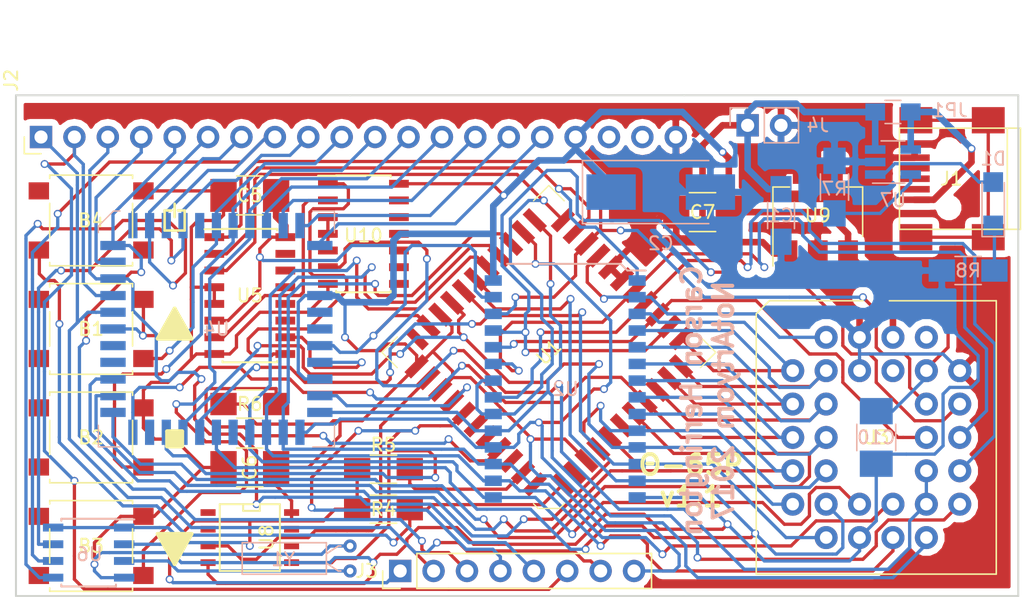
<source format=kicad_pcb>
(kicad_pcb (version 4) (host pcbnew 4.0.7-e2-6376~58~ubuntu16.04.1)
  (layers (0 F.Cu signal) (31 B.Cu signal) (34 B.Paste user hide) (35 F.Paste user hide) (36 B.SilkS user) (37 F.SilkS user) (38 B.Mask user hide) (39 F.Mask user hide) (44 Edge.Cuts user))
  (net 0 "")
  (net 1 GND)
  (net 2 "Net-(J1-Pad2)")
  (net 3 "Net-(J1-Pad3)")
  (net 4 "Net-(J1-Pad4)")
  (net 5 "Net-(J1-Pad6)")
  (net 6 "Net-(J2-Pad1)")
  (net 7 "Net-(J2-Pad2)")
  (net 8 "Net-(J2-Pad3)")
  (net 9 "Net-(J2-Pad4)")
  (net 10 "Net-(J2-Pad5)")
  (net 11 "Net-(J2-Pad6)")
  (net 12 "Net-(J2-Pad7)")
  (net 13 "Net-(J2-Pad8)")
  (net 14 "Net-(J2-Pad9)")
  (net 15 "Net-(J2-Pad13)")
  (net 16 "Net-(J2-Pad14)")
  (net 17 "Net-(J2-Pad15)")
  (net 18 "Net-(J2-Pad16)")
  (net 19 "Net-(J2-Pad18)")
  (net 20 "Net-(J2-Pad19)")
  (net 21 "Net-(U1-Pad2)")
  (net 22 /A4)
  (net 23 /A5)
  (net 24 /A6)
  (net 25 /A7)
  (net 26 /A8)
  (net 27 /A9)
  (net 28 /A10)
  (net 29 /A11)
  (net 30 /A12)
  (net 31 A13)
  (net 32 A14)
  (net 33 A15)
  (net 34 /D0)
  (net 35 /D1)
  (net 36 /D2)
  (net 37 /D3)
  (net 38 /D4)
  (net 39 /D5)
  (net 40 /D6)
  (net 41 /D7)
  (net 42 R/W)
  (net 43 CLK)
  (net 44 RST)
  (net 45 IRQ)
  (net 46 ROM)
  (net 47 I/O)
  (net 48 "Net-(U4-Pad23)")
  (net 49 "Net-(U8-Pad1)")
  (net 50 "Net-(U8-Pad7)")
  (net 51 +3V3)
  (net 52 NMI)
  (net 53 /A0)
  (net 54 /A1)
  (net 55 /A2)
  (net 56 /A3)
  (net 57 "Net-(R6-Pad2)")
  (net 58 "Net-(D1-Pad2)")
  (net 59 "Net-(D1-Pad1)")
  (net 60 "Net-(J1-Pad1)")
  (net 61 "Net-(R7-Pad1)")
  (net 62 "Net-(C1-Pad1)")
  (net 63 "Net-(B1-Pad2)")
  (net 64 "Net-(B2-Pad2)")
  (net 65 "Net-(B3-Pad2)")
  (net 66 "Net-(U4-Pad44)")
  (net 67 "Net-(U4-Pad43)")
  (net 68 "Net-(U5-Pad11)")
  (net 69 "Net-(U5-Pad12)")
  (net 70 "Net-(U5-Pad13)")
  (net 71 "Net-(U5-Pad14)")
  (net 72 "Net-(U5-Pad15)")
  (net 73 "Net-(U6-Pad2)")
  (net 74 "Net-(U6-Pad3)")
  (net 75 phi2)
  (net 76 "Net-(U1-Pad4)")
  (net 77 "Net-(U1-Pad6)")
  (net 78 "Net-(U1-Pad8)")
  (net 79 "Net-(U10-Pad2)")
  (net 80 "Net-(U10-Pad1)")
  (net 81 "Net-(U8-Pad2)")
  (net 82 "Net-(U10-Pad3)")
  (net 83 "Net-(U8-Pad6)")
  (module Connectors:USB_Mini-B (layer F.Cu) (at 183.515 97.79 180)
    (fp_text reference J1 (at 0 0 180) (layer F.SilkS))
    (fp_text value USB)
    (pad 1 smd rect (at 2.8 -1.6 180) (size 2.3 0.5) (layers F.Cu F.Paste F.Mask) (net 60 "Net-(J1-Pad1)"))
    (pad 2 smd rect (at 2.8 -0.8 180) (size 2.3 0.5) (layers F.Cu F.Paste F.Mask) (net 2 "Net-(J1-Pad2)"))
    (pad 3 smd rect (at 2.8 0 180) (size 2.3 0.5) (layers F.Cu F.Paste F.Mask) (net 3 "Net-(J1-Pad3)"))
    (pad 4 smd rect (at 2.8 0.8 180) (size 2.3 0.5) (layers F.Cu F.Paste F.Mask) (net 4 "Net-(J1-Pad4)"))
    (pad 5 smd rect (at 2.8 1.6 180) (size 2.3 0.5) (layers F.Cu F.Paste F.Mask) (net 1 GND))
    (pad 6 smd rect (at 2.7 -4.45 180) (size 2.5 2) (layers F.Cu F.Paste F.Mask) (net 5 "Net-(J1-Pad6)"))
    (pad 6 smd rect (at -2.8 -4.45 180) (size 2.5 2) (layers F.Cu F.Paste F.Mask) (net 5 "Net-(J1-Pad6)"))
    (pad 6 smd rect (at 2.7 4.45 180) (size 2.5 2) (layers F.Cu F.Paste F.Mask) (net 5 "Net-(J1-Pad6)"))
    (pad 6 smd rect (at -2.8 4.45 180) (size 2.5 2) (layers F.Cu F.Paste F.Mask) (net 5 "Net-(J1-Pad6)"))
    (pad "" np_thru_hole circle (at 0.2 -2.2 180) (size 0.9 0.9) (drill 0.9) (layers *.Cu *.Mask))
    (pad "" np_thru_hole circle (at 0.2 2.2 180) (size 0.9 0.9) (drill 0.9) (layers *.Cu *.Mask))
  )
  (module Housings_LCC:PLCC-44 (layer F.Cu) (at 152.908 110.998 135)
    (fp_text reference U1 (at 0 0 405) (layer F.SilkS))
    (fp_text value 65c02PLCC44)
    (pad 1 smd rect (at 0 -7.8625 135) (size 0.7 1.925) (layers F.Cu F.Paste F.Mask))
    (pad 2 smd rect (at -1.27 -7.8625 135) (size 0.7 1.925) (layers F.Cu F.Paste F.Mask) (net 21 "Net-(U1-Pad2)"))
    (pad 3 smd rect (at -2.54 -7.8625 135) (size 0.7 1.925) (layers F.Cu F.Paste F.Mask) (net 57 "Net-(R6-Pad2)"))
    (pad 4 smd rect (at -3.81 -7.8625 135) (size 0.7 1.925) (layers F.Cu F.Paste F.Mask) (net 76 "Net-(U1-Pad4)"))
    (pad 5 smd rect (at -5.08 -7.8625 135) (size 0.7 1.925) (layers F.Cu F.Paste F.Mask) (net 45 IRQ))
    (pad 6 smd rect (at -6.35 -7.8625 135) (size 0.7 1.925) (layers F.Cu F.Paste F.Mask) (net 77 "Net-(U1-Pad6)"))
    (pad 44 smd rect (at 1.27 -7.8625 135) (size 0.7 1.925) (layers F.Cu F.Paste F.Mask) (net 44 RST))
    (pad 43 smd rect (at 2.54 -7.8625 135) (size 0.7 1.925) (layers F.Cu F.Paste F.Mask) (net 75 phi2))
    (pad 42 smd rect (at 3.81 -7.8625 135) (size 0.7 1.925) (layers F.Cu F.Paste F.Mask) (net 51 +3V3))
    (pad 41 smd rect (at 5.08 -7.8625 135) (size 0.7 1.925) (layers F.Cu F.Paste F.Mask) (net 43 CLK))
    (pad 40 smd rect (at 6.35 -7.8625 135) (size 0.7 1.925) (layers F.Cu F.Paste F.Mask) (net 51 +3V3))
    (pad 7 smd rect (at -7.8625 -6.35 135) (size 1.925 0.7) (layers F.Cu F.Paste F.Mask) (net 52 NMI))
    (pad 8 smd rect (at -7.8625 -5.08 135) (size 1.925 0.7) (layers F.Cu F.Paste F.Mask) (net 78 "Net-(U1-Pad8)"))
    (pad 9 smd rect (at -7.8625 -3.81 135) (size 1.925 0.7) (layers F.Cu F.Paste F.Mask) (net 51 +3V3))
    (pad 10 smd rect (at -7.8625 -2.54 135) (size 1.925 0.7) (layers F.Cu F.Paste F.Mask) (net 53 /A0))
    (pad 11 smd rect (at -7.8625 -1.27 135) (size 1.925 0.7) (layers F.Cu F.Paste F.Mask) (net 54 /A1))
    (pad 12 smd rect (at -7.8625 0 135) (size 1.925 0.7) (layers F.Cu F.Paste F.Mask))
    (pad 13 smd rect (at -7.8625 1.27 135) (size 1.925 0.7) (layers F.Cu F.Paste F.Mask) (net 55 /A2))
    (pad 14 smd rect (at -7.8625 2.54 135) (size 1.925 0.7) (layers F.Cu F.Paste F.Mask) (net 56 /A3))
    (pad 15 smd rect (at -7.8625 3.81 135) (size 1.925 0.7) (layers F.Cu F.Paste F.Mask) (net 22 /A4))
    (pad 16 smd rect (at -7.8625 5.08 135) (size 1.925 0.7) (layers F.Cu F.Paste F.Mask) (net 23 /A5))
    (pad 17 smd rect (at -7.8625 6.35 135) (size 1.925 0.7) (layers F.Cu F.Paste F.Mask) (net 24 /A6))
    (pad 18 smd rect (at -6.35 7.8625 135) (size 0.7 1.925) (layers F.Cu F.Paste F.Mask) (net 25 /A7))
    (pad 19 smd rect (at -5.08 7.8625 135) (size 0.7 1.925) (layers F.Cu F.Paste F.Mask) (net 26 /A8))
    (pad 20 smd rect (at -3.81 7.8625 135) (size 0.7 1.925) (layers F.Cu F.Paste F.Mask) (net 27 /A9))
    (pad 21 smd rect (at -2.54 7.8625 135) (size 0.7 1.925) (layers F.Cu F.Paste F.Mask) (net 28 /A10))
    (pad 22 smd rect (at -1.27 7.8625 135) (size 0.7 1.925) (layers F.Cu F.Paste F.Mask) (net 29 /A11))
    (pad 23 smd rect (at 0 7.8625 135) (size 0.7 1.925) (layers F.Cu F.Paste F.Mask) (net 1 GND))
    (pad 24 smd rect (at 1.27 7.8625 135) (size 0.7 1.925) (layers F.Cu F.Paste F.Mask) (net 1 GND))
    (pad 25 smd rect (at 2.54 7.8625 135) (size 0.7 1.925) (layers F.Cu F.Paste F.Mask) (net 30 /A12))
    (pad 26 smd rect (at 3.81 7.8625 135) (size 0.7 1.925) (layers F.Cu F.Paste F.Mask) (net 31 A13))
    (pad 27 smd rect (at 5.08 7.8625 135) (size 0.7 1.925) (layers F.Cu F.Paste F.Mask) (net 32 A14))
    (pad 28 smd rect (at 6.35 7.8625 135) (size 0.7 1.925) (layers F.Cu F.Paste F.Mask) (net 33 A15))
    (pad 29 smd rect (at 7.8625 6.35 135) (size 1.925 0.7) (layers F.Cu F.Paste F.Mask) (net 41 /D7))
    (pad 30 smd rect (at 7.8625 5.08 135) (size 1.925 0.7) (layers F.Cu F.Paste F.Mask) (net 40 /D6))
    (pad 31 smd rect (at 7.8625 3.81 135) (size 1.925 0.7) (layers F.Cu F.Paste F.Mask) (net 39 /D5))
    (pad 32 smd rect (at 7.8625 2.54 135) (size 1.925 0.7) (layers F.Cu F.Paste F.Mask) (net 38 /D4))
    (pad 33 smd rect (at 7.8625 1.27 135) (size 1.925 0.7) (layers F.Cu F.Paste F.Mask) (net 37 /D3))
    (pad 34 smd rect (at 7.8625 0 135) (size 1.925 0.7) (layers F.Cu F.Paste F.Mask) (net 36 /D2))
    (pad 35 smd rect (at 7.8625 -1.27 135) (size 1.925 0.7) (layers F.Cu F.Paste F.Mask) (net 35 /D1))
    (pad 36 smd rect (at 7.8625 -2.54 135) (size 1.925 0.7) (layers F.Cu F.Paste F.Mask) (net 34 /D0))
    (pad 37 smd rect (at 7.8625 -3.81 135) (size 1.925 0.7) (layers F.Cu F.Paste F.Mask) (net 51 +3V3))
    (pad 38 smd rect (at 7.8625 -5.08 135) (size 1.925 0.7) (layers F.Cu F.Paste F.Mask) (net 42 R/W))
    (pad 39 smd rect (at 7.8625 -6.35 135) (size 1.925 0.7) (layers F.Cu F.Paste F.Mask))
  )
  (module Crystals:Crystal_DS26_d2.0mm_l6.0mm_Horizontal (layer B.Cu) (at 137.795 127.635 90)
    (fp_text reference Y1 (at 0.889 -5.08 360) (layer B.SilkS) (effects (justify mirror)))
    (fp_text value RTC)
    (pad 1 thru_hole circle (at 0 0 90) (size 1 1) (drill 0.5) (layers *.Cu *.Mask) (net 74 "Net-(U6-Pad3)"))
    (pad 2 thru_hole circle (at 1.9 0 90) (size 1 1) (drill 0.5) (layers *.Cu *.Mask) (net 73 "Net-(U6-Pad2)"))
  )
  (module TO_SOT_Packages_SMD:SOT-223-3Lead_TabPin2 (layer F.Cu) (at 173.355 100.33 90)
    (fp_text reference U9 (at -0.254 0 180) (layer F.SilkS))
    (fp_text value 3.3V)
    (pad 2 smd rect (at 3.15 0 90) (size 2 3.8) (layers F.Cu F.Paste F.Mask) (net 1 GND))
    (pad 2 smd rect (at -3.15 0 90) (size 2 1.5) (layers F.Cu F.Paste F.Mask) (net 1 GND))
    (pad 3 smd rect (at -3.15 2.3 90) (size 2 1.5) (layers F.Cu F.Paste F.Mask) (net 51 +3V3))
    (pad 1 smd rect (at -3.15 -2.3 90) (size 2 1.5) (layers F.Cu F.Paste F.Mask) (net 62 "Net-(C1-Pad1)"))
  )
  (module Custom:PLCC-32_THT-Socket_Fixed (layer F.Cu) (at 179.07 112.395)
    (fp_text reference U3 (at -1.27 5.08) (layer F.SilkS))
    (fp_text value SST39SF010)
    (pad 1 thru_hole circle (at 0 0) (size 1.75 1.75) (drill 0.95) (layers *.Cu *.Mask))
    (pad 3 thru_hole circle (at -2.54 0) (size 1.75 1.75) (drill 0.95) (layers *.Cu *.Mask) (net 1 GND))
    (pad 29 thru_hole circle (at 5.08 0) (size 1.75 1.75) (drill 0.95) (layers *.Cu *.Mask) (net 1 GND))
    (pad 2 thru_hole circle (at -2.54 -2.54) (size 1.75 1.75) (drill 0.95) (layers *.Cu *.Mask) (net 1 GND))
    (pad 4 thru_hole circle (at -5.08 -2.54) (size 1.75 1.75) (drill 0.95) (layers *.Cu *.Mask) (net 30 /A12))
    (pad 32 thru_hole circle (at 0 -2.54) (size 1.75 1.75) (drill 0.95) (layers *.Cu *.Mask) (net 51 +3V3))
    (pad 30 thru_hole circle (at 2.54 -2.54) (size 1.75 1.75) (drill 0.95) (layers *.Cu *.Mask))
    (pad 6 thru_hole circle (at -5.08 0) (size 1.75 1.75) (drill 0.95) (layers *.Cu *.Mask) (net 24 /A6))
    (pad 8 thru_hole circle (at -5.08 2.54) (size 1.75 1.75) (drill 0.95) (layers *.Cu *.Mask) (net 22 /A4))
    (pad 10 thru_hole circle (at -5.08 5.08) (size 1.75 1.75) (drill 0.95) (layers *.Cu *.Mask) (net 55 /A2))
    (pad 12 thru_hole circle (at -5.08 7.62) (size 1.75 1.75) (drill 0.95) (layers *.Cu *.Mask) (net 53 /A0))
    (pad 5 thru_hole circle (at -7.62 0) (size 1.75 1.75) (drill 0.95) (layers *.Cu *.Mask) (net 25 /A7))
    (pad 7 thru_hole circle (at -7.62 2.54) (size 1.75 1.75) (drill 0.95) (layers *.Cu *.Mask) (net 23 /A5))
    (pad 9 thru_hole circle (at -7.62 5.08) (size 1.75 1.75) (drill 0.95) (layers *.Cu *.Mask) (net 56 /A3))
    (pad 11 thru_hole circle (at -7.62 7.62) (size 1.75 1.75) (drill 0.95) (layers *.Cu *.Mask) (net 54 /A1))
    (pad 13 thru_hole circle (at -7.62 10.16) (size 1.75 1.75) (drill 0.95) (layers *.Cu *.Mask) (net 34 /D0))
    (pad 15 thru_hole circle (at -5.08 10.16) (size 1.75 1.75) (drill 0.95) (layers *.Cu *.Mask) (net 36 /D2))
    (pad 17 thru_hole circle (at -2.54 10.16) (size 1.75 1.75) (drill 0.95) (layers *.Cu *.Mask) (net 37 /D3))
    (pad 19 thru_hole circle (at 0 10.16) (size 1.75 1.75) (drill 0.95) (layers *.Cu *.Mask) (net 39 /D5))
    (pad 22 thru_hole circle (at 2.54 10.16) (size 1.75 1.75) (drill 0.95) (layers *.Cu *.Mask) (net 46 ROM))
    (pad 14 thru_hole circle (at -5.08 12.7) (size 1.75 1.75) (drill 0.95) (layers *.Cu *.Mask) (net 35 /D1))
    (pad 16 thru_hole circle (at -2.54 12.7) (size 1.75 1.75) (drill 0.95) (layers *.Cu *.Mask) (net 1 GND))
    (pad 18 thru_hole circle (at 0 12.7) (size 1.75 1.75) (drill 0.95) (layers *.Cu *.Mask) (net 38 /D4))
    (pad 20 thru_hole circle (at 2.54 12.7) (size 1.75 1.75) (drill 0.95) (layers *.Cu *.Mask) (net 40 /D6))
    (pad 24 thru_hole circle (at 2.54 7.62) (size 1.75 1.75) (drill 0.95) (layers *.Cu *.Mask) (net 46 ROM))
    (pad 26 thru_hole circle (at 2.54 5.08) (size 1.75 1.75) (drill 0.95) (layers *.Cu *.Mask) (net 27 /A9))
    (pad 28 thru_hole circle (at 2.54 2.54) (size 1.75 1.75) (drill 0.95) (layers *.Cu *.Mask) (net 31 A13))
    (pad 31 thru_hole circle (at 2.54 0) (size 1.75 1.75) (drill 0.95) (layers *.Cu *.Mask) (net 51 +3V3))
    (pad 21 thru_hole circle (at 5.08 10.16) (size 1.75 1.75) (drill 0.95) (layers *.Cu *.Mask) (net 41 /D7))
    (pad 23 thru_hole circle (at 5.08 7.62) (size 1.75 1.75) (drill 0.95) (layers *.Cu *.Mask) (net 28 /A10))
    (pad 25 thru_hole circle (at 5.08 5.08) (size 1.75 1.75) (drill 0.95) (layers *.Cu *.Mask) (net 29 /A11))
    (pad 27 thru_hole circle (at 5.08 2.54) (size 1.75 1.75) (drill 0.95) (layers *.Cu *.Mask) (net 26 /A8))
    (pad 29 thru_hole circle (at 5.08 0) (size 1.75 1.75) (drill 0.95) (layers *.Cu *.Mask) (net 1 GND))
  )
  (module Housings_LCC:PLCC-44 (layer B.Cu) (at 127.635 109.22 270)
    (fp_text reference U4 (at 0 0 360) (layer B.SilkS) (effects (justify mirror)))
    (fp_text value 65c22PLCC44)
    (pad 1 smd rect (at 0 7.8625 270) (size 0.7 1.925) (layers B.Cu B.Paste B.Mask) (net 1 GND))
    (pad 2 smd rect (at -1.27 7.8625 270) (size 0.7 1.925) (layers B.Cu B.Paste B.Mask) (net 6 "Net-(J2-Pad1)"))
    (pad 3 smd rect (at -2.54 7.8625 270) (size 0.7 1.925) (layers B.Cu B.Paste B.Mask) (net 7 "Net-(J2-Pad2)"))
    (pad 4 smd rect (at -3.81 7.8625 270) (size 0.7 1.925) (layers B.Cu B.Paste B.Mask) (net 8 "Net-(J2-Pad3)"))
    (pad 5 smd rect (at -5.08 7.8625 270) (size 0.7 1.925) (layers B.Cu B.Paste B.Mask) (net 9 "Net-(J2-Pad4)"))
    (pad 6 smd rect (at -6.35 7.8625 270) (size 0.7 1.925) (layers B.Cu B.Paste B.Mask) (net 10 "Net-(J2-Pad5)"))
    (pad 44 smd rect (at 1.27 7.8625 270) (size 0.7 1.925) (layers B.Cu B.Paste B.Mask) (net 66 "Net-(U4-Pad44)"))
    (pad 43 smd rect (at 2.54 7.8625 270) (size 0.7 1.925) (layers B.Cu B.Paste B.Mask) (net 67 "Net-(U4-Pad43)"))
    (pad 42 smd rect (at 3.81 7.8625 270) (size 0.7 1.925) (layers B.Cu B.Paste B.Mask) (net 53 /A0))
    (pad 41 smd rect (at 5.08 7.8625 270) (size 0.7 1.925) (layers B.Cu B.Paste B.Mask) (net 54 /A1))
    (pad 40 smd rect (at 6.35 7.8625 270) (size 0.7 1.925) (layers B.Cu B.Paste B.Mask) (net 55 /A2))
    (pad 7 smd rect (at -7.8625 6.35 270) (size 1.925 0.7) (layers B.Cu B.Paste B.Mask) (net 11 "Net-(J2-Pad6)"))
    (pad 8 smd rect (at -7.8625 5.08 270) (size 1.925 0.7) (layers B.Cu B.Paste B.Mask) (net 12 "Net-(J2-Pad7)"))
    (pad 9 smd rect (at -7.8625 3.81 270) (size 1.925 0.7) (layers B.Cu B.Paste B.Mask) (net 13 "Net-(J2-Pad8)"))
    (pad 10 smd rect (at -7.8625 2.54 270) (size 1.925 0.7) (layers B.Cu B.Paste B.Mask) (net 14 "Net-(J2-Pad9)"))
    (pad 11 smd rect (at -7.8625 1.27 270) (size 1.925 0.7) (layers B.Cu B.Paste B.Mask))
    (pad 12 smd rect (at -7.8625 0 270) (size 1.925 0.7) (layers B.Cu B.Paste B.Mask) (net 63 "Net-(B1-Pad2)"))
    (pad 13 smd rect (at -7.8625 -1.27 270) (size 1.925 0.7) (layers B.Cu B.Paste B.Mask) (net 64 "Net-(B2-Pad2)"))
    (pad 14 smd rect (at -7.8625 -2.54 270) (size 1.925 0.7) (layers B.Cu B.Paste B.Mask) (net 65 "Net-(B3-Pad2)"))
    (pad 15 smd rect (at -7.8625 -3.81 270) (size 1.925 0.7) (layers B.Cu B.Paste B.Mask) (net 15 "Net-(J2-Pad13)"))
    (pad 16 smd rect (at -7.8625 -5.08 270) (size 1.925 0.7) (layers B.Cu B.Paste B.Mask) (net 16 "Net-(J2-Pad14)"))
    (pad 17 smd rect (at -7.8625 -6.35 270) (size 1.925 0.7) (layers B.Cu B.Paste B.Mask) (net 17 "Net-(J2-Pad15)"))
    (pad 18 smd rect (at -6.35 -7.8625 270) (size 0.7 1.925) (layers B.Cu B.Paste B.Mask) (net 18 "Net-(J2-Pad16)"))
    (pad 21 smd rect (at -2.54 -7.8625 270) (size 0.7 1.925) (layers B.Cu B.Paste B.Mask) (net 51 +3V3))
    (pad 22 smd rect (at -1.27 -7.8625 270) (size 0.7 1.925) (layers B.Cu B.Paste B.Mask))
    (pad 23 smd rect (at 0 -7.8625 270) (size 0.7 1.925) (layers B.Cu B.Paste B.Mask) (net 48 "Net-(U4-Pad23)"))
    (pad 24 smd rect (at 1.27 -7.8625 270) (size 0.7 1.925) (layers B.Cu B.Paste B.Mask) (net 42 R/W))
    (pad 25 smd rect (at 2.54 -7.8625 270) (size 0.7 1.925) (layers B.Cu B.Paste B.Mask) (net 47 I/O))
    (pad 26 smd rect (at 3.81 -7.8625 270) (size 0.7 1.925) (layers B.Cu B.Paste B.Mask) (net 51 +3V3))
    (pad 27 smd rect (at 5.08 -7.8625 270) (size 0.7 1.925) (layers B.Cu B.Paste B.Mask) (net 75 phi2))
    (pad 28 smd rect (at 6.35 -7.8625 270) (size 0.7 1.925) (layers B.Cu B.Paste B.Mask) (net 41 /D7))
    (pad 29 smd rect (at 7.8625 -6.35 270) (size 1.925 0.7) (layers B.Cu B.Paste B.Mask) (net 40 /D6))
    (pad 30 smd rect (at 7.8625 -5.08 270) (size 1.925 0.7) (layers B.Cu B.Paste B.Mask) (net 39 /D5))
    (pad 31 smd rect (at 7.8625 -3.81 270) (size 1.925 0.7) (layers B.Cu B.Paste B.Mask) (net 38 /D4))
    (pad 32 smd rect (at 7.8625 -2.54 270) (size 1.925 0.7) (layers B.Cu B.Paste B.Mask) (net 37 /D3))
    (pad 33 smd rect (at 7.8625 -1.27 270) (size 1.925 0.7) (layers B.Cu B.Paste B.Mask))
    (pad 34 smd rect (at 7.8625 0 270) (size 1.925 0.7) (layers B.Cu B.Paste B.Mask) (net 36 /D2))
    (pad 35 smd rect (at 7.8625 1.27 270) (size 1.925 0.7) (layers B.Cu B.Paste B.Mask) (net 35 /D1))
    (pad 36 smd rect (at 7.8625 2.54 270) (size 1.925 0.7) (layers B.Cu B.Paste B.Mask) (net 34 /D0))
    (pad 37 smd rect (at 7.8625 3.81 270) (size 1.925 0.7) (layers B.Cu B.Paste B.Mask) (net 44 RST))
    (pad 38 smd rect (at 7.8625 5.08 270) (size 1.925 0.7) (layers B.Cu B.Paste B.Mask))
    (pad 39 smd rect (at 7.8625 6.35 270) (size 1.925 0.7) (layers B.Cu B.Paste B.Mask) (net 56 /A3))
  )
  (module Capacitors_SMD:C_1210_HandSoldering (layer F.Cu) (at 130.175 99.06 180)
    (fp_text reference C5 (at 0 0 180) (layer F.SilkS))
    (fp_text value 100nf)
    (pad 1 smd rect (at -2 0 180) (size 2 2.5) (layers F.Cu F.Paste F.Mask) (net 51 +3V3))
    (pad 2 smd rect (at 2 0 180) (size 2 2.5) (layers F.Cu F.Paste F.Mask) (net 1 GND))
  )
  (module Capacitors_SMD:C_1210_HandSoldering (layer F.Cu) (at 130.175 119.761 180)
    (fp_text reference C6 (at 0 0 270) (layer F.SilkS))
    (fp_text value 100nf)
    (pad 1 smd rect (at -2 0 180) (size 2 2.5) (layers F.Cu F.Paste F.Mask) (net 51 +3V3))
    (pad 2 smd rect (at 2 0 180) (size 2 2.5) (layers F.Cu F.Paste F.Mask) (net 1 GND))
  )
  (module Capacitors_SMD:C_1210_HandSoldering (layer F.Cu) (at 164.592 100.33 180)
    (fp_text reference C7 (at 0 0 180) (layer F.SilkS))
    (fp_text value 100nf)
    (pad 1 smd rect (at -2 0 180) (size 2 2.5) (layers F.Cu F.Paste F.Mask) (net 51 +3V3))
    (pad 2 smd rect (at 2 0 180) (size 2 2.5) (layers F.Cu F.Paste F.Mask) (net 1 GND))
  )
  (module Capacitors_SMD:C_1210_HandSoldering (layer B.Cu) (at 177.8 117.475 270)
    (fp_text reference C10 (at 0 0 360) (layer B.SilkS) (effects (justify mirror)))
    (fp_text value 100nf)
    (pad 1 smd rect (at -2 0 270) (size 2 2.5) (layers B.Cu B.Paste B.Mask) (net 51 +3V3))
    (pad 2 smd rect (at 2 0 270) (size 2 2.5) (layers B.Cu B.Paste B.Mask) (net 1 GND))
  )
  (module Pin_Headers:Pin_Header_Straight_1x08_Pitch2.54mm (layer F.Cu) (at 141.605 127.635 90)
    (fp_text reference J3 (at 0 -2.54 180) (layer F.SilkS))
    (fp_text value LCD)
    (pad 1 thru_hole rect (at 0 0 90) (size 1.7 1.7) (drill 1) (layers *.Cu *.Mask) (net 51 +3V3))
    (pad 2 thru_hole oval (at 0 2.54 90) (size 1.7 1.7) (drill 1) (layers *.Cu *.Mask) (net 1 GND))
    (pad 3 thru_hole oval (at 0 5.08 90) (size 1.7 1.7) (drill 1) (layers *.Cu *.Mask) (net 10 "Net-(J2-Pad5)"))
    (pad 4 thru_hole oval (at 0 7.62 90) (size 1.7 1.7) (drill 1) (layers *.Cu *.Mask) (net 44 RST))
    (pad 5 thru_hole oval (at 0 10.16 90) (size 1.7 1.7) (drill 1) (layers *.Cu *.Mask) (net 8 "Net-(J2-Pad3)"))
    (pad 6 thru_hole oval (at 0 12.7 90) (size 1.7 1.7) (drill 1) (layers *.Cu *.Mask) (net 7 "Net-(J2-Pad2)"))
    (pad 7 thru_hole oval (at 0 15.24 90) (size 1.7 1.7) (drill 1) (layers *.Cu *.Mask) (net 6 "Net-(J2-Pad1)"))
    (pad 8 thru_hole oval (at 0 17.78 90) (size 1.7 1.7) (drill 1) (layers *.Cu *.Mask) (net 51 +3V3))
  )
  (module Resistors_SMD:R_1206_HandSoldering (layer F.Cu) (at 140.335 122.936)
    (fp_text reference R4 (at 0 0) (layer F.SilkS))
    (fp_text value 10k)
    (pad 1 smd rect (at -2 0) (size 2 1.7) (layers F.Cu F.Paste F.Mask) (net 51 +3V3))
    (pad 2 smd rect (at 2 0) (size 2 1.7) (layers F.Cu F.Paste F.Mask) (net 52 NMI))
  )
  (module Resistors_SMD:R_1206_HandSoldering (layer F.Cu) (at 130.175 114.935)
    (fp_text reference R6 (at 0 0) (layer F.SilkS))
    (fp_text value 10k)
    (pad 1 smd rect (at -2 0) (size 2 1.7) (layers F.Cu F.Paste F.Mask) (net 51 +3V3))
    (pad 2 smd rect (at 2 0) (size 2 1.7) (layers F.Cu F.Paste F.Mask) (net 57 "Net-(R6-Pad2)"))
  )
  (module LEDs:LED_1206 (layer B.Cu) (at 186.69 99.695 90)
    (fp_text reference D1 (at 3.429 0 180) (layer B.SilkS) (effects (justify mirror)))
    (fp_text value CH)
    (pad 2 smd rect (at 1.65 0 270) (size 1.5 1.5) (layers B.Cu B.Paste B.Mask) (net 58 "Net-(D1-Pad2)"))
    (pad 1 smd rect (at -1.65 0 270) (size 1.5 1.5) (layers B.Cu B.Paste B.Mask) (net 59 "Net-(D1-Pad1)"))
  )
  (module Pin_Headers:Pin_Header_Straight_1x02_Pitch2.54mm (layer B.Cu) (at 168.021 93.726 270)
    (fp_text reference J4 (at 0 -5.334 360) (layer B.SilkS) (effects (justify mirror)))
    (fp_text value BATTERY)
    (pad 1 thru_hole rect (at 0 0 270) (size 1.7 1.7) (drill 1) (layers *.Cu *.Mask) (net 62 "Net-(C1-Pad1)"))
    (pad 2 thru_hole oval (at 0 -2.54 270) (size 1.7 1.7) (drill 1) (layers *.Cu *.Mask) (net 1 GND))
  )
  (module Resistors_SMD:R_0805_HandSoldering (layer B.Cu) (at 179.07 92.71 180)
    (fp_text reference JP1 (at -4.318 0.127 180) (layer B.SilkS) (effects (justify mirror)))
    (fp_text value BAT)
    (pad 1 smd rect (at -1.35 0 180) (size 1.5 1.3) (layers B.Cu B.Paste B.Mask) (net 60 "Net-(J1-Pad1)"))
    (pad 2 smd rect (at 1.35 0 180) (size 1.5 1.3) (layers B.Cu B.Paste B.Mask) (net 62 "Net-(C1-Pad1)"))
  )
  (module Resistors_SMD:R_1206_HandSoldering (layer B.Cu) (at 174.625 98.425 90)
    (fp_text reference R7 (at -0.127 0 180) (layer B.SilkS) (effects (justify mirror)))
    (fp_text value 2k2)
    (pad 1 smd rect (at -2 0 90) (size 2 1.7) (layers B.Cu B.Paste B.Mask) (net 61 "Net-(R7-Pad1)"))
    (pad 2 smd rect (at 2 0 90) (size 2 1.7) (layers B.Cu B.Paste B.Mask) (net 1 GND))
  )
  (module Resistors_SMD:R_1206_HandSoldering (layer B.Cu) (at 184.785 104.775 180)
    (fp_text reference R8 (at 0 0 180) (layer B.SilkS) (effects (justify mirror)))
    (fp_text value 10k)
    (pad 1 smd rect (at -2 0 180) (size 2 1.7) (layers B.Cu B.Paste B.Mask) (net 59 "Net-(D1-Pad1)"))
    (pad 2 smd rect (at 2 0 180) (size 2 1.7) (layers B.Cu B.Paste B.Mask) (net 1 GND))
  )
  (module Housings_SOIC:SOIC-16_3.9x9.9mm_Pitch1.27mm (layer F.Cu) (at 130.175 106.68)
    (fp_text reference U5 (at 0 0) (layer F.SilkS))
    (fp_text value .)
    (pad 1 smd rect (at -2.7 -4.445) (size 1.5 0.6) (layers F.Cu F.Paste F.Mask) (net 31 A13))
    (pad 2 smd rect (at -2.7 -3.175) (size 1.5 0.6) (layers F.Cu F.Paste F.Mask) (net 32 A14))
    (pad 3 smd rect (at -2.7 -1.905) (size 1.5 0.6) (layers F.Cu F.Paste F.Mask) (net 33 A15))
    (pad 4 smd rect (at -2.7 -0.635) (size 1.5 0.6) (layers F.Cu F.Paste F.Mask) (net 1 GND))
    (pad 5 smd rect (at -2.7 0.635) (size 1.5 0.6) (layers F.Cu F.Paste F.Mask) (net 1 GND))
    (pad 6 smd rect (at -2.7 1.905) (size 1.5 0.6) (layers F.Cu F.Paste F.Mask) (net 51 +3V3))
    (pad 7 smd rect (at -2.7 3.175) (size 1.5 0.6) (layers F.Cu F.Paste F.Mask) (net 79 "Net-(U10-Pad2)"))
    (pad 8 smd rect (at -2.7 4.445) (size 1.5 0.6) (layers F.Cu F.Paste F.Mask) (net 1 GND))
    (pad 9 smd rect (at 2.7 4.445) (size 1.5 0.6) (layers F.Cu F.Paste F.Mask) (net 80 "Net-(U10-Pad1)"))
    (pad 10 smd rect (at 2.7 3.175) (size 1.5 0.6) (layers F.Cu F.Paste F.Mask) (net 47 I/O))
    (pad 11 smd rect (at 2.7 1.905) (size 1.5 0.6) (layers F.Cu F.Paste F.Mask) (net 68 "Net-(U5-Pad11)"))
    (pad 12 smd rect (at 2.7 0.635) (size 1.5 0.6) (layers F.Cu F.Paste F.Mask) (net 69 "Net-(U5-Pad12)"))
    (pad 13 smd rect (at 2.7 -0.635) (size 1.5 0.6) (layers F.Cu F.Paste F.Mask) (net 70 "Net-(U5-Pad13)"))
    (pad 14 smd rect (at 2.7 -1.905) (size 1.5 0.6) (layers F.Cu F.Paste F.Mask) (net 71 "Net-(U5-Pad14)"))
    (pad 15 smd rect (at 2.7 -3.175) (size 1.5 0.6) (layers F.Cu F.Paste F.Mask) (net 72 "Net-(U5-Pad15)"))
    (pad 16 smd rect (at 2.7 -4.445) (size 1.5 0.6) (layers F.Cu F.Paste F.Mask) (net 51 +3V3))
  )
  (module Housings_SOIC:SOIC-8_3.9x4.9mm_Pitch1.27mm (layer B.Cu) (at 117.92 126.238 180)
    (fp_text reference U6 (at -0.0635 -0.127 180) (layer B.SilkS) (effects (justify mirror)))
    (fp_text value DS1302)
    (pad 1 smd rect (at -2.7 1.905 180) (size 1.55 0.6) (layers B.Cu B.Paste B.Mask) (net 51 +3V3))
    (pad 2 smd rect (at -2.7 0.635 180) (size 1.55 0.6) (layers B.Cu B.Paste B.Mask) (net 73 "Net-(U6-Pad2)"))
    (pad 3 smd rect (at -2.7 -0.635 180) (size 1.55 0.6) (layers B.Cu B.Paste B.Mask) (net 74 "Net-(U6-Pad3)"))
    (pad 4 smd rect (at -2.7 -1.905 180) (size 1.55 0.6) (layers B.Cu B.Paste B.Mask) (net 1 GND))
    (pad 5 smd rect (at 2.7 -1.905 180) (size 1.55 0.6) (layers B.Cu B.Paste B.Mask) (net 12 "Net-(J2-Pad7)"))
    (pad 6 smd rect (at 2.7 -0.635 180) (size 1.55 0.6) (layers B.Cu B.Paste B.Mask) (net 13 "Net-(J2-Pad8)"))
    (pad 7 smd rect (at 2.7 0.635 180) (size 1.55 0.6) (layers B.Cu B.Paste B.Mask) (net 14 "Net-(J2-Pad9)"))
    (pad 8 smd rect (at 2.7 1.905 180) (size 1.55 0.6) (layers B.Cu B.Paste B.Mask) (net 51 +3V3))
  )
  (module TO_SOT_Packages_SMD:SOT-23-5_HandSoldering (layer B.Cu) (at 179.07 96.52)
    (fp_text reference U7 (at 0 2.9) (layer B.SilkS) (effects (justify mirror)))
    (fp_text value MCP73831)
    (pad 1 smd rect (at -1.35 0.95) (size 1.56 0.65) (layers B.Cu B.Paste B.Mask) (net 58 "Net-(D1-Pad2)"))
    (pad 2 smd rect (at -1.35 0) (size 1.56 0.65) (layers B.Cu B.Paste B.Mask) (net 1 GND))
    (pad 3 smd rect (at -1.35 -0.95) (size 1.56 0.65) (layers B.Cu B.Paste B.Mask) (net 62 "Net-(C1-Pad1)"))
    (pad 4 smd rect (at 1.35 -0.95) (size 1.56 0.65) (layers B.Cu B.Paste B.Mask) (net 60 "Net-(J1-Pad1)"))
    (pad 5 smd rect (at 1.35 0.95) (size 1.56 0.65) (layers B.Cu B.Paste B.Mask) (net 61 "Net-(R7-Pad1)"))
  )
  (module "Custom:SW_SPST_B3S-1000(4P)" (layer F.Cu) (at 118.11 109.22)
    (fp_text reference B1 (at 0 0) (layer F.SilkS))
    (fp_text value UP)
    (pad 3 smd rect (at -3.975 -2.25) (size 1.55 1.3) (layers F.Cu F.Paste F.Mask))
    (pad 1 smd rect (at 3.975 -2.25) (size 1.55 1.3) (layers F.Cu F.Paste F.Mask) (net 1 GND))
    (pad 4 smd rect (at -3.975 2.25) (size 1.55 1.3) (layers F.Cu F.Paste F.Mask))
    (pad 2 smd rect (at 3.975 2.25) (size 1.55 1.3) (layers F.Cu F.Paste F.Mask) (net 63 "Net-(B1-Pad2)"))
  )
  (module "Custom:SW_SPST_B3S-1000(4P)" (layer F.Cu) (at 118.11 117.475)
    (fp_text reference B2 (at 0 0) (layer F.SilkS))
    (fp_text value SELECT)
    (pad 3 smd rect (at -3.975 -2.25) (size 1.55 1.3) (layers F.Cu F.Paste F.Mask))
    (pad 1 smd rect (at 3.975 -2.25) (size 1.55 1.3) (layers F.Cu F.Paste F.Mask) (net 1 GND))
    (pad 4 smd rect (at -3.975 2.25) (size 1.55 1.3) (layers F.Cu F.Paste F.Mask))
    (pad 2 smd rect (at 3.975 2.25) (size 1.55 1.3) (layers F.Cu F.Paste F.Mask) (net 64 "Net-(B2-Pad2)"))
  )
  (module "Custom:SW_SPST_B3S-1000(4P)" (layer F.Cu) (at 118.11 125.73)
    (fp_text reference B3 (at 0 0) (layer F.SilkS))
    (fp_text value DOWN)
    (pad 3 smd rect (at -3.975 -2.25) (size 1.55 1.3) (layers F.Cu F.Paste F.Mask))
    (pad 1 smd rect (at 3.975 -2.25) (size 1.55 1.3) (layers F.Cu F.Paste F.Mask) (net 1 GND))
    (pad 4 smd rect (at -3.975 2.25) (size 1.55 1.3) (layers F.Cu F.Paste F.Mask))
    (pad 2 smd rect (at 3.975 2.25) (size 1.55 1.3) (layers F.Cu F.Paste F.Mask) (net 65 "Net-(B3-Pad2)"))
  )
  (module "Custom:SW_SPST_B3S-1000(4P)" (layer F.Cu) (at 118.11 100.965)
    (fp_text reference B4 (at 0 0) (layer F.SilkS))
    (fp_text value SPST)
    (pad 3 smd rect (at -3.975 -2.25) (size 1.55 1.3) (layers F.Cu F.Paste F.Mask))
    (pad 1 smd rect (at 3.975 -2.25) (size 1.55 1.3) (layers F.Cu F.Paste F.Mask) (net 1 GND))
    (pad 4 smd rect (at -3.975 2.25) (size 1.55 1.3) (layers F.Cu F.Paste F.Mask) (net 52 NMI))
    (pad 2 smd rect (at 3.975 2.25) (size 1.55 1.3) (layers F.Cu F.Paste F.Mask))
  )
  (module Capacitors_SMD:C_1206_HandSoldering (layer B.Cu) (at 170.561 100.584 270)
    (fp_text reference C1 (at 0 0 360) (layer B.SilkS) (effects (justify mirror)))
    (fp_text value 10uf)
    (pad 1 smd rect (at -2 0 270) (size 2 1.6) (layers B.Cu B.Paste B.Mask) (net 62 "Net-(C1-Pad1)"))
    (pad 2 smd rect (at 2 0 270) (size 2 1.6) (layers B.Cu B.Paste B.Mask) (net 1 GND))
  )
  (module Pin_Headers:Pin_Header_Angled_1x20_Pitch2.54mm (layer F.Cu) (at 114.3 94.615 90)
    (fp_text reference J2 (at 4.315 -2.27 90) (layer F.SilkS))
    (fp_text value Keyboard)
    (pad 1 thru_hole rect (at 0 0 90) (size 1.7 1.7) (drill 1) (layers *.Cu *.Mask) (net 6 "Net-(J2-Pad1)"))
    (pad 2 thru_hole oval (at 0 2.54 90) (size 1.7 1.7) (drill 1) (layers *.Cu *.Mask) (net 7 "Net-(J2-Pad2)"))
    (pad 3 thru_hole oval (at 0 5.08 90) (size 1.7 1.7) (drill 1) (layers *.Cu *.Mask) (net 8 "Net-(J2-Pad3)"))
    (pad 4 thru_hole oval (at 0 7.62 90) (size 1.7 1.7) (drill 1) (layers *.Cu *.Mask) (net 9 "Net-(J2-Pad4)"))
    (pad 5 thru_hole oval (at 0 10.16 90) (size 1.7 1.7) (drill 1) (layers *.Cu *.Mask) (net 10 "Net-(J2-Pad5)"))
    (pad 6 thru_hole oval (at 0 12.7 90) (size 1.7 1.7) (drill 1) (layers *.Cu *.Mask) (net 11 "Net-(J2-Pad6)"))
    (pad 7 thru_hole oval (at 0 15.24 90) (size 1.7 1.7) (drill 1) (layers *.Cu *.Mask) (net 12 "Net-(J2-Pad7)"))
    (pad 8 thru_hole oval (at 0 17.78 90) (size 1.7 1.7) (drill 1) (layers *.Cu *.Mask) (net 13 "Net-(J2-Pad8)"))
    (pad 9 thru_hole oval (at 0 20.32 90) (size 1.7 1.7) (drill 1) (layers *.Cu *.Mask) (net 14 "Net-(J2-Pad9)"))
    (pad 10 thru_hole oval (at 0 22.86 90) (size 1.7 1.7) (drill 1) (layers *.Cu *.Mask) (net 63 "Net-(B1-Pad2)"))
    (pad 11 thru_hole oval (at 0 25.4 90) (size 1.7 1.7) (drill 1) (layers *.Cu *.Mask) (net 64 "Net-(B2-Pad2)"))
    (pad 12 thru_hole oval (at 0 27.94 90) (size 1.7 1.7) (drill 1) (layers *.Cu *.Mask) (net 65 "Net-(B3-Pad2)"))
    (pad 13 thru_hole oval (at 0 30.48 90) (size 1.7 1.7) (drill 1) (layers *.Cu *.Mask) (net 15 "Net-(J2-Pad13)"))
    (pad 14 thru_hole oval (at 0 33.02 90) (size 1.7 1.7) (drill 1) (layers *.Cu *.Mask) (net 16 "Net-(J2-Pad14)"))
    (pad 15 thru_hole oval (at 0 35.56 90) (size 1.7 1.7) (drill 1) (layers *.Cu *.Mask) (net 17 "Net-(J2-Pad15)"))
    (pad 16 thru_hole oval (at 0 38.1 90) (size 1.7 1.7) (drill 1) (layers *.Cu *.Mask) (net 18 "Net-(J2-Pad16)"))
    (pad 17 thru_hole oval (at 0 40.64 90) (size 1.7 1.7) (drill 1) (layers *.Cu *.Mask) (net 51 +3V3))
    (pad 18 thru_hole oval (at 0 43.18 90) (size 1.7 1.7) (drill 1) (layers *.Cu *.Mask) (net 19 "Net-(J2-Pad18)"))
    (pad 19 thru_hole oval (at 0 45.72 90) (size 1.7 1.7) (drill 1) (layers *.Cu *.Mask) (net 20 "Net-(J2-Pad19)"))
    (pad 20 thru_hole oval (at 0 48.26 90) (size 1.7 1.7) (drill 1) (layers *.Cu *.Mask) (net 1 GND))
  )
  (module Capacitors_Tantalum_SMD:CP_Tantalum_Case-D_EIA-7343-31_Hand (layer B.Cu) (at 161.417 98.806)
    (fp_text reference C2 (at 0 3.9) (layer B.SilkS) (effects (justify mirror)))
    (fp_text value 22uf)
    (pad 1 smd rect (at -3.775 0) (size 3.75 2.7) (layers B.Cu B.Paste B.Mask) (net 51 +3V3))
    (pad 2 smd rect (at 3.775 0) (size 3.75 2.7) (layers B.Cu B.Paste B.Mask) (net 1 GND))
  )
  (module Resistors_SMD:R_1206_HandSoldering (layer F.Cu) (at 140.335 119.888)
    (fp_text reference R5 (at 0 -1.85) (layer F.SilkS))
    (fp_text value 10k)
    (pad 1 smd rect (at -2 0) (size 2 1.7) (layers F.Cu F.Paste F.Mask) (net 51 +3V3))
    (pad 2 smd rect (at 2 0) (size 2 1.7) (layers F.Cu F.Paste F.Mask) (net 45 IRQ))
  )
  (module Custom:SNC-28-300mil (layer B.Cu) (at 154.178 113.792 180)
    (fp_text reference U2 (at 0 0 180) (layer B.SilkS) (effects (justify mirror)))
    (fp_text value 62256)
    (pad 28 smd rect (at 5.495 8.26 180) (size 1.3 0.8) (layers B.Cu B.Paste B.Mask) (net 51 +3V3))
    (pad 27 smd rect (at 5.495 6.99 180) (size 1.3 0.8) (layers B.Cu B.Paste B.Mask) (net 42 R/W))
    (pad 26 smd rect (at 5.495 5.72 180) (size 1.3 0.8) (layers B.Cu B.Paste B.Mask) (net 31 A13))
    (pad 25 smd rect (at 5.495 4.45 180) (size 1.3 0.8) (layers B.Cu B.Paste B.Mask) (net 26 /A8))
    (pad 24 smd rect (at 5.495 3.18 180) (size 1.3 0.8) (layers B.Cu B.Paste B.Mask) (net 27 /A9))
    (pad 23 smd rect (at 5.495 1.91 180) (size 1.3 0.8) (layers B.Cu B.Paste B.Mask) (net 29 /A11))
    (pad 22 smd rect (at 5.495 0.64 180) (size 1.3 0.8) (layers B.Cu B.Paste B.Mask) (net 33 A15))
    (pad 21 smd rect (at 5.495 -0.63 180) (size 1.3 0.8) (layers B.Cu B.Paste B.Mask) (net 28 /A10))
    (pad 20 smd rect (at 5.495 -1.9 180) (size 1.3 0.8) (layers B.Cu B.Paste B.Mask) (net 33 A15))
    (pad 19 smd rect (at 5.495 -3.17 180) (size 1.3 0.8) (layers B.Cu B.Paste B.Mask) (net 41 /D7))
    (pad 18 smd rect (at 5.495 -4.44 180) (size 1.3 0.8) (layers B.Cu B.Paste B.Mask) (net 40 /D6))
    (pad 17 smd rect (at 5.495 -5.71 180) (size 1.3 0.8) (layers B.Cu B.Paste B.Mask) (net 39 /D5))
    (pad 16 smd rect (at 5.495 -6.98 180) (size 1.3 0.8) (layers B.Cu B.Paste B.Mask) (net 38 /D4))
    (pad 15 smd rect (at 5.495 -8.25 180) (size 1.3 0.8) (layers B.Cu B.Paste B.Mask) (net 37 /D3))
    (pad 14 smd rect (at -5.445 -8.25 180) (size 1.3 0.8) (layers B.Cu B.Paste B.Mask) (net 1 GND))
    (pad 13 smd rect (at -5.445 -6.98 180) (size 1.3 0.8) (layers B.Cu B.Paste B.Mask) (net 36 /D2))
    (pad 12 smd rect (at -5.445 -5.71 180) (size 1.3 0.8) (layers B.Cu B.Paste B.Mask) (net 35 /D1))
    (pad 11 smd rect (at -5.445 -4.44 180) (size 1.3 0.8) (layers B.Cu B.Paste B.Mask) (net 34 /D0))
    (pad 10 smd rect (at -5.445 -3.17 180) (size 1.3 0.8) (layers B.Cu B.Paste B.Mask) (net 53 /A0))
    (pad 9 smd rect (at -5.445 -1.9 180) (size 1.3 0.8) (layers B.Cu B.Paste B.Mask) (net 54 /A1))
    (pad 8 smd rect (at -5.445 -0.63 180) (size 1.3 0.8) (layers B.Cu B.Paste B.Mask) (net 55 /A2))
    (pad 7 smd rect (at -5.445 0.64 180) (size 1.3 0.8) (layers B.Cu B.Paste B.Mask) (net 56 /A3))
    (pad 6 smd rect (at -5.445 1.91 180) (size 1.3 0.8) (layers B.Cu B.Paste B.Mask) (net 22 /A4))
    (pad 5 smd rect (at -5.445 3.18 180) (size 1.3 0.8) (layers B.Cu B.Paste B.Mask) (net 23 /A5))
    (pad 4 smd rect (at -5.445 4.45 180) (size 1.3 0.8) (layers B.Cu B.Paste B.Mask) (net 24 /A6))
    (pad 3 smd rect (at -5.445 5.72 180) (size 1.3 0.8) (layers B.Cu B.Paste B.Mask) (net 25 /A7))
    (pad 2 smd rect (at -5.445 6.99 180) (size 1.3 0.8) (layers B.Cu B.Paste B.Mask) (net 30 /A12))
    (pad 1 smd rect (at -5.445 8.26 180) (size 1.3 0.8) (layers B.Cu B.Paste B.Mask) (net 32 A14))
  )
  (module Housings_SOIC:SOIC-14_3.9x8.7mm_Pitch1.27mm (layer F.Cu) (at 138.811 101.981)
    (fp_text reference U10 (at 0 0.127) (layer F.SilkS))
    (fp_text value 74LS00)
    (pad 1 smd rect (at -2.7 -3.81) (size 1.5 0.6) (layers F.Cu F.Paste F.Mask) (net 80 "Net-(U10-Pad1)"))
    (pad 2 smd rect (at -2.7 -2.54) (size 1.5 0.6) (layers F.Cu F.Paste F.Mask) (net 79 "Net-(U10-Pad2)"))
    (pad 3 smd rect (at -2.7 -1.27) (size 1.5 0.6) (layers F.Cu F.Paste F.Mask) (net 82 "Net-(U10-Pad3)"))
    (pad 4 smd rect (at -2.7 0) (size 1.5 0.6) (layers F.Cu F.Paste F.Mask) (net 82 "Net-(U10-Pad3)"))
    (pad 5 smd rect (at -2.7 1.27) (size 1.5 0.6) (layers F.Cu F.Paste F.Mask) (net 82 "Net-(U10-Pad3)"))
    (pad 6 smd rect (at -2.7 2.54) (size 1.5 0.6) (layers F.Cu F.Paste F.Mask) (net 46 ROM))
    (pad 7 smd rect (at -2.7 3.81) (size 1.5 0.6) (layers F.Cu F.Paste F.Mask) (net 1 GND))
    (pad 8 smd rect (at 2.7 3.81) (size 1.5 0.6) (layers F.Cu F.Paste F.Mask))
    (pad 9 smd rect (at 2.7 2.54) (size 1.5 0.6) (layers F.Cu F.Paste F.Mask))
    (pad 10 smd rect (at 2.7 1.27) (size 1.5 0.6) (layers F.Cu F.Paste F.Mask))
    (pad 11 smd rect (at 2.7 0) (size 1.5 0.6) (layers F.Cu F.Paste F.Mask))
    (pad 12 smd rect (at 2.7 -1.27) (size 1.5 0.6) (layers F.Cu F.Paste F.Mask))
    (pad 13 smd rect (at 2.7 -2.54) (size 1.5 0.6) (layers F.Cu F.Paste F.Mask))
    (pad 14 smd rect (at 2.7 -3.81) (size 1.5 0.6) (layers F.Cu F.Paste F.Mask) (net 51 +3V3))
  )
  (module SMD_Packages:SOIC-8-N (layer F.Cu) (at 130.175 125.095 270)
    (fp_text reference U8 (at 0 -1.27 270) (layer F.SilkS))
    (fp_text value ATTINY85)
    (pad 8 smd rect (at -1.905 -3.175 270) (size 0.508 1.143) (layers F.Cu F.Paste F.Mask) (net 51 +3V3))
    (pad 7 smd rect (at -0.635 -3.175 270) (size 0.508 1.143) (layers F.Cu F.Paste F.Mask) (net 50 "Net-(U8-Pad7)"))
    (pad 6 smd rect (at 0.635 -3.175 270) (size 0.508 1.143) (layers F.Cu F.Paste F.Mask) (net 83 "Net-(U8-Pad6)"))
    (pad 5 smd rect (at 1.905 -3.175 270) (size 0.508 1.143) (layers F.Cu F.Paste F.Mask) (net 44 RST))
    (pad 4 smd rect (at 1.905 3.175 270) (size 0.508 1.143) (layers F.Cu F.Paste F.Mask) (net 1 GND))
    (pad 3 smd rect (at 0.635 3.175 270) (size 0.508 1.143) (layers F.Cu F.Paste F.Mask) (net 43 CLK))
    (pad 2 smd rect (at -0.635 3.175 270) (size 0.508 1.143) (layers F.Cu F.Paste F.Mask) (net 81 "Net-(U8-Pad2)"))
    (pad 1 smd rect (at -1.905 3.175 270) (size 0.508 1.143) (layers F.Cu F.Paste F.Mask) (net 49 "Net-(U8-Pad1)"))
  )
  (gr_text "Carson Herrington\nNotArtyom 2017" (at 164.973 114.681 90) (layer B.SilkS) (effects (font (size 1.5 1.5) (thickness 0.3)) (justify mirror)))
  (gr_line (start 188.595 129.54) (end 188.595 91.44) (angle 90) (layer Edge.Cuts) (width 0.15))
  (gr_line (start 163.195 129.54) (end 188.595 129.54) (angle 90) (layer Edge.Cuts) (width 0.15))
  (gr_line (start 112.395 129.54) (end 163.195 129.54) (angle 90) (layer Edge.Cuts) (width 0.15))
  (gr_text "Θ-65P\nv1.1" (at 163.703 120.777) (layer F.SilkS) (effects (font (size 1.5 1.5) (thickness 0.3))))
  (gr_line (start 124.46 100.711) (end 124.46 99.695) (angle 90) (layer F.SilkS) (width 0.2))
  (gr_line (start 125.222 100.203) (end 124.714 100.203) (angle 90) (layer F.SilkS) (width 0.2))
  (gr_line (start 125.222 101.727) (end 125.222 100.203) (angle 90) (layer F.SilkS) (width 0.2))
  (gr_line (start 123.698 101.727) (end 125.222 101.727) (angle 90) (layer F.SilkS) (width 0.2))
  (gr_line (start 123.698 101.473) (end 123.698 101.727) (angle 90) (layer F.SilkS) (width 0.2))
  (gr_line (start 123.698 100.203) (end 123.698 101.473) (angle 90) (layer F.SilkS) (width 0.2))
  (gr_line (start 123.952 100.203) (end 123.698 100.203) (angle 90) (layer F.SilkS) (width 0.2))
  (gr_line (start 124.206 100.203) (end 123.952 100.203) (angle 90) (layer F.SilkS) (width 0.2))
  (gr_text ▼ (at 124.46 125.73) (layer F.SilkS) (effects (font (size 3 3) (thickness 0.3))))
  (gr_text ■ (at 124.46 117.475) (layer F.SilkS) (effects (font (size 1.5 1.5) (thickness 0.3))))
  (gr_text ▲ (at 124.46 108.585) (layer F.SilkS) (effects (font (size 3 3) (thickness 0.3))))
  (gr_line (start 188.595 91.44) (end 163.195 91.44) (angle 90) (layer Edge.Cuts) (width 0.15))
  (gr_line (start 112.395 116.84) (end 112.395 129.54) (angle 90) (layer Edge.Cuts) (width 0.15))
  (gr_line (start 137.795 91.44) (end 163.195 91.44) (angle 90) (layer Edge.Cuts) (width 0.15))
  (gr_line (start 112.395 91.44) (end 137.795 91.44) (angle 90) (layer Edge.Cuts) (width 0.15))
  (gr_line (start 112.395 91.44) (end 112.395 116.84) (angle 90) (layer Edge.Cuts) (width 0.15))
  (segment (start 169.164 126.746) (end 169.291 126.873) (width 0.25) (layer B.Cu) (net 1))
  (segment (start 166.497 124.079) (end 169.164 126.746) (width 0.25) (layer B.Cu) (net 1))
  (segment (start 176.53 126.111) (end 176.53 125.095) (width 0.25) (layer B.Cu) (net 1))
  (segment (start 175.768 126.873) (end 176.53 126.111) (width 0.25) (layer B.Cu) (net 1))
  (segment (start 169.291 126.873) (end 175.768 126.873) (width 0.25) (layer B.Cu) (net 1))
  (segment (start 157.226 123.317) (end 160.147 123.317) (width 0.25) (layer F.Cu) (net 1))
  (segment (start 156.4185 124.1245) (end 157.226 123.317) (width 0.25) (layer F.Cu) (net 1))
  (via (at 166.497 124.079) (size 0.6) (drill 0.4) (layers F.Cu B.Cu) (net 1))
  (segment (start 166.116 124.46) (end 166.497 124.079) (width 0.25) (layer F.Cu) (net 1))
  (segment (start 161.29 124.46) (end 166.116 124.46) (width 0.25) (layer F.Cu) (net 1))
  (segment (start 160.147 123.317) (end 161.29 124.46) (width 0.25) (layer F.Cu) (net 1))
  (segment (start 164.465 122.047) (end 162.687 122.047) (width 0.25) (layer B.Cu) (net 1))
  (segment (start 166.497 124.079) (end 164.465 122.047) (width 0.25) (layer B.Cu) (net 1))
  (segment (start 118.364 127.127) (end 118.364 126.746) (width 0.25) (layer B.Cu) (net 1))
  (segment (start 139.192 126.619) (end 139.573 127) (width 0.25) (layer B.Cu) (net 1))
  (segment (start 136.652 126.619) (end 139.192 126.619) (width 0.25) (layer B.Cu) (net 1))
  (segment (start 136.271 127) (end 136.652 126.619) (width 0.25) (layer B.Cu) (net 1))
  (via (at 139.573 127) (size 0.6) (drill 0.4) (layers F.Cu B.Cu) (net 1))
  (segment (start 122.047 126.238) (end 122.428 126.238) (width 0.25) (layer B.Cu) (net 1))
  (segment (start 119.507 126.238) (end 122.047 126.238) (width 0.25) (layer B.Cu) (net 1))
  (segment (start 124.206 126.238) (end 124.968 127) (width 0.25) (layer B.Cu) (net 1))
  (segment (start 122.428 126.238) (end 124.206 126.238) (width 0.25) (layer B.Cu) (net 1))
  (segment (start 124.968 127) (end 136.271 127) (width 0.25) (layer B.Cu) (net 1))
  (segment (start 118.872 126.238) (end 119.507 126.238) (width 0.25) (layer B.Cu) (net 1))
  (segment (start 118.364 126.746) (end 118.872 126.238) (width 0.25) (layer B.Cu) (net 1))
  (segment (start 120.62 128.143) (end 118.872 128.143) (width 0.25) (layer B.Cu) (net 1))
  (segment (start 120.36 123.48) (end 122.085 123.48) (width 0.25) (layer F.Cu) (net 1))
  (via (at 118.364 127.127) (size 0.6) (drill 0.4) (layers F.Cu B.Cu) (net 1))
  (segment (start 118.364 127.127) (end 118.364 125.476) (width 0.25) (layer F.Cu) (net 1))
  (segment (start 118.364 125.476) (end 120.36 123.48) (width 0.25) (layer F.Cu) (net 1))
  (segment (start 118.364 127.635) (end 118.364 127.127) (width 0.25) (layer B.Cu) (net 1))
  (segment (start 118.872 128.143) (end 118.364 127.635) (width 0.25) (layer B.Cu) (net 1))
  (segment (start 122.085 106.97) (end 122.085 109.69) (width 0.25) (layer F.Cu) (net 1))
  (segment (start 122.085 109.69) (end 122.047 109.728) (width 0.25) (layer F.Cu) (net 1))
  (segment (start 122.085 98.715) (end 127.83 98.715) (width 0.25) (layer F.Cu) (net 1))
  (segment (start 127.83 98.715) (end 128.175 99.06) (width 0.25) (layer F.Cu) (net 1))
  (segment (start 126.619 119.761) (end 124.46 117.602) (width 0.25) (layer F.Cu) (net 1))
  (segment (start 122.085 116.751) (end 122.085 115.225) (width 0.25) (layer F.Cu) (net 1))
  (segment (start 122.936 117.602) (end 122.085 116.751) (width 0.25) (layer F.Cu) (net 1))
  (segment (start 124.46 117.602) (end 122.936 117.602) (width 0.25) (layer F.Cu) (net 1))
  (segment (start 125.73 111.506) (end 123.952 113.284) (width 0.25) (layer F.Cu) (net 1))
  (segment (start 123.952 113.284) (end 122.682 113.284) (width 0.25) (layer F.Cu) (net 1))
  (segment (start 122.682 113.284) (end 122.085 113.881) (width 0.25) (layer F.Cu) (net 1))
  (segment (start 122.085 113.881) (end 122.085 115.225) (width 0.25) (layer F.Cu) (net 1))
  (segment (start 125.73 109.728) (end 125.73 111.506) (width 0.25) (layer F.Cu) (net 1))
  (segment (start 125.73 106.045) (end 125.73 106.97) (width 0.25) (layer F.Cu) (net 1))
  (segment (start 125.73 106.97) (end 125.73 109.728) (width 0.25) (layer F.Cu) (net 1))
  (segment (start 122.047 109.728) (end 125.73 109.728) (width 0.25) (layer F.Cu) (net 1))
  (segment (start 125.73 101.473) (end 125.73 105.41) (width 0.25) (layer F.Cu) (net 1))
  (segment (start 127.475 106.045) (end 125.73 106.045) (width 0.25) (layer F.Cu) (net 1))
  (segment (start 125.73 105.41) (end 125.73 106.045) (width 0.25) (layer F.Cu) (net 1))
  (segment (start 128.327998 128.581998) (end 127.692998 128.581998) (width 0.25) (layer F.Cu) (net 1))
  (segment (start 138.880002 128.581998) (end 139.573 127.889) (width 0.25) (layer F.Cu) (net 1))
  (segment (start 130.175 128.581998) (end 138.880002 128.581998) (width 0.25) (layer F.Cu) (net 1))
  (segment (start 130.175 128.581998) (end 128.327998 128.581998) (width 0.25) (layer F.Cu) (net 1))
  (segment (start 139.573 127) (end 139.573 127.889) (width 0.25) (layer F.Cu) (net 1))
  (segment (start 127 127.889) (end 127 127) (width 0.25) (layer F.Cu) (net 1))
  (segment (start 127.692998 128.581998) (end 127 127.889) (width 0.25) (layer F.Cu) (net 1))
  (segment (start 129.159 109.728) (end 129.159 110.617) (width 0.25) (layer F.Cu) (net 1))
  (segment (start 129.159 109.728) (end 130.937 107.95) (width 0.25) (layer F.Cu) (net 1))
  (segment (start 130.937 107.95) (end 134.62 107.95) (width 0.25) (layer F.Cu) (net 1))
  (segment (start 134.62 107.95) (end 136.111 106.459) (width 0.25) (layer F.Cu) (net 1))
  (segment (start 136.111 105.791) (end 136.111 106.459) (width 0.25) (layer F.Cu) (net 1))
  (segment (start 128.651 111.125) (end 127.475 111.125) (width 0.25) (layer F.Cu) (net 1))
  (segment (start 129.159 110.617) (end 128.651 111.125) (width 0.25) (layer F.Cu) (net 1))
  (segment (start 127.475 111.125) (end 126.111 111.125) (width 0.25) (layer F.Cu) (net 1))
  (segment (start 126.111 111.125) (end 125.73 111.506) (width 0.25) (layer F.Cu) (net 1))
  (segment (start 126.746 100.965) (end 126.238 100.965) (width 0.25) (layer F.Cu) (net 1))
  (segment (start 128.175 99.06) (end 128.175 100.552) (width 0.25) (layer F.Cu) (net 1))
  (segment (start 127.762 100.965) (end 128.175 100.552) (width 0.25) (layer F.Cu) (net 1))
  (segment (start 126.746 100.965) (end 127.762 100.965) (width 0.25) (layer F.Cu) (net 1))
  (segment (start 126.238 100.965) (end 125.73 101.473) (width 0.25) (layer F.Cu) (net 1))
  (segment (start 176.53 111.125) (end 182.88 111.125) (width 0.25) (layer B.Cu) (net 1))
  (segment (start 182.88 111.125) (end 184.15 112.395) (width 0.25) (layer B.Cu) (net 1))
  (segment (start 162.687 122.047) (end 159.628 122.047) (width 0.25) (layer B.Cu) (net 1))
  (segment (start 159.628 122.047) (end 159.623 122.042) (width 0.25) (layer B.Cu) (net 1))
  (segment (start 149.098 125.603) (end 147.193 125.603) (width 0.25) (layer F.Cu) (net 1))
  (segment (start 142.113 125.603) (end 142.113 125.222) (width 0.25) (layer F.Cu) (net 1))
  (segment (start 154.94 125.603) (end 156.4185 124.1245) (width 0.25) (layer F.Cu) (net 1))
  (segment (start 149.098 125.603) (end 154.94 125.603) (width 0.25) (layer F.Cu) (net 1))
  (segment (start 142.113 125.222) (end 143.002 124.333) (width 0.25) (layer F.Cu) (net 1))
  (segment (start 145.923 124.333) (end 143.002 124.333) (width 0.25) (layer F.Cu) (net 1))
  (segment (start 147.193 125.603) (end 145.923 124.333) (width 0.25) (layer F.Cu) (net 1))
  (segment (start 127.475 107.315) (end 127.475 106.045) (width 0.25) (layer F.Cu) (net 1))
  (segment (start 142.113 125.603) (end 144.145 127.635) (width 0.25) (layer F.Cu) (net 1))
  (segment (start 140.081 126.365) (end 141.351 126.365) (width 0.25) (layer F.Cu) (net 1))
  (segment (start 139.573 126.873) (end 140.081 126.365) (width 0.25) (layer F.Cu) (net 1))
  (segment (start 139.573 127) (end 139.573 126.873) (width 0.25) (layer F.Cu) (net 1))
  (segment (start 141.351 126.365) (end 142.113 125.603) (width 0.25) (layer F.Cu) (net 1))
  (segment (start 176.53 109.347) (end 178.308 107.569) (width 0.5) (layer B.Cu) (net 1))
  (segment (start 178.308 107.569) (end 178.308 106.426) (width 0.5) (layer B.Cu) (net 1))
  (segment (start 178.308 106.426) (end 177.673 105.791) (width 0.5) (layer B.Cu) (net 1))
  (segment (start 177.673 105.791) (end 170.688 105.791) (width 0.5) (layer B.Cu) (net 1))
  (segment (start 185.547 111.252) (end 181.61 107.315) (width 0.25) (layer B.Cu) (net 1))
  (segment (start 170.561 102.584) (end 170.561 105.664) (width 0.5) (layer B.Cu) (net 1))
  (segment (start 170.561 105.664) (end 170.688 105.791) (width 0.5) (layer B.Cu) (net 1))
  (segment (start 176.53 109.855) (end 176.53 109.347) (width 0.5) (layer B.Cu) (net 1))
  (segment (start 165.192 103.343) (end 167.64 105.791) (width 0.5) (layer B.Cu) (net 1))
  (segment (start 167.64 105.791) (end 170.688 105.791) (width 0.5) (layer B.Cu) (net 1))
  (segment (start 165.192 98.806) (end 165.192 103.343) (width 0.5) (layer B.Cu) (net 1))
  (segment (start 170.561 93.726) (end 173.355 93.726) (width 0.5) (layer B.Cu) (net 1))
  (segment (start 173.355 93.726) (end 174.625 94.996) (width 0.5) (layer B.Cu) (net 1))
  (segment (start 174.625 94.996) (end 174.625 96.425) (width 0.5) (layer B.Cu) (net 1))
  (segment (start 162.56 94.615) (end 162.56 98.171) (width 0.5) (layer B.Cu) (net 1))
  (segment (start 163.195 98.806) (end 165.192 98.806) (width 0.5) (layer B.Cu) (net 1))
  (segment (start 162.56 98.171) (end 163.195 98.806) (width 0.5) (layer B.Cu) (net 1))
  (segment (start 162.56 97.155) (end 162.592 97.155) (width 0.5) (layer F.Cu) (net 1))
  (segment (start 162.56 97.917) (end 162.592 97.917) (width 0.25) (layer F.Cu) (net 1))
  (segment (start 178.53 118.745) (end 180.086 118.745) (width 0.25) (layer B.Cu) (net 1))
  (segment (start 182.245 118.745) (end 180.086 118.745) (width 0.25) (layer B.Cu) (net 1))
  (segment (start 178.53 118.745) (end 177.8 119.475) (width 0.25) (layer B.Cu) (net 1))
  (segment (start 156.4185 124.1317) (end 156.4185 124.1245) (width 0.25) (layer F.Cu) (net 1))
  (segment (start 119.7725 109.22) (end 121.539 109.22) (width 0.25) (layer B.Cu) (net 1))
  (segment (start 121.539 109.22) (end 122.047 109.728) (width 0.25) (layer B.Cu) (net 1))
  (segment (start 122.085 123.48) (end 122.9 123.48) (width 0.25) (layer F.Cu) (net 1))
  (segment (start 122.9 123.48) (end 126.619 119.761) (width 0.25) (layer F.Cu) (net 1))
  (segment (start 126.619 119.761) (end 128.175 119.761) (width 0.25) (layer F.Cu) (net 1))
  (segment (start 122.047 109.728) (end 122.0891 109.728) (width 0.25) (layer F.Cu) (net 1))
  (segment (start 122.047 109.728) (end 121.8644 109.728) (width 0.25) (layer B.Cu) (net 1))
  (via (at 122.047 109.728) (size 0.6) (layers F.Cu B.Cu) (net 1))
  (segment (start 173.355 103.48) (end 173.355 105.156) (width 0.5) (layer F.Cu) (net 1))
  (segment (start 173.355 105.156) (end 176.53 108.331) (width 0.5) (layer F.Cu) (net 1))
  (segment (start 176.53 108.331) (end 176.53 109.855) (width 0.5) (layer F.Cu) (net 1))
  (segment (start 158.467627 105.438373) (end 157.569601 104.540347) (width 0.5) (layer F.Cu) (net 1))
  (segment (start 162.592 100.33) (end 161.779948 100.33) (width 0.5) (layer F.Cu) (net 1))
  (segment (start 161.779948 100.33) (end 157.569601 104.540347) (width 0.5) (layer F.Cu) (net 1))
  (segment (start 162.592 100.33) (end 162.592 97.917) (width 0.5) (layer F.Cu) (net 1))
  (segment (start 162.592 97.917) (end 162.592 97.155) (width 0.5) (layer F.Cu) (net 1))
  (segment (start 162.592 97.155) (end 162.592 96.647) (width 0.5) (layer F.Cu) (net 1))
  (segment (start 162.592 96.647) (end 162.592 94.647) (width 0.5) (layer F.Cu) (net 1))
  (segment (start 162.592 94.647) (end 162.56 94.615) (width 0.5) (layer F.Cu) (net 1))
  (segment (start 173.355 97.18) (end 173.355 95.25) (width 0.5) (layer F.Cu) (net 1))
  (segment (start 171.831 93.726) (end 170.561 93.726) (width 0.5) (layer F.Cu) (net 1))
  (segment (start 173.355 95.25) (end 171.831 93.726) (width 0.5) (layer F.Cu) (net 1))
  (segment (start 177.72 96.52) (end 174.72 96.52) (width 0.5) (layer B.Cu) (net 1))
  (segment (start 174.72 96.52) (end 174.625 96.425) (width 0.5) (layer B.Cu) (net 1))
  (segment (start 180.715 96.19) (end 176.86 96.19) (width 0.5) (layer F.Cu) (net 1))
  (segment (start 175.87 97.18) (end 173.355 97.18) (width 0.5) (layer F.Cu) (net 1))
  (segment (start 176.86 96.19) (end 175.87 97.18) (width 0.5) (layer F.Cu) (net 1))
  (segment (start 182.785 106.14) (end 182.785 104.775) (width 0.25) (layer B.Cu) (net 1))
  (segment (start 181.61 107.315) (end 182.785 106.14) (width 0.25) (layer B.Cu) (net 1))
  (segment (start 176.53 109.855) (end 176.53 111.125) (width 0.25) (layer B.Cu) (net 1))
  (segment (start 176.53 111.125) (end 176.53 112.395) (width 0.25) (layer B.Cu) (net 1))
  (segment (start 176.53 112.395) (end 176.53 112.26) (width 0.25) (layer B.Cu) (net 1))
  (segment (start 162.682 122.042) (end 162.687 122.047) (width 0.25) (layer B.Cu) (net 1))
  (segment (start 128.1607 119.7467) (end 128.175 119.761) (width 0.25) (layer F.Cu) (net 1))
  (segment (start 177.8 123.825) (end 176.53 125.095) (width 0.25) (layer B.Cu) (net 1))
  (segment (start 177.8 119.475) (end 177.8 123.825) (width 0.25) (layer B.Cu) (net 1))
  (segment (start 162.592 100.33) (end 161.7704 100.33) (width 0.25) (layer F.Cu) (net 1))
  (segment (start 162.56 99.5404) (end 161.7704 100.33) (width 0.25) (layer F.Cu) (net 1))
  (segment (start 157.5696 104.5403) (end 158.0249 104.085) (width 0.25) (layer F.Cu) (net 1))
  (segment (start 122.085 98.715) (end 122.085 99.2026) (width 0.25) (layer F.Cu) (net 1))
  (segment (start 120.6226 128.143) (end 120.62 128.143) (width 0.25) (layer B.Cu) (net 1))
  (segment (start 144.145 127.635) (end 144.145 128.143) (width 0.25) (layer B.Cu) (net 1))
  (segment (start 183.388 113.665) (end 182.88 114.173) (width 0.25) (layer B.Cu) (net 1))
  (segment (start 182.88 114.173) (end 182.88 118.11) (width 0.25) (layer B.Cu) (net 1))
  (segment (start 182.88 118.11) (end 182.245 118.745) (width 0.25) (layer B.Cu) (net 1))
  (segment (start 185.547 111.252) (end 185.547 113.157) (width 0.25) (layer B.Cu) (net 1))
  (segment (start 185.547 113.157) (end 185.039 113.665) (width 0.25) (layer B.Cu) (net 1))
  (segment (start 185.039 113.665) (end 183.388 113.665) (width 0.25) (layer B.Cu) (net 1))
  (segment (start 186.315 102.24) (end 180.815 102.24) (width 0.25) (layer F.Cu) (net 5))
  (segment (start 186.315 93.34) (end 180.815 93.34) (width 0.25) (layer F.Cu) (net 5))
  (segment (start 186.315 102.24) (end 186.315 100.9147) (width 0.25) (layer F.Cu) (net 5))
  (segment (start 186.315 93.34) (end 186.315 100.9147) (width 0.25) (layer F.Cu) (net 5))
  (segment (start 116.459 117.548) (end 116.459 117.600602) (width 0.25) (layer B.Cu) (net 6))
  (segment (start 117.0643 108.7417) (end 116.459 109.347) (width 0.25) (layer B.Cu) (net 6))
  (segment (start 117.0643 108.712) (end 117.0643 108.7417) (width 0.25) (layer B.Cu) (net 6))
  (segment (start 120.905398 122.047) (end 123.444 122.047) (width 0.25) (layer B.Cu) (net 6))
  (segment (start 143.637 126.238) (end 144.399 125.476) (width 0.25) (layer B.Cu) (net 6))
  (segment (start 144.399 125.476) (end 146.05 125.476) (width 0.25) (layer F.Cu) (net 6))
  (segment (start 146.685 126.111) (end 147.32 126.111) (width 0.25) (layer F.Cu) (net 6))
  (segment (start 140.843 124.333) (end 142.748 126.238) (width 0.25) (layer B.Cu) (net 6))
  (segment (start 125.73 124.333) (end 140.843 124.333) (width 0.25) (layer B.Cu) (net 6))
  (via (at 144.399 125.476) (size 0.6) (drill 0.4) (layers F.Cu B.Cu) (net 6))
  (segment (start 155.575 126.873) (end 156.083 126.873) (width 0.25) (layer F.Cu) (net 6))
  (segment (start 155.575 126.873) (end 154.813 126.111) (width 0.25) (layer F.Cu) (net 6))
  (segment (start 147.32 126.111) (end 154.813 126.111) (width 0.25) (layer F.Cu) (net 6))
  (segment (start 156.083 126.873) (end 156.845 127.635) (width 0.25) (layer F.Cu) (net 6))
  (segment (start 146.05 125.476) (end 146.685 126.111) (width 0.25) (layer F.Cu) (net 6))
  (segment (start 142.748 126.238) (end 143.637 126.238) (width 0.25) (layer B.Cu) (net 6))
  (segment (start 123.444 122.047) (end 125.73 124.333) (width 0.25) (layer B.Cu) (net 6))
  (segment (start 116.459 109.347) (end 116.459 117.548) (width 0.25) (layer B.Cu) (net 6))
  (segment (start 116.459 117.600602) (end 120.905398 122.047) (width 0.25) (layer B.Cu) (net 6))
  (segment (start 117.0643 108.712) (end 117.094 108.712) (width 0.25) (layer B.Cu) (net 6))
  (segment (start 118.491 107.95) (end 118.4847 107.95) (width 0.25) (layer B.Cu) (net 6))
  (segment (start 118.491 107.95) (end 119.7725 107.95) (width 0.25) (layer B.Cu) (net 6))
  (segment (start 117.856 107.95) (end 118.4847 107.95) (width 0.25) (layer B.Cu) (net 6))
  (segment (start 117.094 108.712) (end 117.856 107.95) (width 0.25) (layer B.Cu) (net 6))
  (segment (start 117.0643 105.5667) (end 117.0643 108.712) (width 0.25) (layer B.Cu) (net 6))
  (segment (start 114.3 94.615) (end 117.0643 97.3793) (width 0.25) (layer B.Cu) (net 6))
  (segment (start 117.0643 105.5667) (end 117.0643 98.2738) (width 0.25) (layer B.Cu) (net 6))
  (segment (start 117.0643 98.2738) (end 117.0643 97.3793) (width 0.25) (layer B.Cu) (net 6))
  (segment (start 116.84 126.492) (end 116.84 128.27) (width 0.25) (layer F.Cu) (net 7))
  (segment (start 154.305 127.635) (end 152.908 129.032) (width 0.25) (layer F.Cu) (net 7))
  (segment (start 145.288 129.032) (end 119.38 129.032) (width 0.25) (layer F.Cu) (net 7))
  (segment (start 116.84 120.777) (end 116.84 126.492) (width 0.25) (layer F.Cu) (net 7))
  (segment (start 114.5622 118.4992) (end 116.84 120.777) (width 0.25) (layer B.Cu) (net 7))
  (segment (start 114.5622 112.4684) (end 114.5622 112.141) (width 0.25) (layer B.Cu) (net 7))
  (via (at 116.84 120.777) (size 0.6) (layers F.Cu B.Cu) (net 7))
  (segment (start 114.5622 112.4684) (end 114.5622 118.4992) (width 0.25) (layer B.Cu) (net 7))
  (segment (start 145.288 129.032) (end 152.908 129.032) (width 0.25) (layer F.Cu) (net 7))
  (segment (start 117.602 129.032) (end 119.38 129.032) (width 0.25) (layer F.Cu) (net 7))
  (segment (start 116.84 128.27) (end 117.602 129.032) (width 0.25) (layer F.Cu) (net 7))
  (segment (start 117.5146 96.901) (end 117.5146 96.6866) (width 0.25) (layer B.Cu) (net 7))
  (segment (start 119.7725 106.68) (end 118.4847 106.68) (width 0.25) (layer B.Cu) (net 7))
  (segment (start 117.5146 105.7099) (end 117.5146 96.901) (width 0.25) (layer B.Cu) (net 7))
  (segment (start 118.4847 106.68) (end 117.5146 105.7099) (width 0.25) (layer B.Cu) (net 7))
  (segment (start 116.84 96.012) (end 116.84 94.615) (width 0.25) (layer B.Cu) (net 7))
  (segment (start 117.5146 96.6866) (end 116.84 96.012) (width 0.25) (layer B.Cu) (net 7))
  (segment (start 114.5719 96.6693) (end 116.0557 96.6693) (width 0.25) (layer F.Cu) (net 7))
  (segment (start 114.5622 107.1798) (end 116.614 105.128) (width 0.25) (layer B.Cu) (net 7))
  (segment (start 116.614 105.128) (end 116.614 98.5547) (width 0.25) (layer B.Cu) (net 7))
  (segment (start 116.614 98.5547) (end 116.59865 98.53935) (width 0.25) (layer B.Cu) (net 7))
  (segment (start 116.59865 98.53935) (end 114.7286 96.6693) (width 0.25) (layer B.Cu) (net 7))
  (segment (start 114.5622 112.141) (end 114.5622 107.1798) (width 0.25) (layer B.Cu) (net 7))
  (segment (start 116.0557 96.6693) (end 116.84 95.885) (width 0.25) (layer F.Cu) (net 7))
  (segment (start 116.84 95.885) (end 116.84 94.615) (width 0.25) (layer F.Cu) (net 7))
  (segment (start 114.7286 96.6693) (end 114.5719 96.6693) (width 0.25) (layer B.Cu) (net 7))
  (via (at 114.5719 96.6693) (size 0.6) (layers F.Cu B.Cu) (net 7))
  (segment (start 116.84 94.615) (end 116.6262 94.615) (width 0.25) (layer F.Cu) (net 7))
  (segment (start 154.305 127.635) (end 154.178 127.635) (width 0.25) (layer F.Cu) (net 7))
  (segment (start 114.5622 112.141) (end 114.5622 112.1328) (width 0.25) (layer B.Cu) (net 7))
  (segment (start 127.127 117.221) (end 129.413 117.221) (width 0.25) (layer F.Cu) (net 8))
  (segment (start 127.127 117.221) (end 125.984 116.078) (width 0.25) (layer F.Cu) (net 8))
  (segment (start 125.984 116.078) (end 125.984 113.538) (width 0.25) (layer F.Cu) (net 8))
  (segment (start 125.984 113.538) (end 126.492 113.03) (width 0.25) (layer F.Cu) (net 8))
  (via (at 126.492 113.03) (size 0.6) (layers F.Cu B.Cu) (net 8))
  (segment (start 125.984 112.522) (end 126.492 113.03) (width 0.25) (layer B.Cu) (net 8))
  (segment (start 129.413 117.221) (end 129.5462 117.3542) (width 0.25) (layer F.Cu) (net 8))
  (segment (start 119.7725 105.41) (end 120.904 105.41) (width 0.25) (layer B.Cu) (net 8))
  (segment (start 124.714 112.522) (end 124.079 113.157) (width 0.25) (layer B.Cu) (net 8))
  (segment (start 124.079 113.157) (end 123.444 113.157) (width 0.25) (layer B.Cu) (net 8))
  (segment (start 123.444 113.157) (end 123.063 112.776) (width 0.25) (layer B.Cu) (net 8))
  (segment (start 124.714 112.522) (end 125.984 112.522) (width 0.25) (layer B.Cu) (net 8))
  (segment (start 123.063 109.601) (end 123.063 112.776) (width 0.25) (layer B.Cu) (net 8))
  (segment (start 121.285 107.823) (end 123.063 109.601) (width 0.25) (layer B.Cu) (net 8))
  (segment (start 121.285 105.791) (end 121.285 107.823) (width 0.25) (layer B.Cu) (net 8))
  (segment (start 120.904 105.41) (end 121.285 105.791) (width 0.25) (layer B.Cu) (net 8))
  (segment (start 143.764 122.555) (end 143.891 122.555) (width 0.25) (layer B.Cu) (net 8))
  (segment (start 131.211998 122.026002) (end 130.683 122.555) (width 0.25) (layer B.Cu) (net 8))
  (via (at 130.683 122.555) (size 0.6) (layers F.Cu B.Cu) (net 8))
  (segment (start 130.683 122.555) (end 130.683 118.491) (width 0.25) (layer F.Cu) (net 8))
  (segment (start 129.5462 117.3542) (end 130.683 118.491) (width 0.25) (layer F.Cu) (net 8))
  (segment (start 143.764 122.555) (end 139.085998 122.555) (width 0.25) (layer B.Cu) (net 8))
  (segment (start 139.085998 122.555) (end 138.557 122.026002) (width 0.25) (layer B.Cu) (net 8))
  (segment (start 138.557 122.026002) (end 132.842 122.026002) (width 0.25) (layer B.Cu) (net 8))
  (segment (start 150.368 126.238) (end 151.765 127.635) (width 0.25) (layer B.Cu) (net 8))
  (segment (start 150.368 126.238) (end 149.86 125.73) (width 0.25) (layer B.Cu) (net 8))
  (segment (start 132.100998 122.026002) (end 132.842 122.026002) (width 0.25) (layer B.Cu) (net 8))
  (segment (start 132.100998 122.026002) (end 131.211998 122.026002) (width 0.25) (layer B.Cu) (net 8))
  (segment (start 149.606 125.476) (end 149.86 125.73) (width 0.25) (layer B.Cu) (net 8))
  (segment (start 146.812 125.476) (end 149.606 125.476) (width 0.25) (layer B.Cu) (net 8))
  (segment (start 143.891 122.555) (end 146.812 125.476) (width 0.25) (layer B.Cu) (net 8))
  (segment (start 125.9499 112.4879) (end 125.984 112.522) (width 0.25) (layer B.Cu) (net 8))
  (segment (start 129.5462 117.3542) (end 129.5591 117.3542) (width 0.25) (layer F.Cu) (net 8))
  (segment (start 119.7725 105.41) (end 118.4847 105.41) (width 0.25) (layer B.Cu) (net 8))
  (segment (start 119.38 94.615) (end 119.38 95.7903) (width 0.25) (layer B.Cu) (net 8))
  (segment (start 118.0154 97.1549) (end 119.38 95.7903) (width 0.25) (layer B.Cu) (net 8))
  (segment (start 118.0154 104.9407) (end 118.0154 97.1549) (width 0.25) (layer B.Cu) (net 8))
  (segment (start 118.4847 105.41) (end 118.0154 104.9407) (width 0.25) (layer B.Cu) (net 8))
  (segment (start 119.7725 104.14) (end 118.5973 104.14) (width 0.25) (layer B.Cu) (net 9))
  (segment (start 118.4847 99.2256) (end 121.92 95.7903) (width 0.25) (layer B.Cu) (net 9))
  (segment (start 118.4847 104.0274) (end 118.4847 99.2256) (width 0.25) (layer B.Cu) (net 9))
  (segment (start 118.5973 104.14) (end 118.4847 104.0274) (width 0.25) (layer B.Cu) (net 9))
  (segment (start 121.92 94.615) (end 121.92 95.7903) (width 0.25) (layer B.Cu) (net 9))
  (segment (start 123.9453 121.666) (end 123.9453 121.6593) (width 0.25) (layer B.Cu) (net 10))
  (segment (start 143.256 125.349) (end 143.256 125.984) (width 0.25) (layer F.Cu) (net 10))
  (segment (start 146.685 127.635) (end 145.288 126.238) (width 0.25) (layer F.Cu) (net 10))
  (via (at 143.256 125.349) (size 0.6) (drill 0.4) (layers F.Cu B.Cu) (net 10))
  (segment (start 143.51 126.238) (end 145.288 126.238) (width 0.25) (layer F.Cu) (net 10))
  (segment (start 143.256 125.984) (end 143.51 126.238) (width 0.25) (layer F.Cu) (net 10))
  (segment (start 141.2533 123.7273) (end 141.6343 123.7273) (width 0.25) (layer B.Cu) (net 10))
  (segment (start 126.0066 123.7273) (end 141.2533 123.7273) (width 0.25) (layer B.Cu) (net 10))
  (segment (start 123.9453 121.666) (end 126.0066 123.7273) (width 0.25) (layer B.Cu) (net 10))
  (segment (start 141.6343 123.7273) (end 143.256 125.349) (width 0.25) (layer B.Cu) (net 10))
  (segment (start 117.729 108.331) (end 121.158 104.902) (width 0.25) (layer F.Cu) (net 10))
  (segment (start 121.158 104.902) (end 121.92 104.902) (width 0.25) (layer F.Cu) (net 10))
  (via (at 121.92 104.902) (size 0.6) (drill 0.4) (layers F.Cu B.Cu) (net 10))
  (segment (start 121.92 104.902) (end 121.92 103.759) (width 0.25) (layer B.Cu) (net 10))
  (segment (start 121.92 103.759) (end 121.031 102.87) (width 0.25) (layer B.Cu) (net 10))
  (segment (start 121.031 102.87) (end 119.7725 102.87) (width 0.25) (layer B.Cu) (net 10))
  (via (at 117.729 110.109) (size 0.6) (layers F.Cu B.Cu) (net 10))
  (segment (start 117.729 110.109) (end 117.729 108.331) (width 0.25) (layer F.Cu) (net 10))
  (segment (start 117.221 110.617) (end 117.729 110.109) (width 0.25) (layer B.Cu) (net 10))
  (segment (start 117.221 117.348) (end 117.221 110.617) (width 0.25) (layer B.Cu) (net 10))
  (segment (start 121.285 121.412) (end 117.221 117.348) (width 0.25) (layer B.Cu) (net 10))
  (segment (start 123.698 121.412) (end 121.285 121.412) (width 0.25) (layer B.Cu) (net 10))
  (segment (start 123.9453 121.6593) (end 123.698 121.412) (width 0.25) (layer B.Cu) (net 10))
  (segment (start 119.7725 102.87) (end 119.7725 100.4778) (width 0.25) (layer B.Cu) (net 10))
  (segment (start 119.7725 100.4778) (end 120.3037 99.9466) (width 0.25) (layer B.Cu) (net 10))
  (segment (start 120.3037 99.9466) (end 124.46 95.7903) (width 0.25) (layer B.Cu) (net 10))
  (segment (start 124.46 95.7903) (end 124.46 94.615) (width 0.25) (layer B.Cu) (net 10))
  (segment (start 119.7725 102.87) (end 120.3037 102.87) (width 0.25) (layer B.Cu) (net 10))
  (segment (start 120.3037 102.87) (end 120.4332 102.87) (width 0.25) (layer B.Cu) (net 10))
  (segment (start 121.285 101.3575) (end 121.285 102.108) (width 0.25) (layer B.Cu) (net 11))
  (segment (start 121.285 101.3575) (end 121.285 100.33) (width 0.25) (layer B.Cu) (net 11))
  (segment (start 121.285 100.33) (end 127 94.615) (width 0.25) (layer B.Cu) (net 11))
  (segment (start 124.587 98.298) (end 126.619 96.266) (width 0.25) (layer B.Cu) (net 12))
  (segment (start 122.555 101.3575) (end 122.555 100.33) (width 0.25) (layer B.Cu) (net 12))
  (segment (start 122.555 100.33) (end 124.587 98.298) (width 0.25) (layer B.Cu) (net 12))
  (segment (start 127.889 96.266) (end 129.54 94.615) (width 0.25) (layer B.Cu) (net 12))
  (segment (start 126.619 96.266) (end 127.889 96.266) (width 0.25) (layer B.Cu) (net 12))
  (segment (start 123.952 100.965) (end 120.523 100.965) (width 0.25) (layer F.Cu) (net 12))
  (segment (start 113.157 102.108) (end 114.046 101.219) (width 0.25) (layer B.Cu) (net 12))
  (via (at 114.046 101.219) (size 0.6) (drill 0.4) (layers F.Cu B.Cu) (net 12))
  (segment (start 114.046 101.219) (end 114.427 101.6) (width 0.25) (layer F.Cu) (net 12))
  (segment (start 122.555 104.14) (end 124.333 105.918) (width 0.25) (layer B.Cu) (net 12))
  (via (at 124.333 105.918) (size 0.6) (drill 0.4) (layers F.Cu B.Cu) (net 12))
  (segment (start 122.555 101.3575) (end 122.555 104.14) (width 0.25) (layer B.Cu) (net 12))
  (segment (start 114.173 128.143) (end 113.157 127.127) (width 0.25) (layer B.Cu) (net 12))
  (segment (start 113.157 127.127) (end 113.157 102.362) (width 0.25) (layer B.Cu) (net 12))
  (segment (start 114.173 128.143) (end 115.22 128.143) (width 0.25) (layer B.Cu) (net 12))
  (segment (start 125.279998 104.971002) (end 124.333 105.918) (width 0.25) (layer F.Cu) (net 12))
  (segment (start 125.279998 102.292998) (end 125.279998 104.971002) (width 0.25) (layer F.Cu) (net 12))
  (segment (start 123.952 100.965) (end 125.279998 102.292998) (width 0.25) (layer F.Cu) (net 12))
  (segment (start 113.157 102.362) (end 113.157 102.108) (width 0.25) (layer B.Cu) (net 12))
  (segment (start 119.888 101.6) (end 114.427 101.6) (width 0.25) (layer F.Cu) (net 12))
  (segment (start 120.523 100.965) (end 119.888 101.6) (width 0.25) (layer F.Cu) (net 12))
  (segment (start 125.222 98.933) (end 127 97.155) (width 0.25) (layer B.Cu) (net 13))
  (segment (start 123.825 101.3575) (end 123.825 100.33) (width 0.25) (layer B.Cu) (net 13))
  (segment (start 123.825 100.33) (end 125.222 98.933) (width 0.25) (layer B.Cu) (net 13))
  (segment (start 128.905 97.155) (end 131.445 94.615) (width 0.25) (layer B.Cu) (net 13))
  (segment (start 127 97.155) (end 128.905 97.155) (width 0.25) (layer B.Cu) (net 13))
  (segment (start 131.445 94.615) (end 132.08 94.615) (width 0.25) (layer B.Cu) (net 13))
  (segment (start 113.6498 105.4252) (end 113.6498 103.3932) (width 0.25) (layer B.Cu) (net 13))
  (segment (start 115.22 126.873) (end 114.1197 126.873) (width 0.25) (layer B.Cu) (net 13))
  (segment (start 114.1197 126.873) (end 113.6498 126.4031) (width 0.25) (layer B.Cu) (net 13))
  (segment (start 119.507 96.52) (end 115.57 100.457) (width 0.25) (layer F.Cu) (net 13))
  (segment (start 129.54 96.52) (end 131.445 94.615) (width 0.25) (layer F.Cu) (net 13))
  (via (at 115.57 100.457) (size 0.6) (layers F.Cu B.Cu) (net 13))
  (segment (start 129.54 96.52) (end 119.507 96.52) (width 0.25) (layer F.Cu) (net 13))
  (segment (start 113.6498 126.4031) (end 113.6498 105.4252) (width 0.25) (layer B.Cu) (net 13))
  (segment (start 115.57 101.473) (end 115.57 100.457) (width 0.25) (layer B.Cu) (net 13))
  (segment (start 113.6498 103.3932) (end 115.57 101.473) (width 0.25) (layer B.Cu) (net 13))
  (segment (start 131.572 94.615) (end 132.08 94.615) (width 0.25) (layer B.Cu) (net 13))
  (segment (start 131.572 94.615) (end 132.08 94.615) (width 0.25) (layer B.Cu) (net 13))
  (segment (start 132.08 94.615) (end 131.445 94.615) (width 0.25) (layer F.Cu) (net 13))
  (segment (start 125.603 99.695) (end 127.381 97.917) (width 0.25) (layer B.Cu) (net 14))
  (segment (start 131.064 96.012) (end 133.223 96.012) (width 0.25) (layer B.Cu) (net 14))
  (segment (start 134.62 94.615) (end 133.223 96.012) (width 0.25) (layer B.Cu) (net 14))
  (segment (start 125.095 100.203) (end 125.095 101.3575) (width 0.25) (layer B.Cu) (net 14))
  (segment (start 125.603 99.695) (end 125.095 100.203) (width 0.25) (layer B.Cu) (net 14))
  (segment (start 129.159 97.917) (end 131.064 96.012) (width 0.25) (layer B.Cu) (net 14))
  (segment (start 127.381 97.917) (end 129.159 97.917) (width 0.25) (layer B.Cu) (net 14))
  (segment (start 115.824 104.775) (end 117.983 104.775) (width 0.25) (layer F.Cu) (net 14))
  (segment (start 123.317 101.6) (end 124.206 102.489) (width 0.25) (layer F.Cu) (net 14))
  (segment (start 124.206 102.489) (end 124.206 104.013) (width 0.25) (layer F.Cu) (net 14))
  (segment (start 125.095 101.3575) (end 125.095 103.124) (width 0.25) (layer B.Cu) (net 14))
  (segment (start 115.443 104.775) (end 114.1118 106.1062) (width 0.25) (layer B.Cu) (net 14))
  (segment (start 115.824 104.775) (end 115.443 104.775) (width 0.25) (layer B.Cu) (net 14))
  (segment (start 114.1118 107.9322) (end 114.1118 106.1062) (width 0.25) (layer B.Cu) (net 14))
  (segment (start 114.1197 125.603) (end 115.22 125.603) (width 0.25) (layer B.Cu) (net 14))
  (segment (start 114.1197 125.603) (end 114.1118 125.5951) (width 0.25) (layer B.Cu) (net 14))
  (segment (start 114.1118 125.5951) (end 114.1118 107.9322) (width 0.25) (layer B.Cu) (net 14))
  (via (at 115.824 104.775) (size 0.6) (layers F.Cu B.Cu) (net 14))
  (via (at 124.206 104.013) (size 0.6) (drill 0.4) (layers F.Cu B.Cu) (net 14))
  (segment (start 125.095 103.124) (end 124.206 104.013) (width 0.25) (layer B.Cu) (net 14))
  (segment (start 121.158 101.6) (end 123.317 101.6) (width 0.25) (layer F.Cu) (net 14))
  (segment (start 117.983 104.775) (end 121.158 101.6) (width 0.25) (layer F.Cu) (net 14))
  (segment (start 131.445 101.3575) (end 131.445 100.33) (width 0.25) (layer B.Cu) (net 15))
  (segment (start 140.97 98.425) (end 144.78 94.615) (width 0.25) (layer B.Cu) (net 15))
  (segment (start 133.35 98.425) (end 140.97 98.425) (width 0.25) (layer B.Cu) (net 15))
  (segment (start 131.445 100.33) (end 133.35 98.425) (width 0.25) (layer B.Cu) (net 15))
  (segment (start 132.715 101.3575) (end 132.715 100.203) (width 0.25) (layer B.Cu) (net 16))
  (segment (start 142.494 99.441) (end 147.32 94.615) (width 0.25) (layer B.Cu) (net 16))
  (segment (start 133.477 99.441) (end 142.494 99.441) (width 0.25) (layer B.Cu) (net 16))
  (segment (start 132.715 100.203) (end 133.477 99.441) (width 0.25) (layer B.Cu) (net 16))
  (segment (start 133.985 101.3575) (end 134.6085 101.3575) (width 0.25) (layer B.Cu) (net 17))
  (segment (start 143.891 100.584) (end 149.86 94.615) (width 0.25) (layer B.Cu) (net 17))
  (segment (start 135.382 100.584) (end 143.891 100.584) (width 0.25) (layer B.Cu) (net 17))
  (segment (start 134.6085 101.3575) (end 135.382 100.584) (width 0.25) (layer B.Cu) (net 17))
  (segment (start 136.017 102.108) (end 136.906 101.219) (width 0.25) (layer B.Cu) (net 18))
  (segment (start 135.4975 102.6275) (end 136.017 102.108) (width 0.25) (layer B.Cu) (net 18))
  (segment (start 145.796 101.219) (end 152.4 94.615) (width 0.25) (layer B.Cu) (net 18))
  (segment (start 136.906 101.219) (end 145.796 101.219) (width 0.25) (layer B.Cu) (net 18))
  (segment (start 135.4975 102.87) (end 135.4975 102.6275) (width 0.25) (layer B.Cu) (net 18))
  (segment (start 159.623 111.882) (end 166.238 111.882) (width 0.25) (layer B.Cu) (net 22))
  (segment (start 172.72 116.205) (end 170.561 116.205) (width 0.25) (layer B.Cu) (net 22))
  (segment (start 170.561 116.205) (end 166.238 111.882) (width 0.25) (layer B.Cu) (net 22))
  (segment (start 172.72 116.205) (end 173.99 114.935) (width 0.25) (layer B.Cu) (net 22))
  (segment (start 163.4477 116.1496) (end 161.1617 113.8636) (width 0.25) (layer F.Cu) (net 22))
  (segment (start 172.7754 116.1496) (end 163.4477 116.1496) (width 0.25) (layer F.Cu) (net 22))
  (segment (start 173.99 114.935) (end 172.7754 116.1496) (width 0.25) (layer F.Cu) (net 22))
  (segment (start 159.623 110.612) (end 166.492 110.612) (width 0.25) (layer B.Cu) (net 23))
  (segment (start 166.492 110.612) (end 170.815 114.935) (width 0.25) (layer B.Cu) (net 23))
  (segment (start 171.45 114.935) (end 170.815 114.935) (width 0.25) (layer B.Cu) (net 23))
  (segment (start 164.0292 114.935) (end 162.0597 112.9655) (width 0.25) (layer F.Cu) (net 23))
  (segment (start 171.45 114.935) (end 164.0292 114.935) (width 0.25) (layer F.Cu) (net 23))
  (segment (start 159.623 109.342) (end 166.873 109.342) (width 0.25) (layer B.Cu) (net 24))
  (segment (start 172.72 113.665) (end 173.99 112.395) (width 0.25) (layer B.Cu) (net 24))
  (segment (start 170.434 113.665) (end 172.72 113.665) (width 0.25) (layer B.Cu) (net 24))
  (segment (start 169.672 112.903) (end 170.434 113.665) (width 0.25) (layer B.Cu) (net 24))
  (segment (start 169.672 112.141) (end 169.672 112.903) (width 0.25) (layer B.Cu) (net 24))
  (segment (start 166.873 109.342) (end 169.672 112.141) (width 0.25) (layer B.Cu) (net 24))
  (segment (start 164.49 113.5997) (end 162.9578 112.0675) (width 0.25) (layer F.Cu) (net 24))
  (segment (start 172.7853 113.5997) (end 164.49 113.5997) (width 0.25) (layer F.Cu) (net 24))
  (segment (start 173.99 112.395) (end 172.7853 113.5997) (width 0.25) (layer F.Cu) (net 24))
  (segment (start 159.623 108.072) (end 160.65 108.072) (width 0.25) (layer B.Cu) (net 25))
  (segment (start 167.767 108.712) (end 171.45 112.395) (width 0.25) (layer B.Cu) (net 25))
  (segment (start 161.29 108.712) (end 167.767 108.712) (width 0.25) (layer B.Cu) (net 25))
  (segment (start 160.65 108.072) (end 161.29 108.712) (width 0.25) (layer B.Cu) (net 25))
  (segment (start 165.4243 112.395) (end 162.9578 109.9285) (width 0.25) (layer F.Cu) (net 25))
  (segment (start 171.45 112.395) (end 165.4243 112.395) (width 0.25) (layer F.Cu) (net 25))
  (segment (start 165.227 104.902) (end 161.29 100.965) (width 0.25) (layer B.Cu) (net 26))
  (segment (start 149.352 104.394) (end 149.352 100.584) (width 0.25) (layer B.Cu) (net 26))
  (segment (start 149.352 100.584) (end 152.781 97.155) (width 0.25) (layer B.Cu) (net 26))
  (segment (start 152.781 97.155) (end 154.559 97.155) (width 0.25) (layer B.Cu) (net 26))
  (segment (start 154.559 97.155) (end 155.067 97.663) (width 0.25) (layer B.Cu) (net 26))
  (segment (start 155.067 97.663) (end 155.067 100.457) (width 0.25) (layer B.Cu) (net 26))
  (segment (start 155.067 100.457) (end 155.575 100.965) (width 0.25) (layer B.Cu) (net 26))
  (segment (start 151.13 108.077) (end 151.384 107.823) (width 0.25) (layer B.Cu) (net 26))
  (segment (start 151.13 108.077) (end 151.13 109.474) (width 0.25) (layer B.Cu) (net 26))
  (segment (start 151.384 107.823) (end 151.384 106.426) (width 0.25) (layer B.Cu) (net 26))
  (via (at 165.227 104.902) (size 0.6) (layers F.Cu B.Cu) (net 26))
  (segment (start 155.575 100.965) (end 161.036 100.965) (width 0.25) (layer B.Cu) (net 26))
  (segment (start 151.384 106.426) (end 149.352 104.394) (width 0.25) (layer B.Cu) (net 26))
  (segment (start 161.29 100.965) (end 161.036 100.965) (width 0.25) (layer B.Cu) (net 26))
  (segment (start 171.958 105.537) (end 167.513 105.537) (width 0.25) (layer F.Cu) (net 26))
  (segment (start 182.88 116.205) (end 181.1734 116.205) (width 0.25) (layer F.Cu) (net 26))
  (segment (start 184.15 114.935) (end 182.88 116.205) (width 0.25) (layer F.Cu) (net 26))
  (segment (start 181.1734 116.205) (end 180.721 116.205) (width 0.25) (layer F.Cu) (net 26))
  (segment (start 180.721 116.205) (end 177.8 113.284) (width 0.25) (layer F.Cu) (net 26))
  (segment (start 177.8 113.284) (end 177.8 111.633) (width 0.25) (layer F.Cu) (net 26))
  (segment (start 177.8 111.633) (end 177.292 111.125) (width 0.25) (layer F.Cu) (net 26))
  (segment (start 177.292 111.125) (end 175.895 111.125) (width 0.25) (layer F.Cu) (net 26))
  (segment (start 175.895 111.125) (end 175.26 110.49) (width 0.25) (layer F.Cu) (net 26))
  (segment (start 175.26 110.49) (end 175.26 110.2917) (width 0.25) (layer F.Cu) (net 26))
  (segment (start 171.958 105.537) (end 175.26 108.839) (width 0.25) (layer F.Cu) (net 26))
  (segment (start 175.26 108.839) (end 175.26 109.3488) (width 0.25) (layer F.Cu) (net 26))
  (segment (start 175.26 110.2917) (end 175.26 109.3488) (width 0.25) (layer F.Cu) (net 26))
  (segment (start 166.878 104.902) (end 165.227 104.902) (width 0.25) (layer F.Cu) (net 26))
  (segment (start 167.513 105.537) (end 166.878 104.902) (width 0.25) (layer F.Cu) (net 26))
  (segment (start 165.227 104.902) (end 165.227 104.902) (width 0.25) (layer F.Cu) (net 26))
  (via (at 151.13 109.474) (size 0.6) (layers F.Cu B.Cu) (net 26))
  (segment (start 151.0353 109.3793) (end 151.13 109.474) (width 0.25) (layer F.Cu) (net 26))
  (segment (start 151.13 109.474) (end 151.13 110.998) (width 0.25) (layer B.Cu) (net 26))
  (segment (start 160.219205 110.871) (end 162.05973 109.030475) (width 0.25) (layer F.Cu) (net 26))
  (via (at 151.13 110.998) (size 0.6) (drill 0.4) (layers F.Cu B.Cu) (net 26))
  (segment (start 151.13 110.998) (end 151.257 110.871) (width 0.25) (layer F.Cu) (net 26))
  (segment (start 151.257 110.871) (end 160.219205 110.871) (width 0.25) (layer F.Cu) (net 26))
  (segment (start 149.45 109.474) (end 151.13 109.474) (width 0.25) (layer B.Cu) (net 26))
  (segment (start 149.45 109.474) (end 149.318 109.342) (width 0.25) (layer B.Cu) (net 26))
  (segment (start 163.703 107.061) (end 168.656 107.061) (width 0.25) (layer F.Cu) (net 27))
  (segment (start 163.703 107.061) (end 162.233154 107.061) (width 0.25) (layer F.Cu) (net 27))
  (segment (start 161.161704 108.13245) (end 162.233154 107.061) (width 0.25) (layer F.Cu) (net 27))
  (segment (start 179.846 117.475) (end 181.61 117.475) (width 0.25) (layer F.Cu) (net 27))
  (segment (start 179.846 117.475) (end 179.451 117.475) (width 0.25) (layer F.Cu) (net 27))
  (segment (start 172.847 111.125) (end 172.72 111.125) (width 0.25) (layer F.Cu) (net 27))
  (segment (start 175.26 111.633) (end 174.752 111.125) (width 0.25) (layer F.Cu) (net 27))
  (segment (start 174.752 111.125) (end 172.847 111.125) (width 0.25) (layer F.Cu) (net 27))
  (segment (start 175.26 111.9645) (end 175.26 112.889) (width 0.25) (layer F.Cu) (net 27))
  (segment (start 175.26 111.9645) (end 175.26 111.633) (width 0.25) (layer F.Cu) (net 27))
  (segment (start 175.26 113.284) (end 175.26 112.889) (width 0.25) (layer F.Cu) (net 27))
  (segment (start 179.451 117.475) (end 175.26 113.284) (width 0.25) (layer F.Cu) (net 27))
  (segment (start 172.72 111.125) (end 170.688 109.093) (width 0.25) (layer F.Cu) (net 27))
  (segment (start 168.656 107.061) (end 170.688 109.093) (width 0.25) (layer F.Cu) (net 27))
  (segment (start 159.1144 110.1797) (end 150.4243 110.1797) (width 0.25) (layer F.Cu) (net 27))
  (segment (start 161.1617 108.1324) (end 159.1144 110.1797) (width 0.25) (layer F.Cu) (net 27))
  (segment (start 149.992 110.612) (end 148.683 110.612) (width 0.25) (layer B.Cu) (net 27))
  (segment (start 150.241 110.363) (end 149.992 110.612) (width 0.25) (layer B.Cu) (net 27))
  (via (at 150.241 110.363) (size 0.6) (drill 0.4) (layers F.Cu B.Cu) (net 27))
  (segment (start 150.4243 110.1797) (end 150.241 110.363) (width 0.25) (layer F.Cu) (net 27))
  (segment (start 168.021 104.521) (end 167.513 104.013) (width 0.25) (layer F.Cu) (net 28))
  (segment (start 185.293 108.839) (end 186.817 110.363) (width 0.25) (layer B.Cu) (net 28))
  (segment (start 186.817 110.363) (end 186.817 117.348) (width 0.25) (layer B.Cu) (net 28))
  (segment (start 168.275 104.267) (end 168.275 101.092) (width 0.25) (layer B.Cu) (net 28))
  (segment (start 173.7066 102.7136) (end 172.72 101.727) (width 0.25) (layer B.Cu) (net 28))
  (segment (start 172.72 101.727) (end 172.72 100.838) (width 0.25) (layer B.Cu) (net 28))
  (segment (start 172.72 100.838) (end 172.085 100.203) (width 0.25) (layer B.Cu) (net 28))
  (segment (start 172.085 100.203) (end 169.164 100.203) (width 0.25) (layer B.Cu) (net 28))
  (segment (start 168.275 104.267) (end 168.021 104.521) (width 0.25) (layer B.Cu) (net 28))
  (via (at 168.021 104.521) (size 0.6) (layers F.Cu B.Cu) (net 28))
  (segment (start 168.275 101.092) (end 169.164 100.203) (width 0.25) (layer B.Cu) (net 28))
  (segment (start 184.3746 102.7136) (end 183.7839 102.7136) (width 0.25) (layer B.Cu) (net 28))
  (segment (start 185.293 103.632) (end 184.3746 102.7136) (width 0.25) (layer B.Cu) (net 28))
  (segment (start 186.817 117.348) (end 186.2818 117.8832) (width 0.25) (layer B.Cu) (net 28))
  (segment (start 185.293 106.299) (end 185.293 103.632) (width 0.25) (layer B.Cu) (net 28))
  (segment (start 184.15 120.015) (end 186.2818 117.8832) (width 0.25) (layer B.Cu) (net 28))
  (segment (start 183.7839 102.7136) (end 173.7679 102.7136) (width 0.25) (layer B.Cu) (net 28))
  (segment (start 173.7679 102.7136) (end 173.7066 102.7136) (width 0.25) (layer B.Cu) (net 28))
  (segment (start 185.293 106.299) (end 185.293 108.839) (width 0.25) (layer B.Cu) (net 28))
  (segment (start 162.977102 104.521) (end 160.263678 107.234424) (width 0.25) (layer F.Cu) (net 28))
  (segment (start 163.485102 104.013) (end 162.977102 104.521) (width 0.25) (layer F.Cu) (net 28))
  (segment (start 167.513 104.013) (end 163.485102 104.013) (width 0.25) (layer F.Cu) (net 28))
  (segment (start 151.638 113.284) (end 151.638 112.268) (width 0.25) (layer B.Cu) (net 28))
  (segment (start 150.5 114.422) (end 151.638 113.284) (width 0.25) (layer B.Cu) (net 28))
  (segment (start 149.318 114.422) (end 150.5 114.422) (width 0.25) (layer B.Cu) (net 28))
  (segment (start 152.273 111.633) (end 152.273 109.474) (width 0.25) (layer B.Cu) (net 28))
  (segment (start 151.638 112.268) (end 152.273 111.633) (width 0.25) (layer B.Cu) (net 28))
  (segment (start 158.024102 109.474) (end 160.263678 107.234424) (width 0.25) (layer F.Cu) (net 28))
  (via (at 152.273 109.474) (size 0.6) (layers F.Cu B.Cu) (net 28))
  (segment (start 152.273 109.474) (end 158.024102 109.474) (width 0.25) (layer F.Cu) (net 28))
  (segment (start 160.263678 107.234424) (end 160.263678 107.198322) (width 0.25) (layer F.Cu) (net 28))
  (segment (start 156.990052 108.712) (end 150.114 108.712) (width 0.25) (layer F.Cu) (net 29))
  (segment (start 150.114 112.395) (end 150.622 112.395) (width 0.25) (layer F.Cu) (net 29))
  (via (at 150.622 112.395) (size 0.6) (drill 0.4) (layers F.Cu B.Cu) (net 29))
  (segment (start 150.622 112.395) (end 150.109 111.882) (width 0.25) (layer B.Cu) (net 29))
  (segment (start 148.683 111.882) (end 150.109 111.882) (width 0.25) (layer B.Cu) (net 29))
  (segment (start 156.990052 108.712) (end 159.365653 106.336399) (width 0.25) (layer F.Cu) (net 29))
  (segment (start 149.225 111.506) (end 150.114 112.395) (width 0.25) (layer F.Cu) (net 29))
  (segment (start 149.225 109.601) (end 149.225 111.506) (width 0.25) (layer F.Cu) (net 29))
  (segment (start 150.114 108.712) (end 149.225 109.601) (width 0.25) (layer F.Cu) (net 29))
  (segment (start 184.15 103.378) (end 184.531 103.759) (width 0.25) (layer B.Cu) (net 29))
  (segment (start 184.658 109.22) (end 186.182 110.744) (width 0.25) (layer B.Cu) (net 29))
  (segment (start 186.182 110.744) (end 186.182 115.443) (width 0.25) (layer B.Cu) (net 29))
  (segment (start 186.182 115.443) (end 185.8314 115.7936) (width 0.25) (layer B.Cu) (net 29))
  (segment (start 184.15 103.378) (end 174.879 103.378) (width 0.25) (layer B.Cu) (net 29))
  (segment (start 174.879 103.378) (end 173.795902 103.378) (width 0.25) (layer B.Cu) (net 29))
  (segment (start 173.482 103.378) (end 173.795902 103.378) (width 0.25) (layer B.Cu) (net 29))
  (segment (start 172.212 102.108) (end 173.482 103.378) (width 0.25) (layer B.Cu) (net 29))
  (segment (start 184.15 117.475) (end 185.8314 115.7936) (width 0.25) (layer B.Cu) (net 29))
  (segment (start 162.197052 103.505) (end 159.365653 106.336399) (width 0.25) (layer F.Cu) (net 29))
  (segment (start 168.275 103.505) (end 162.197052 103.505) (width 0.25) (layer F.Cu) (net 29))
  (segment (start 169.291 104.521) (end 168.275 103.505) (width 0.25) (layer F.Cu) (net 29))
  (segment (start 184.531 109.093) (end 184.658 109.22) (width 0.25) (layer B.Cu) (net 29))
  (segment (start 184.531 103.759) (end 184.531 109.093) (width 0.25) (layer B.Cu) (net 29))
  (segment (start 159.365653 106.336399) (end 159.365653 106.318347) (width 0.25) (layer F.Cu) (net 29))
  (segment (start 172.212 101.219) (end 172.212 102.108) (width 0.25) (layer B.Cu) (net 29))
  (segment (start 171.831 100.838) (end 172.212 101.219) (width 0.25) (layer B.Cu) (net 29))
  (segment (start 169.291 104.521) (end 168.91 104.14) (width 0.25) (layer B.Cu) (net 29))
  (via (at 169.291 104.521) (size 0.6) (layers F.Cu B.Cu) (net 29))
  (segment (start 169.291 100.838) (end 171.831 100.838) (width 0.25) (layer B.Cu) (net 29))
  (segment (start 168.91 101.219) (end 169.291 100.838) (width 0.25) (layer B.Cu) (net 29))
  (segment (start 168.91 104.14) (end 168.91 101.219) (width 0.25) (layer B.Cu) (net 29))
  (segment (start 159.623 106.802) (end 160.65 106.802) (width 0.25) (layer B.Cu) (net 30))
  (segment (start 168.656 108.077) (end 170.434 109.855) (width 0.25) (layer B.Cu) (net 30))
  (segment (start 170.434 109.855) (end 173.99 109.855) (width 0.25) (layer B.Cu) (net 30))
  (segment (start 161.925 108.077) (end 168.656 108.077) (width 0.25) (layer B.Cu) (net 30))
  (segment (start 160.65 106.802) (end 161.925 108.077) (width 0.25) (layer B.Cu) (net 30))
  (segment (start 158.988 106.802) (end 157.231 106.802) (width 0.25) (layer B.Cu) (net 30))
  (segment (start 157.231 106.802) (end 157.099 106.934) (width 0.25) (layer B.Cu) (net 30))
  (segment (start 157.231 106.802) (end 157.099 106.934) (width 0.25) (layer B.Cu) (net 30))
  (segment (start 157.099 106.934) (end 155.829 105.664) (width 0.25) (layer F.Cu) (net 30))
  (via (at 157.099 106.934) (size 0.6) (layers F.Cu B.Cu) (net 30))
  (segment (start 155.829 105.664) (end 155.829 104.484898) (width 0.25) (layer F.Cu) (net 30))
  (segment (start 158.993 106.807) (end 158.988 106.802) (width 0.25) (layer B.Cu) (net 30))
  (segment (start 155.829 104.484898) (end 156.671576 103.642322) (width 0.25) (layer F.Cu) (net 30))
  (segment (start 150.368 106.807) (end 153.289 106.807) (width 0.25) (layer F.Cu) (net 31))
  (segment (start 149.738 108.072) (end 150.368 107.442) (width 0.25) (layer B.Cu) (net 31))
  (segment (start 150.368 107.442) (end 150.368 106.807) (width 0.25) (layer B.Cu) (net 31))
  (via (at 150.368 106.807) (size 0.6) (layers F.Cu B.Cu) (net 31))
  (segment (start 148.683 108.072) (end 149.738 108.072) (width 0.25) (layer B.Cu) (net 31))
  (segment (start 154.94 103.577846) (end 155.77355 102.744296) (width 0.25) (layer F.Cu) (net 31))
  (segment (start 154.94 105.156) (end 154.94 103.577846) (width 0.25) (layer F.Cu) (net 31))
  (segment (start 154.559 105.537) (end 154.94 105.156) (width 0.25) (layer F.Cu) (net 31))
  (segment (start 153.289 106.807) (end 154.559 105.537) (width 0.25) (layer F.Cu) (net 31))
  (segment (start 156.845 101.727) (end 156.845 97.917) (width 0.25) (layer F.Cu) (net 31))
  (segment (start 128.5503 102.235) (end 127.475 102.235) (width 0.25) (layer F.Cu) (net 31))
  (segment (start 129.5004 101.2849) (end 128.5503 102.235) (width 0.25) (layer F.Cu) (net 31))
  (segment (start 129.5004 97.6124) (end 129.5004 101.2849) (width 0.25) (layer F.Cu) (net 31))
  (segment (start 130.637 96.4758) (end 129.5004 97.6124) (width 0.25) (layer F.Cu) (net 31))
  (segment (start 130.637 96.4758) (end 155.4038 96.4758) (width 0.25) (layer F.Cu) (net 31))
  (segment (start 156.845 97.917) (end 155.4038 96.4758) (width 0.25) (layer F.Cu) (net 31))
  (segment (start 158.369 101.727) (end 156.845 101.727) (width 0.25) (layer F.Cu) (net 31))
  (segment (start 156.845 101.727) (end 156.790846 101.727) (width 0.25) (layer F.Cu) (net 31))
  (segment (start 158.369 101.727) (end 159.639 101.727) (width 0.25) (layer B.Cu) (net 31))
  (segment (start 171.196 106.807) (end 164.719 106.807) (width 0.25) (layer B.Cu) (net 31))
  (segment (start 181.61 114.935) (end 180.34 113.665) (width 0.25) (layer F.Cu) (net 31))
  (via (at 158.369 101.727) (size 0.6) (drill 0.4) (layers F.Cu B.Cu) (net 31))
  (segment (start 176.784 106.807) (end 171.196 106.807) (width 0.25) (layer B.Cu) (net 31))
  (segment (start 164.719 106.807) (end 164.211 106.299) (width 0.25) (layer B.Cu) (net 31))
  (segment (start 180.34 113.665) (end 180.34 111.506) (width 0.25) (layer F.Cu) (net 31))
  (segment (start 159.639 101.727) (end 164.211 106.299) (width 0.25) (layer B.Cu) (net 31))
  (segment (start 156.790846 101.727) (end 155.77355 102.744296) (width 0.25) (layer F.Cu) (net 31))
  (segment (start 180.34 111.506) (end 179.959 111.125) (width 0.25) (layer F.Cu) (net 31))
  (segment (start 179.959 111.125) (end 178.308 111.125) (width 0.25) (layer F.Cu) (net 31))
  (via (at 176.784 106.807) (size 0.6) (drill 0.4) (layers F.Cu B.Cu) (net 31))
  (segment (start 177.8 107.823) (end 176.784 106.807) (width 0.25) (layer F.Cu) (net 31))
  (segment (start 177.8 110.617) (end 177.8 107.823) (width 0.25) (layer F.Cu) (net 31))
  (segment (start 178.308 111.125) (end 177.8 110.617) (width 0.25) (layer F.Cu) (net 31))
  (segment (start 153.67 98.552) (end 154.559 98.552) (width 0.25) (layer F.Cu) (net 32))
  (segment (start 155.956 100.765795) (end 154.875525 101.84627) (width 0.25) (layer F.Cu) (net 32))
  (segment (start 155.956 99.949) (end 155.956 100.765795) (width 0.25) (layer F.Cu) (net 32))
  (segment (start 154.559 98.552) (end 155.956 99.949) (width 0.25) (layer F.Cu) (net 32))
  (segment (start 151.4529 96.9699) (end 152.0879 96.9699) (width 0.25) (layer F.Cu) (net 32))
  (segment (start 151.4529 96.9699) (end 151.13 96.9699) (width 0.25) (layer F.Cu) (net 32))
  (segment (start 130.048 101.854) (end 128.397 103.505) (width 0.25) (layer F.Cu) (net 32))
  (segment (start 127.475 103.505) (end 128.397 103.505) (width 0.25) (layer F.Cu) (net 32))
  (segment (start 130.7811 96.9699) (end 130.779298 96.9699) (width 0.25) (layer F.Cu) (net 32))
  (segment (start 130.7811 96.9699) (end 151.13 96.9699) (width 0.25) (layer F.Cu) (net 32))
  (segment (start 130.048 97.701198) (end 130.048 101.727) (width 0.25) (layer F.Cu) (net 32))
  (segment (start 130.779298 96.9699) (end 130.048 97.701198) (width 0.25) (layer F.Cu) (net 32))
  (segment (start 130.048 101.727) (end 130.048 101.854) (width 0.25) (layer F.Cu) (net 32))
  (segment (start 159.623 104.632) (end 156.464 101.473) (width 0.25) (layer B.Cu) (net 32))
  (segment (start 156.464 101.473) (end 155.321 101.473) (width 0.25) (layer B.Cu) (net 32))
  (segment (start 155.321 101.473) (end 154.559 100.711) (width 0.25) (layer B.Cu) (net 32))
  (segment (start 154.559 100.711) (end 154.559 99.441) (width 0.25) (layer B.Cu) (net 32))
  (segment (start 154.559 99.441) (end 153.67 98.552) (width 0.25) (layer B.Cu) (net 32))
  (via (at 153.67 98.552) (size 0.6) (drill 0.4) (layers F.Cu B.Cu) (net 32))
  (segment (start 159.623 104.632) (end 159.623 105.532) (width 0.25) (layer B.Cu) (net 32))
  (segment (start 152.0879 96.9699) (end 153.67 98.552) (width 0.25) (layer F.Cu) (net 32))
  (segment (start 154.432 102.289795) (end 154.875525 101.84627) (width 0.25) (layer F.Cu) (net 32))
  (segment (start 151.003 105.283) (end 149.987 104.267) (width 0.25) (layer B.Cu) (net 33))
  (segment (start 152.3665 108.4245) (end 153.162 109.22) (width 0.25) (layer B.Cu) (net 33))
  (segment (start 153.162 109.22) (end 153.162 111.887) (width 0.25) (layer B.Cu) (net 33))
  (segment (start 152.3665 112.6825) (end 153.162 111.887) (width 0.25) (layer B.Cu) (net 33))
  (segment (start 150.2933 115.692) (end 152.0171 113.9682) (width 0.25) (layer B.Cu) (net 33))
  (segment (start 149.318 115.692) (end 150.2933 115.692) (width 0.25) (layer B.Cu) (net 33))
  (segment (start 152.3665 113.6188) (end 152.0171 113.9682) (width 0.25) (layer B.Cu) (net 33))
  (segment (start 152.3665 113.6188) (end 152.3665 112.6825) (width 0.25) (layer B.Cu) (net 33))
  (segment (start 152.3665 106.6465) (end 152.3665 108.4245) (width 0.25) (layer B.Cu) (net 33))
  (segment (start 151.003 105.283) (end 152.3665 106.6465) (width 0.25) (layer B.Cu) (net 33))
  (segment (start 152.527 99.441) (end 152.498627 99.469373) (width 0.25) (layer F.Cu) (net 33))
  (via (at 152.527 99.441) (size 0.6) (drill 0.4) (layers F.Cu B.Cu) (net 33))
  (segment (start 151.384 99.441) (end 152.527 99.441) (width 0.25) (layer B.Cu) (net 33))
  (segment (start 149.987 100.838) (end 151.384 99.441) (width 0.25) (layer B.Cu) (net 33))
  (segment (start 149.987 104.267) (end 149.987 100.838) (width 0.25) (layer B.Cu) (net 33))
  (segment (start 130.556 102.108) (end 130.556 102.616) (width 0.25) (layer F.Cu) (net 33))
  (segment (start 130.953902 97.4611) (end 130.556 97.859002) (width 0.25) (layer F.Cu) (net 33))
  (segment (start 130.556 97.859002) (end 130.556 101.981) (width 0.25) (layer F.Cu) (net 33))
  (segment (start 131.064 97.4611) (end 130.953902 97.4611) (width 0.25) (layer F.Cu) (net 33))
  (segment (start 130.556 101.981) (end 130.556 102.108) (width 0.25) (layer F.Cu) (net 33))
  (segment (start 128.397 104.775) (end 127.475 104.775) (width 0.25) (layer F.Cu) (net 33))
  (segment (start 130.556 102.616) (end 128.397 104.775) (width 0.25) (layer F.Cu) (net 33))
  (segment (start 148.683 113.152) (end 147.833 113.152) (width 0.25) (layer B.Cu) (net 33))
  (segment (start 147.823 115.692) (end 148.683 115.692) (width 0.25) (layer B.Cu) (net 33))
  (segment (start 147.447 115.316) (end 147.823 115.692) (width 0.25) (layer B.Cu) (net 33))
  (segment (start 147.447 113.538) (end 147.447 115.316) (width 0.25) (layer B.Cu) (net 33))
  (segment (start 147.833 113.152) (end 147.447 113.538) (width 0.25) (layer B.Cu) (net 33))
  (segment (start 149.9055 97.4611) (end 150.490354 97.4611) (width 0.25) (layer F.Cu) (net 33))
  (segment (start 149.9055 97.4611) (end 131.064 97.4611) (width 0.25) (layer F.Cu) (net 33))
  (segment (start 131.064 97.4611) (end 131.0405 97.4611) (width 0.25) (layer F.Cu) (net 33))
  (segment (start 150.490354 97.4611) (end 152.498627 99.469373) (width 0.25) (layer F.Cu) (net 33))
  (segment (start 152.498627 99.469373) (end 153.977499 100.948245) (width 0.25) (layer F.Cu) (net 33))
  (segment (start 153.416 101.509744) (end 153.977499 100.948245) (width 0.25) (layer F.Cu) (net 33))
  (segment (start 155.956 116.459) (end 155.956 112.649) (width 0.25) (layer B.Cu) (net 34))
  (segment (start 146.431 109.855) (end 146.4563 109.855) (width 0.25) (layer F.Cu) (net 34))
  (segment (start 155.956 116.459) (end 157.734 118.237) (width 0.25) (layer B.Cu) (net 34))
  (segment (start 157.734 118.237) (end 158.983 118.237) (width 0.25) (layer B.Cu) (net 34))
  (segment (start 156.718 111.887) (end 154.051 111.887) (width 0.25) (layer F.Cu) (net 34))
  (segment (start 152.654 113.284) (end 149.8853 113.284) (width 0.25) (layer F.Cu) (net 34))
  (via (at 156.718 111.887) (size 0.6) (layers F.Cu B.Cu) (net 34))
  (segment (start 154.051 111.887) (end 152.654 113.284) (width 0.25) (layer F.Cu) (net 34))
  (segment (start 146.4563 109.855) (end 149.8853 113.284) (width 0.25) (layer F.Cu) (net 34))
  (segment (start 155.956 112.649) (end 156.718 111.887) (width 0.25) (layer B.Cu) (net 34))
  (segment (start 146.431 109.855) (end 142.875 109.855) (width 0.25) (layer B.Cu) (net 34))
  (via (at 146.431 109.855) (size 0.6) (drill 0.4) (layers F.Cu B.Cu) (net 34))
  (segment (start 133.8676 110.4996) (end 133.9946 110.4996) (width 0.25) (layer F.Cu) (net 34))
  (via (at 141.605 111.125) (size 0.6) (drill 0.4) (layers F.Cu B.Cu) (net 34))
  (segment (start 130.7617 110.4996) (end 133.8676 110.4996) (width 0.25) (layer F.Cu) (net 34))
  (segment (start 130.7617 110.8324) (end 125.9146 115.6795) (width 0.25) (layer B.Cu) (net 34))
  (segment (start 125.9146 115.6795) (end 125.095 116.4991) (width 0.25) (layer B.Cu) (net 34))
  (via (at 130.7617 110.4996) (size 0.6) (layers F.Cu B.Cu) (net 34))
  (segment (start 130.7617 110.4996) (end 130.7617 110.8324) (width 0.25) (layer B.Cu) (net 34))
  (segment (start 140.97 111.125) (end 141.605 111.125) (width 0.25) (layer F.Cu) (net 34))
  (segment (start 139.446 112.649) (end 140.97 111.125) (width 0.25) (layer F.Cu) (net 34))
  (segment (start 134.747 112.649) (end 139.446 112.649) (width 0.25) (layer F.Cu) (net 34))
  (segment (start 134.239 112.141) (end 134.747 112.649) (width 0.25) (layer F.Cu) (net 34))
  (segment (start 134.239 110.744) (end 134.239 112.141) (width 0.25) (layer F.Cu) (net 34))
  (segment (start 133.9946 110.4996) (end 134.239 110.744) (width 0.25) (layer F.Cu) (net 34))
  (segment (start 142.875 109.855) (end 141.605 111.125) (width 0.25) (layer B.Cu) (net 34))
  (segment (start 146.431 109.855) (end 146.05 109.474) (width 0.25) (layer F.Cu) (net 34))
  (segment (start 145.552322 107.234424) (end 146.463 108.145102) (width 0.25) (layer F.Cu) (net 34))
  (segment (start 146.05 108.558102) (end 146.463 108.145102) (width 0.25) (layer F.Cu) (net 34))
  (segment (start 146.05 109.474) (end 146.05 108.558102) (width 0.25) (layer F.Cu) (net 34))
  (segment (start 158.983 118.237) (end 158.988 118.232) (width 0.25) (layer B.Cu) (net 34))
  (segment (start 145.552322 107.198322) (end 145.552322 107.234424) (width 0.25) (layer F.Cu) (net 34))
  (segment (start 158.988 118.232) (end 165.603 118.232) (width 0.25) (layer B.Cu) (net 34))
  (segment (start 169.926 122.555) (end 171.45 122.555) (width 0.25) (layer B.Cu) (net 34))
  (segment (start 165.603 118.232) (end 169.926 122.555) (width 0.25) (layer B.Cu) (net 34))
  (segment (start 125.095 117.0825) (end 125.095 116.4991) (width 0.25) (layer B.Cu) (net 34))
  (segment (start 170.8131 122.555) (end 171.45 122.555) (width 0.25) (layer B.Cu) (net 34))
  (segment (start 155.31225 113.41975) (end 155.31225 108.08575) (width 0.25) (layer B.Cu) (net 35))
  (segment (start 155.448 107.95) (end 155.378998 107.95) (width 0.25) (layer F.Cu) (net 35))
  (segment (start 157.8385 119.502) (end 155.31225 116.97575) (width 0.25) (layer B.Cu) (net 35))
  (segment (start 158.988 119.502) (end 157.8385 119.502) (width 0.25) (layer B.Cu) (net 35))
  (via (at 155.448 107.95) (size 0.6) (layers F.Cu B.Cu) (net 35))
  (segment (start 155.31225 116.97575) (end 155.31225 113.41975) (width 0.25) (layer B.Cu) (net 35))
  (segment (start 155.124998 108.204) (end 148.336 108.204) (width 0.25) (layer F.Cu) (net 35))
  (segment (start 155.378998 107.95) (end 155.124998 108.204) (width 0.25) (layer F.Cu) (net 35))
  (segment (start 155.31225 108.08575) (end 155.448 107.95) (width 0.25) (layer B.Cu) (net 35))
  (segment (start 145.034 108.839) (end 142.748 108.839) (width 0.25) (layer B.Cu) (net 35))
  (segment (start 142.748 108.839) (end 140.843 110.744) (width 0.25) (layer B.Cu) (net 35))
  (segment (start 147.066 108.839) (end 147.701 108.839) (width 0.25) (layer F.Cu) (net 35))
  (segment (start 140.843 112.522) (end 140.843 113.03) (width 0.25) (layer F.Cu) (net 35))
  (segment (start 133.223 112.141) (end 130.683 112.141) (width 0.25) (layer F.Cu) (net 35))
  (segment (start 140.843 112.522) (end 140.843 110.744) (width 0.25) (layer B.Cu) (net 35))
  (via (at 140.843 112.522) (size 0.6) (drill 0.4) (layers F.Cu B.Cu) (net 35))
  (via (at 130.683 112.141) (size 0.6) (layers F.Cu B.Cu) (net 35))
  (segment (start 130.429 112.141) (end 130.683 112.141) (width 0.25) (layer B.Cu) (net 35))
  (segment (start 130.429 112.141) (end 126.365 116.205) (width 0.25) (layer B.Cu) (net 35))
  (segment (start 134.366 113.284) (end 133.223 112.141) (width 0.25) (layer F.Cu) (net 35))
  (segment (start 140.589 113.284) (end 134.366 113.284) (width 0.25) (layer F.Cu) (net 35))
  (segment (start 140.843 113.03) (end 140.589 113.284) (width 0.25) (layer F.Cu) (net 35))
  (via (at 147.066 108.839) (size 0.6) (drill 0.4) (layers F.Cu B.Cu) (net 35))
  (segment (start 145.034 108.839) (end 147.066 108.839) (width 0.25) (layer B.Cu) (net 35))
  (segment (start 148.336 108.204) (end 147.701 108.839) (width 0.25) (layer F.Cu) (net 35))
  (segment (start 148.336 108.204) (end 148.317948 108.204) (width 0.25) (layer F.Cu) (net 35))
  (segment (start 148.317948 108.204) (end 146.450347 106.336399) (width 0.25) (layer F.Cu) (net 35))
  (segment (start 126.365 117.0825) (end 126.365 116.205) (width 0.25) (layer B.Cu) (net 35))
  (segment (start 146.450347 106.336399) (end 146.450347 106.318347) (width 0.25) (layer F.Cu) (net 35))
  (segment (start 159.9633 119.502) (end 165.349 119.502) (width 0.25) (layer B.Cu) (net 35))
  (segment (start 165.349 119.502) (end 170.942 125.095) (width 0.25) (layer B.Cu) (net 35))
  (segment (start 170.942 125.095) (end 173.99 125.095) (width 0.25) (layer B.Cu) (net 35))
  (segment (start 158.988 119.502) (end 159.9633 119.502) (width 0.25) (layer B.Cu) (net 35))
  (segment (start 154.5259 107.7899) (end 154.5259 106.9671) (width 0.25) (layer B.Cu) (net 36))
  (segment (start 148.336 106.426) (end 148.336 107.188) (width 0.25) (layer F.Cu) (net 36))
  (segment (start 148.336 107.188) (end 148.844 107.696) (width 0.25) (layer F.Cu) (net 36))
  (segment (start 147.348373 105.438373) (end 148.336 106.426) (width 0.25) (layer F.Cu) (net 36))
  (segment (start 153.727998 107.696) (end 148.844 107.696) (width 0.25) (layer F.Cu) (net 36))
  (segment (start 154.5259 107.7899) (end 154.5259 108.839) (width 0.25) (layer B.Cu) (net 36))
  (segment (start 153.797 107.696) (end 153.727998 107.696) (width 0.25) (layer F.Cu) (net 36))
  (segment (start 154.559 106.934) (end 153.797 107.696) (width 0.25) (layer F.Cu) (net 36))
  (via (at 154.559 106.934) (size 0.6) (drill 0.4) (layers F.Cu B.Cu) (net 36))
  (segment (start 154.5259 106.9671) (end 154.559 106.934) (width 0.25) (layer B.Cu) (net 36))
  (via (at 168.5925 124.7775) (size 0.6) (drill 0.4) (layers F.Cu B.Cu) (net 36))
  (segment (start 151.511 122.936) (end 154.559 125.984) (width 0.25) (layer B.Cu) (net 36))
  (segment (start 155.702 125.73) (end 157.226 124.206) (width 0.25) (layer F.Cu) (net 36))
  (via (at 155.702 125.984) (size 0.6) (layers F.Cu B.Cu) (net 36))
  (segment (start 155.702 125.984) (end 155.702 125.73) (width 0.25) (layer F.Cu) (net 36))
  (segment (start 155.702 125.984) (end 154.559 125.984) (width 0.25) (layer B.Cu) (net 36))
  (segment (start 160.02 124.206) (end 157.226 124.206) (width 0.25) (layer F.Cu) (net 36))
  (segment (start 160.909 125.095) (end 160.02 124.206) (width 0.25) (layer F.Cu) (net 36))
  (segment (start 168.275 125.095) (end 160.909 125.095) (width 0.25) (layer F.Cu) (net 36))
  (segment (start 168.275 125.095) (end 168.5925 124.7775) (width 0.25) (layer F.Cu) (net 36))
  (segment (start 154.5259 108.8059) (end 154.5259 108.839) (width 0.25) (layer B.Cu) (net 36))
  (segment (start 154.5259 108.839) (end 154.5259 113.411) (width 0.25) (layer B.Cu) (net 36))
  (segment (start 158.0127 120.772) (end 154.5259 117.2852) (width 0.25) (layer B.Cu) (net 36))
  (segment (start 154.5259 117.2852) (end 154.5259 113.411) (width 0.25) (layer B.Cu) (net 36))
  (segment (start 158.0127 120.772) (end 158.988 120.772) (width 0.25) (layer B.Cu) (net 36))
  (segment (start 148.209 122.936) (end 147.447 122.936) (width 0.25) (layer B.Cu) (net 36))
  (segment (start 151.511 122.936) (end 148.209 122.936) (width 0.25) (layer B.Cu) (net 36))
  (segment (start 147.447 122.936) (end 145.415 120.904) (width 0.25) (layer B.Cu) (net 36))
  (segment (start 174.4738 126.3496) (end 174.7674 126.3496) (width 0.25) (layer B.Cu) (net 36))
  (segment (start 175.26 123.825) (end 173.99 122.555) (width 0.25) (layer B.Cu) (net 36))
  (segment (start 174.7674 126.3496) (end 175.26 125.857) (width 0.25) (layer B.Cu) (net 36))
  (segment (start 175.26 125.857) (end 175.26 125.5634) (width 0.25) (layer B.Cu) (net 36))
  (segment (start 174.4738 126.3496) (end 170.1646 126.3496) (width 0.25) (layer B.Cu) (net 36))
  (segment (start 175.26 123.825) (end 175.26 125.5634) (width 0.25) (layer B.Cu) (net 36))
  (segment (start 168.5925 124.7775) (end 170.1646 126.3496) (width 0.25) (layer B.Cu) (net 36))
  (segment (start 167.894 124.079) (end 168.5925 124.7775) (width 0.25) (layer B.Cu) (net 36))
  (segment (start 158.988 120.772) (end 164.587 120.772) (width 0.25) (layer B.Cu) (net 36))
  (segment (start 164.587 120.772) (end 167.894 124.079) (width 0.25) (layer B.Cu) (net 36))
  (segment (start 151.511 122.936) (end 151.511 122.936) (width 0.25) (layer B.Cu) (net 36))
  (segment (start 145.0478 119.774502) (end 145.0478 119.7748) (width 0.25) (layer B.Cu) (net 36))
  (segment (start 145.415 120.141702) (end 145.0478 119.774502) (width 0.25) (layer B.Cu) (net 36))
  (segment (start 145.415 120.904) (end 145.415 120.141702) (width 0.25) (layer B.Cu) (net 36))
  (segment (start 127.635 117.0825) (end 127.635 118.378098) (width 0.25) (layer B.Cu) (net 36))
  (segment (start 129.9873 119.775098) (end 129.9873 119.7748) (width 0.25) (layer B.Cu) (net 36))
  (segment (start 129.032 119.775098) (end 129.9873 119.775098) (width 0.25) (layer B.Cu) (net 36))
  (segment (start 127.635 118.378098) (end 129.032 119.775098) (width 0.25) (layer B.Cu) (net 36))
  (segment (start 143.6046 119.7748) (end 129.9873 119.7748) (width 0.25) (layer B.Cu) (net 36))
  (segment (start 145.0478 119.7748) (end 144.2415 119.7748) (width 0.25) (layer B.Cu) (net 36))
  (segment (start 143.6046 119.7748) (end 144.2415 119.7748) (width 0.25) (layer B.Cu) (net 36))
  (segment (start 129.9873 119.7748) (end 129.9873 119.7748) (width 0.25) (layer B.Cu) (net 36))
  (segment (start 145.0478 119.7748) (end 145.0478 119.7748) (width 0.25) (layer B.Cu) (net 36))
  (segment (start 138.303 106.807) (end 139.192 107.696) (width 0.25) (layer F.Cu) (net 37))
  (segment (start 147.465052 103.759) (end 146.939 103.759) (width 0.25) (layer F.Cu) (net 37))
  (segment (start 148.246399 104.540347) (end 147.465052 103.759) (width 0.25) (layer F.Cu) (net 37))
  (segment (start 131.7221 106.6569) (end 133.604 104.775) (width 0.25) (layer B.Cu) (net 37))
  (segment (start 133.604 104.775) (end 137.541 104.775) (width 0.25) (layer B.Cu) (net 37))
  (segment (start 137.541 104.775) (end 138.303 104.013) (width 0.25) (layer B.Cu) (net 37))
  (segment (start 131.7221 108.7351) (end 131.7221 113.5205) (width 0.25) (layer B.Cu) (net 37))
  (segment (start 130.175 115.0676) (end 130.175 117.0825) (width 0.25) (layer B.Cu) (net 37))
  (segment (start 130.175 115.0676) (end 131.7221 113.5205) (width 0.25) (layer B.Cu) (net 37))
  (segment (start 131.7221 108.7351) (end 131.7221 106.6569) (width 0.25) (layer B.Cu) (net 37))
  (via (at 138.303 104.013) (size 0.6) (drill 0.4) (layers F.Cu B.Cu) (net 37))
  (segment (start 138.303 104.013) (end 138.303 106.807) (width 0.25) (layer F.Cu) (net 37))
  (segment (start 143.002 107.696) (end 146.939 103.759) (width 0.25) (layer F.Cu) (net 37))
  (segment (start 139.192 107.696) (end 143.002 107.696) (width 0.25) (layer F.Cu) (net 37))
  (segment (start 172.72 123.444) (end 172.085 124.079) (width 0.25) (layer F.Cu) (net 37))
  (segment (start 172.72 121.793) (end 172.72 123.444) (width 0.25) (layer F.Cu) (net 37))
  (segment (start 173.228 121.285) (end 172.72 121.793) (width 0.25) (layer F.Cu) (net 37))
  (segment (start 175.006 121.285) (end 173.228 121.285) (width 0.25) (layer F.Cu) (net 37))
  (segment (start 145.923 119.634) (end 145.923 120.015) (width 0.25) (layer B.Cu) (net 37))
  (segment (start 143.7912 119.3245) (end 145.6135 119.3245) (width 0.25) (layer B.Cu) (net 37))
  (segment (start 130.175 117.0825) (end 130.175 118.3703) (width 0.25) (layer B.Cu) (net 37))
  (segment (start 131.1292 119.3245) (end 130.175 118.3703) (width 0.25) (layer B.Cu) (net 37))
  (segment (start 143.7912 119.3245) (end 131.1292 119.3245) (width 0.25) (layer B.Cu) (net 37))
  (segment (start 145.6135 119.3245) (end 145.923 119.634) (width 0.25) (layer B.Cu) (net 37))
  (segment (start 147.95 122.042) (end 148.683 122.042) (width 0.25) (layer B.Cu) (net 37))
  (segment (start 145.923 120.015) (end 147.95 122.042) (width 0.25) (layer B.Cu) (net 37))
  (segment (start 151.506 122.042) (end 151.887 122.042) (width 0.25) (layer B.Cu) (net 37))
  (segment (start 149.318 122.042) (end 151.506 122.042) (width 0.25) (layer B.Cu) (net 37))
  (segment (start 151.887 122.042) (end 154.686 124.841) (width 0.25) (layer B.Cu) (net 37))
  (segment (start 154.686 124.841) (end 154.686 124.788) (width 0.25) (layer F.Cu) (net 37))
  (via (at 154.686 124.841) (size 0.6) (layers F.Cu B.Cu) (net 37))
  (segment (start 169.164 122.428) (end 157.046 122.428) (width 0.25) (layer F.Cu) (net 37))
  (segment (start 154.686 124.788) (end 157.046 122.428) (width 0.25) (layer F.Cu) (net 37))
  (segment (start 170.815 124.079) (end 169.164 122.428) (width 0.25) (layer F.Cu) (net 37))
  (segment (start 172.085 124.079) (end 170.815 124.079) (width 0.25) (layer F.Cu) (net 37))
  (segment (start 175.006 121.285) (end 176.276 122.555) (width 0.25) (layer F.Cu) (net 37))
  (segment (start 176.53 122.555) (end 176.276 122.555) (width 0.25) (layer F.Cu) (net 37))
  (segment (start 149.3279 122.042) (end 149.318 122.042) (width 0.25) (layer B.Cu) (net 37))
  (segment (start 138.938 106.553) (end 139.573 107.188) (width 0.25) (layer F.Cu) (net 38))
  (segment (start 138.938 106.553) (end 138.938 105.029) (width 0.25) (layer F.Cu) (net 38))
  (segment (start 138.938 105.029) (end 139.446 104.521) (width 0.25) (layer F.Cu) (net 38))
  (via (at 139.446 104.521) (size 0.6) (drill 0.4) (layers F.Cu B.Cu) (net 38))
  (segment (start 132.461 108.331) (end 132.461 106.68) (width 0.25) (layer B.Cu) (net 38))
  (segment (start 132.461 108.331) (end 132.461 114.046) (width 0.25) (layer B.Cu) (net 38))
  (segment (start 131.445 115.062) (end 132.461 114.046) (width 0.25) (layer B.Cu) (net 38))
  (segment (start 131.445 117.0825) (end 131.445 115.443) (width 0.25) (layer B.Cu) (net 38))
  (segment (start 131.445 115.443) (end 131.445 115.062) (width 0.25) (layer B.Cu) (net 38))
  (segment (start 138.684 105.283) (end 139.446 104.521) (width 0.25) (layer B.Cu) (net 38))
  (segment (start 133.858 105.283) (end 138.684 105.283) (width 0.25) (layer B.Cu) (net 38))
  (segment (start 132.461 106.68) (end 133.858 105.283) (width 0.25) (layer B.Cu) (net 38))
  (segment (start 147.066 102.87) (end 148.372102 102.87) (width 0.25) (layer F.Cu) (net 38))
  (segment (start 148.372102 102.87) (end 149.144424 103.642322) (width 0.25) (layer F.Cu) (net 38))
  (segment (start 142.748 107.188) (end 147.066 102.87) (width 0.25) (layer F.Cu) (net 38))
  (segment (start 139.573 107.188) (end 142.748 107.188) (width 0.25) (layer F.Cu) (net 38))
  (segment (start 160.401 125.603) (end 160.401 126.492) (width 0.25) (layer F.Cu) (net 38))
  (segment (start 161.544 127.635) (end 163.957 127.635) (width 0.25) (layer F.Cu) (net 38))
  (segment (start 177.546 127.635) (end 179.07 126.111) (width 0.25) (layer F.Cu) (net 38))
  (segment (start 163.957 127.635) (end 177.546 127.635) (width 0.25) (layer F.Cu) (net 38))
  (segment (start 179.07 125.095) (end 179.07 126.111) (width 0.25) (layer F.Cu) (net 38))
  (segment (start 157.607 124.968) (end 159.766 124.968) (width 0.25) (layer F.Cu) (net 38))
  (segment (start 159.766 124.968) (end 160.401 125.603) (width 0.25) (layer F.Cu) (net 38))
  (segment (start 149.929002 120.772) (end 149.318 120.772) (width 0.25) (layer B.Cu) (net 38))
  (via (at 156.845 125.73) (size 0.6) (layers F.Cu B.Cu) (net 38))
  (segment (start 152.654 121.539) (end 156.845 125.73) (width 0.25) (layer B.Cu) (net 38))
  (segment (start 149.929002 120.772) (end 150.696002 121.539) (width 0.25) (layer B.Cu) (net 38))
  (segment (start 150.696002 121.539) (end 152.654 121.539) (width 0.25) (layer B.Cu) (net 38))
  (segment (start 156.845 125.73) (end 157.607 124.968) (width 0.25) (layer F.Cu) (net 38))
  (segment (start 160.401 126.492) (end 161.544 127.635) (width 0.25) (layer F.Cu) (net 38))
  (segment (start 146.431 119.253) (end 147.955 120.777) (width 0.25) (layer B.Cu) (net 38))
  (segment (start 146.304 119.126) (end 146.431 119.253) (width 0.25) (layer B.Cu) (net 38))
  (segment (start 143.9778 118.8742) (end 146.05 118.872) (width 0.25) (layer B.Cu) (net 38))
  (segment (start 143.9778 118.8742) (end 131.9489 118.8742) (width 0.25) (layer B.Cu) (net 38))
  (segment (start 131.9489 118.8742) (end 131.445 118.3703) (width 0.25) (layer B.Cu) (net 38))
  (segment (start 131.445 117.0825) (end 131.445 118.3703) (width 0.25) (layer B.Cu) (net 38))
  (segment (start 146.05 118.872) (end 146.304 119.126) (width 0.25) (layer B.Cu) (net 38))
  (segment (start 147.955 120.777) (end 148.678 120.777) (width 0.25) (layer B.Cu) (net 38))
  (segment (start 148.678 120.777) (end 148.683 120.772) (width 0.25) (layer B.Cu) (net 38))
  (segment (start 131.445 116.4386) (end 131.445 117.0825) (width 0.25) (layer B.Cu) (net 38))
  (segment (start 161.544 126.365) (end 162.179 125.73) (width 0.25) (layer F.Cu) (net 39))
  (segment (start 156.972 125.095) (end 160.274 125.095) (width 0.25) (layer B.Cu) (net 39))
  (segment (start 151.511 121.031) (end 152.908 121.031) (width 0.25) (layer B.Cu) (net 39))
  (segment (start 149.982 119.502) (end 151.511 121.031) (width 0.25) (layer B.Cu) (net 39))
  (segment (start 152.908 121.031) (end 156.972 125.095) (width 0.25) (layer B.Cu) (net 39))
  (segment (start 149.318 119.502) (end 149.982 119.502) (width 0.25) (layer B.Cu) (net 39))
  (via (at 161.544 126.365) (size 0.6) (drill 0.4) (layers F.Cu B.Cu) (net 39))
  (segment (start 161.544 126.365) (end 160.782 125.603) (width 0.25) (layer B.Cu) (net 39))
  (segment (start 173.228 123.825) (end 171.958 125.095) (width 0.25) (layer F.Cu) (net 39))
  (segment (start 177.419 123.825) (end 173.228 123.825) (width 0.25) (layer F.Cu) (net 39))
  (segment (start 177.419 123.825) (end 178.689 122.555) (width 0.25) (layer F.Cu) (net 39))
  (segment (start 160.274 125.095) (end 160.782 125.603) (width 0.25) (layer B.Cu) (net 39))
  (segment (start 171.323 125.73) (end 171.958 125.095) (width 0.25) (layer F.Cu) (net 39))
  (segment (start 162.179 125.73) (end 171.323 125.73) (width 0.25) (layer F.Cu) (net 39))
  (segment (start 139.7 106.426) (end 139.954 106.68) (width 0.25) (layer F.Cu) (net 39))
  (segment (start 139.7 106.426) (end 139.7 105.791) (width 0.25) (layer F.Cu) (net 39))
  (via (at 139.7 105.791) (size 0.6) (drill 0.4) (layers F.Cu B.Cu) (net 39))
  (segment (start 133.096 107.569) (end 133.096 106.807) (width 0.25) (layer B.Cu) (net 39))
  (segment (start 133.096 114.808) (end 133.096 107.569) (width 0.25) (layer B.Cu) (net 39))
  (segment (start 132.715 117.0825) (end 132.715 115.189) (width 0.25) (layer B.Cu) (net 39))
  (segment (start 132.715 115.189) (end 133.096 114.808) (width 0.25) (layer B.Cu) (net 39))
  (segment (start 134.112 105.791) (end 139.7 105.791) (width 0.25) (layer B.Cu) (net 39))
  (segment (start 133.096 106.807) (end 134.112 105.791) (width 0.25) (layer B.Cu) (net 39))
  (segment (start 149.279154 101.981) (end 150.04245 102.744296) (width 0.25) (layer F.Cu) (net 39))
  (segment (start 147.193 101.981) (end 149.279154 101.981) (width 0.25) (layer F.Cu) (net 39))
  (segment (start 142.494 106.68) (end 147.193 101.981) (width 0.25) (layer F.Cu) (net 39))
  (segment (start 139.954 106.68) (end 142.494 106.68) (width 0.25) (layer F.Cu) (net 39))
  (segment (start 146.431 118.3703) (end 146.4373 118.3703) (width 0.25) (layer B.Cu) (net 39))
  (segment (start 132.715 117.0825) (end 132.715 118.3703) (width 0.25) (layer B.Cu) (net 39))
  (segment (start 144.7477 118.3703) (end 132.715 118.3703) (width 0.25) (layer B.Cu) (net 39))
  (segment (start 144.7477 118.3703) (end 146.431 118.3703) (width 0.25) (layer B.Cu) (net 39))
  (segment (start 147.569 119.502) (end 148.683 119.502) (width 0.25) (layer B.Cu) (net 39))
  (segment (start 146.4373 118.3703) (end 147.569 119.502) (width 0.25) (layer B.Cu) (net 39))
  (segment (start 179.07 122.555) (end 178.689 122.555) (width 0.25) (layer F.Cu) (net 39))
  (segment (start 179.07 122.555) (end 179.07 123.1919) (width 0.25) (layer B.Cu) (net 39))
  (segment (start 149.3279 119.502) (end 149.318 119.502) (width 0.25) (layer B.Cu) (net 39))
  (segment (start 161.311526 123.973526) (end 161.565526 123.973526) (width 0.25) (layer B.Cu) (net 40))
  (segment (start 163.322 125.984) (end 163.322 127.254) (width 0.25) (layer B.Cu) (net 40))
  (segment (start 163.322 127.254) (end 164.211 128.143) (width 0.25) (layer B.Cu) (net 40))
  (segment (start 164.211 128.143) (end 179.07 128.143) (width 0.25) (layer B.Cu) (net 40))
  (segment (start 157.966988 123.973526) (end 161.311526 123.973526) (width 0.25) (layer B.Cu) (net 40))
  (segment (start 157.966988 123.973526) (end 157.374526 123.973526) (width 0.25) (layer B.Cu) (net 40))
  (segment (start 181.61 125.603) (end 179.07 128.143) (width 0.25) (layer B.Cu) (net 40))
  (segment (start 152.4 118.999) (end 153.035 119.634) (width 0.25) (layer B.Cu) (net 40))
  (segment (start 157.374526 123.973526) (end 153.035 119.634) (width 0.25) (layer B.Cu) (net 40))
  (segment (start 152.4 116.586) (end 152.146 116.332) (width 0.25) (layer B.Cu) (net 40))
  (segment (start 152.4 116.586) (end 152.4 118.999) (width 0.25) (layer B.Cu) (net 40))
  (segment (start 163.322 125.73) (end 163.322 125.984) (width 0.25) (layer B.Cu) (net 40))
  (segment (start 161.565526 123.973526) (end 163.322 125.73) (width 0.25) (layer B.Cu) (net 40))
  (segment (start 151.892 104.267) (end 153.289 104.267) (width 0.25) (layer B.Cu) (net 40))
  (segment (start 153.289 104.267) (end 157.607 108.585) (width 0.25) (layer B.Cu) (net 40))
  (segment (start 153.797 116.332) (end 156.337 113.792) (width 0.25) (layer F.Cu) (net 40))
  (segment (start 153.797 116.332) (end 152.146 116.332) (width 0.25) (layer F.Cu) (net 40))
  (via (at 157.099 113.792) (size 0.6) (layers F.Cu B.Cu) (net 40))
  (segment (start 156.337 113.792) (end 157.099 113.792) (width 0.25) (layer F.Cu) (net 40))
  (segment (start 157.099 113.792) (end 157.607 113.284) (width 0.25) (layer B.Cu) (net 40))
  (segment (start 157.607 113.284) (end 157.607 108.7676) (width 0.25) (layer B.Cu) (net 40))
  (segment (start 151.892 104.267) (end 151.892 102.797795) (width 0.25) (layer F.Cu) (net 40))
  (via (at 151.892 104.267) (size 0.6) (layers F.Cu B.Cu) (net 40))
  (segment (start 150.940475 101.84627) (end 151.892 102.797795) (width 0.25) (layer F.Cu) (net 40))
  (via (at 152.146 116.332) (size 0.6) (layers F.Cu B.Cu) (net 40))
  (segment (start 157.607 108.7676) (end 157.607 108.585) (width 0.25) (layer B.Cu) (net 40))
  (segment (start 148.683 118.232) (end 147.372998 118.232) (width 0.25) (layer B.Cu) (net 40))
  (segment (start 145.218998 116.078) (end 137.033 116.078) (width 0.25) (layer B.Cu) (net 40))
  (segment (start 137.033 116.078) (end 136.652 116.459) (width 0.25) (layer B.Cu) (net 40))
  (segment (start 136.652 116.459) (end 135.128 116.459) (width 0.25) (layer B.Cu) (net 40))
  (segment (start 134.5045 117.0825) (end 133.985 117.0825) (width 0.25) (layer B.Cu) (net 40))
  (segment (start 134.5045 117.0825) (end 135.128 116.459) (width 0.25) (layer B.Cu) (net 40))
  (segment (start 147.372998 118.232) (end 145.218998 116.078) (width 0.25) (layer B.Cu) (net 40))
  (segment (start 151.511 116.332) (end 150.622 117.221) (width 0.25) (layer B.Cu) (net 40))
  (segment (start 152.146 116.332) (end 151.511 116.332) (width 0.25) (layer B.Cu) (net 40))
  (segment (start 150.246 118.232) (end 149.318 118.232) (width 0.25) (layer B.Cu) (net 40))
  (segment (start 150.622 117.856) (end 150.246 118.232) (width 0.25) (layer B.Cu) (net 40))
  (segment (start 150.622 117.221) (end 150.622 117.856) (width 0.25) (layer B.Cu) (net 40))
  (segment (start 181.61 125.095) (end 181.61 125.603) (width 0.25) (layer B.Cu) (net 40))
  (segment (start 164.211 125.984) (end 164.211 125.476) (width 0.25) (layer B.Cu) (net 41))
  (segment (start 161.671 123.444) (end 158.115 123.444) (width 0.25) (layer B.Cu) (net 41))
  (via (at 164.211 126.619) (size 0.6) (layers F.Cu B.Cu) (net 41))
  (segment (start 153.162 118.491) (end 153.162 118.999) (width 0.25) (layer B.Cu) (net 41))
  (segment (start 153.162 118.491) (end 153.162 114.296) (width 0.25) (layer B.Cu) (net 41))
  (segment (start 152.8465 113.9805) (end 153.162 114.296) (width 0.25) (layer B.Cu) (net 41))
  (segment (start 153.162 118.999) (end 157.607 123.444) (width 0.25) (layer B.Cu) (net 41))
  (segment (start 158.115 123.444) (end 157.607 123.444) (width 0.25) (layer B.Cu) (net 41))
  (segment (start 164.211 125.984) (end 164.211 126.619) (width 0.25) (layer B.Cu) (net 41))
  (segment (start 162.179 123.444) (end 161.671 123.444) (width 0.25) (layer B.Cu) (net 41))
  (segment (start 164.211 125.476) (end 162.179 123.444) (width 0.25) (layer B.Cu) (net 41))
  (segment (start 153.035 105.791) (end 153.035 102.144744) (width 0.25) (layer F.Cu) (net 41))
  (segment (start 153.035 105.791) (end 153.035 108.204) (width 0.25) (layer B.Cu) (net 41))
  (segment (start 153.797 108.966) (end 153.0742 108.2432) (width 0.25) (layer B.Cu) (net 41))
  (segment (start 152.8465 113.9805) (end 152.8465 113.0915) (width 0.25) (layer B.Cu) (net 41))
  (segment (start 152.8465 113.0915) (end 153.797 112.141) (width 0.25) (layer B.Cu) (net 41))
  (via (at 153.035 105.791) (size 0.6) (layers F.Cu B.Cu) (net 41))
  (segment (start 153.797 112.141) (end 153.797 108.966) (width 0.25) (layer B.Cu) (net 41))
  (segment (start 153.035 108.204) (end 153.0742 108.2432) (width 0.25) (layer B.Cu) (net 41))
  (segment (start 153.035 102.144744) (end 151.838501 100.948245) (width 0.25) (layer F.Cu) (net 41))
  (segment (start 176.784 126.746) (end 164.338 126.746) (width 0.25) (layer F.Cu) (net 41))
  (segment (start 164.338 126.746) (end 164.211 126.619) (width 0.25) (layer F.Cu) (net 41))
  (segment (start 182.9496 123.7554) (end 178.712 123.7554) (width 0.25) (layer F.Cu) (net 41))
  (segment (start 184.15 122.555) (end 182.9496 123.7554) (width 0.25) (layer F.Cu) (net 41))
  (segment (start 177.8 125.5577) (end 177.8 125.73) (width 0.25) (layer F.Cu) (net 41))
  (segment (start 177.8 124.6674) (end 177.8 125.5577) (width 0.25) (layer F.Cu) (net 41))
  (segment (start 178.712 123.7554) (end 177.8 124.6674) (width 0.25) (layer F.Cu) (net 41))
  (segment (start 177.8 125.73) (end 176.784 126.746) (width 0.25) (layer F.Cu) (net 41))
  (segment (start 164.3468 126.7548) (end 164.211 126.619) (width 0.25) (layer F.Cu) (net 41))
  (segment (start 145.923 115.57) (end 147.32 116.967) (width 0.25) (layer B.Cu) (net 41))
  (segment (start 147.32 116.967) (end 148.678 116.967) (width 0.25) (layer B.Cu) (net 41))
  (segment (start 148.678 116.967) (end 148.683 116.962) (width 0.25) (layer B.Cu) (net 41))
  (segment (start 149.865 116.962) (end 152.019 114.808) (width 0.25) (layer B.Cu) (net 41))
  (segment (start 152.8465 113.9805) (end 152.019 114.808) (width 0.25) (layer B.Cu) (net 41))
  (segment (start 149.318 116.962) (end 149.865 116.962) (width 0.25) (layer B.Cu) (net 41))
  (segment (start 135.4975 115.57) (end 145.923 115.57) (width 0.25) (layer B.Cu) (net 41))
  (segment (start 145.923 115.57) (end 145.923 115.57) (width 0.25) (layer B.Cu) (net 41))
  (segment (start 148.683 106.802) (end 147.823 106.802) (width 0.25) (layer B.Cu) (net 42))
  (segment (start 141.351 107.95) (end 141.986 107.315) (width 0.25) (layer B.Cu) (net 42))
  (segment (start 141.351 107.95) (end 139.573 109.728) (width 0.25) (layer B.Cu) (net 42))
  (segment (start 141.986 103.378) (end 142.494 102.87) (width 0.25) (layer B.Cu) (net 42))
  (segment (start 141.986 107.315) (end 141.986 103.378) (width 0.25) (layer B.Cu) (net 42))
  (segment (start 146.812 102.87) (end 142.494 102.87) (width 0.25) (layer B.Cu) (net 42))
  (segment (start 147.32 103.378) (end 146.812 102.87) (width 0.25) (layer B.Cu) (net 42))
  (segment (start 147.32 106.299) (end 147.32 103.378) (width 0.25) (layer B.Cu) (net 42))
  (segment (start 147.823 106.802) (end 147.32 106.299) (width 0.25) (layer B.Cu) (net 42))
  (segment (start 139.573 109.728) (end 141.097 108.204) (width 0.25) (layer F.Cu) (net 42))
  (via (at 139.573 109.728) (size 0.6) (drill 0.4) (layers F.Cu B.Cu) (net 42))
  (segment (start 142.929795 108.204) (end 143.75627 109.030475) (width 0.25) (layer F.Cu) (net 42))
  (segment (start 141.097 108.204) (end 142.929795 108.204) (width 0.25) (layer F.Cu) (net 42))
  (segment (start 135.4975 110.49) (end 136.525 110.49) (width 0.25) (layer B.Cu) (net 42))
  (segment (start 138.811 110.49) (end 139.573 109.728) (width 0.25) (layer B.Cu) (net 42))
  (segment (start 138.303 110.998) (end 138.811 110.49) (width 0.25) (layer B.Cu) (net 42))
  (segment (start 137.033 110.998) (end 138.303 110.998) (width 0.25) (layer B.Cu) (net 42))
  (segment (start 136.525 110.49) (end 137.033 110.998) (width 0.25) (layer B.Cu) (net 42))
  (segment (start 129.54 126.746) (end 130.683 126.746) (width 0.25) (layer F.Cu) (net 43))
  (segment (start 128.524 125.73) (end 129.54 126.746) (width 0.25) (layer F.Cu) (net 43))
  (segment (start 137.5733 124.5712) (end 136.721002 124.5712) (width 0.25) (layer F.Cu) (net 43))
  (segment (start 139.2078 124.5712) (end 139.4618 124.5712) (width 0.25) (layer F.Cu) (net 43))
  (segment (start 140.121 123.658) (end 140.121 123.4911) (width 0.25) (layer F.Cu) (net 43))
  (segment (start 143.7563 112.9655) (end 142.8457 113.8761) (width 0.25) (layer F.Cu) (net 43))
  (segment (start 139.0409 124.5712) (end 137.5733 124.5712) (width 0.25) (layer F.Cu) (net 43))
  (segment (start 140.121 116.6008) (end 140.121 123.4911) (width 0.25) (layer F.Cu) (net 43))
  (segment (start 142.8457 113.8761) (end 140.121 116.6008) (width 0.25) (layer F.Cu) (net 43))
  (segment (start 139.0409 124.5712) (end 139.2078 124.5712) (width 0.25) (layer F.Cu) (net 43))
  (segment (start 140.121 123.912) (end 140.121 123.658) (width 0.25) (layer F.Cu) (net 43))
  (segment (start 139.4618 124.5712) (end 140.121 123.912) (width 0.25) (layer F.Cu) (net 43))
  (segment (start 128.524 125.73) (end 127.475 125.73) (width 0.25) (layer F.Cu) (net 43))
  (segment (start 135.1438 124.5712) (end 136.721002 124.5712) (width 0.25) (layer F.Cu) (net 43))
  (segment (start 134.62 125.095) (end 135.1438 124.5712) (width 0.25) (layer F.Cu) (net 43))
  (segment (start 132.334 125.095) (end 134.62 125.095) (width 0.25) (layer F.Cu) (net 43))
  (segment (start 130.683 126.746) (end 132.334 125.095) (width 0.25) (layer F.Cu) (net 43))
  (segment (start 134.874 120.523) (end 138.43 116.967) (width 0.25) (layer F.Cu) (net 44))
  (segment (start 134.874 122.809) (end 134.874 120.523) (width 0.25) (layer F.Cu) (net 44))
  (segment (start 135.070002 123.005002) (end 134.874 122.809) (width 0.25) (layer B.Cu) (net 44))
  (via (at 134.874 122.809) (size 0.6) (drill 0.4) (layers F.Cu B.Cu) (net 44))
  (via (at 142.748 116.967) (size 0.6) (drill 0.4) (layers F.Cu B.Cu) (net 44))
  (via (at 138.43 116.967) (size 0.6) (drill 0.4) (layers F.Cu B.Cu) (net 44))
  (segment (start 138.43 116.967) (end 142.748 116.967) (width 0.25) (layer B.Cu) (net 44))
  (segment (start 149.225 126.561002) (end 149.225 127.635) (width 0.25) (layer B.Cu) (net 44))
  (segment (start 143.637 123.005002) (end 140.716 123.005002) (width 0.25) (layer B.Cu) (net 44))
  (segment (start 146.615998 125.984) (end 143.637 123.005002) (width 0.25) (layer B.Cu) (net 44))
  (segment (start 148.647998 125.984) (end 146.615998 125.984) (width 0.25) (layer B.Cu) (net 44))
  (segment (start 149.225 126.561002) (end 148.647998 125.984) (width 0.25) (layer B.Cu) (net 44))
  (segment (start 140.716 123.005002) (end 135.070002 123.005002) (width 0.25) (layer B.Cu) (net 44))
  (segment (start 126.873 120.2251) (end 126.8291 120.2251) (width 0.25) (layer B.Cu) (net 44))
  (segment (start 144.272 118.999) (end 143.764 118.491) (width 0.25) (layer F.Cu) (net 44))
  (segment (start 140.7463 118.491) (end 143.764 118.491) (width 0.25) (layer F.Cu) (net 44))
  (segment (start 140.589 120.523) (end 144.272 120.523) (width 0.25) (layer B.Cu) (net 44))
  (segment (start 140.208 120.2251) (end 140.2911 120.2251) (width 0.25) (layer B.Cu) (net 44))
  (segment (start 140.208 120.2251) (end 130.0986 120.2251) (width 0.25) (layer B.Cu) (net 44))
  (segment (start 130.0986 120.2251) (end 126.873 120.2251) (width 0.25) (layer B.Cu) (net 44))
  (segment (start 140.2911 120.2251) (end 140.589 120.523) (width 0.25) (layer B.Cu) (net 44))
  (segment (start 144.272 120.523) (end 144.272 119.761) (width 0.25) (layer F.Cu) (net 44))
  (via (at 144.272 120.523) (size 0.6) (drill 0.4) (layers F.Cu B.Cu) (net 44))
  (segment (start 144.272 119.761) (end 144.272 118.999) (width 0.25) (layer F.Cu) (net 44))
  (segment (start 123.825 118.364) (end 123.825 117.0825) (width 0.25) (layer B.Cu) (net 44))
  (segment (start 124.333 118.872) (end 123.825 118.364) (width 0.25) (layer B.Cu) (net 44))
  (segment (start 125.476 118.872) (end 124.333 118.872) (width 0.25) (layer B.Cu) (net 44))
  (segment (start 126.8291 120.2251) (end 125.476 118.872) (width 0.25) (layer B.Cu) (net 44))
  (segment (start 144.653 116.586) (end 143.129 116.586) (width 0.25) (layer F.Cu) (net 44))
  (segment (start 146.450347 115.659601) (end 145.523948 116.586) (width 0.25) (layer F.Cu) (net 44))
  (segment (start 144.653 116.586) (end 145.523948 116.586) (width 0.25) (layer F.Cu) (net 44))
  (segment (start 143.129 116.586) (end 142.748 116.967) (width 0.25) (layer F.Cu) (net 44))
  (segment (start 141.351 117.221) (end 141.605 116.967) (width 0.25) (layer F.Cu) (net 44))
  (segment (start 140.7463 118.0797) (end 140.7463 117.8257) (width 0.25) (layer F.Cu) (net 44))
  (segment (start 140.7463 118.0797) (end 140.7463 118.491) (width 0.25) (layer F.Cu) (net 44))
  (segment (start 140.7463 117.8257) (end 141.351 117.221) (width 0.25) (layer F.Cu) (net 44))
  (segment (start 141.605 116.967) (end 142.748 116.967) (width 0.25) (layer F.Cu) (net 44))
  (segment (start 133.35 127) (end 136.398 127) (width 0.25) (layer F.Cu) (net 44))
  (segment (start 136.398 127) (end 136.713 126.685) (width 0.25) (layer F.Cu) (net 44))
  (segment (start 136.713 126.685) (end 138.059 126.685) (width 0.25) (layer F.Cu) (net 44))
  (segment (start 140.7463 123.9976) (end 140.7463 124.1757) (width 0.25) (layer F.Cu) (net 44))
  (segment (start 140.7463 118.491) (end 140.7463 123.9976) (width 0.25) (layer F.Cu) (net 44))
  (segment (start 138.237 126.685) (end 138.059 126.685) (width 0.25) (layer F.Cu) (net 44))
  (segment (start 140.7463 124.1757) (end 138.237 126.685) (width 0.25) (layer F.Cu) (net 44))
  (segment (start 138.059 126.6849) (end 138.059 126.685) (width 0.25) (layer F.Cu) (net 44))
  (segment (start 150.0299 121.0603) (end 150.9405 120.1497) (width 0.25) (layer F.Cu) (net 45))
  (segment (start 142.335 119.888) (end 142.335 120.999) (width 0.25) (layer F.Cu) (net 45))
  (segment (start 149.6782 121.412) (end 150.0299 121.0603) (width 0.25) (layer F.Cu) (net 45))
  (segment (start 142.748 121.412) (end 149.6782 121.412) (width 0.25) (layer F.Cu) (net 45))
  (segment (start 142.335 120.999) (end 142.748 121.412) (width 0.25) (layer F.Cu) (net 45))
  (segment (start 180.34 125.7062) (end 180.34 125.857) (width 0.25) (layer B.Cu) (net 46))
  (segment (start 181.61 122.555) (end 180.34 123.825) (width 0.25) (layer B.Cu) (net 46))
  (segment (start 180.34 125.7062) (end 180.34 123.825) (width 0.25) (layer B.Cu) (net 46))
  (segment (start 161.925 122.936) (end 158.242 122.936) (width 0.25) (layer B.Cu) (net 46))
  (segment (start 163.195 122.936) (end 161.925 122.936) (width 0.25) (layer B.Cu) (net 46))
  (segment (start 167.767 127.508) (end 163.195 122.936) (width 0.25) (layer B.Cu) (net 46))
  (segment (start 178.689 127.508) (end 167.767 127.508) (width 0.25) (layer B.Cu) (net 46))
  (segment (start 180.34 125.857) (end 178.689 127.508) (width 0.25) (layer B.Cu) (net 46))
  (segment (start 143.637 103.886) (end 143.637 107.061) (width 0.25) (layer B.Cu) (net 46))
  (segment (start 143.637 107.061) (end 139.827 110.871) (width 0.25) (layer B.Cu) (net 46))
  (segment (start 143.637 103.251) (end 143.637 103.886) (width 0.25) (layer F.Cu) (net 46))
  (segment (start 137.033 104.521) (end 136.111 104.521) (width 0.25) (layer F.Cu) (net 46))
  (segment (start 140.716 113.538) (end 140.335 113.538) (width 0.25) (layer B.Cu) (net 46))
  (segment (start 143.002 113.538) (end 140.716 113.538) (width 0.25) (layer B.Cu) (net 46))
  (segment (start 145.669 110.871) (end 146.431 110.871) (width 0.25) (layer F.Cu) (net 46))
  (segment (start 147.8043 112.2443) (end 147.701 112.141) (width 0.25) (layer F.Cu) (net 46))
  (segment (start 158.242 122.936) (end 153.8713 118.563902) (width 0.25) (layer B.Cu) (net 46))
  (segment (start 153.8713 117.9943) (end 153.8713 118.563902) (width 0.25) (layer B.Cu) (net 46))
  (segment (start 153.8713 117.9943) (end 153.8713 113.6123) (width 0.25) (layer B.Cu) (net 46))
  (segment (start 149.225 113.665) (end 147.8043 112.2443) (width 0.25) (layer F.Cu) (net 46))
  (segment (start 149.606 114.046) (end 149.225 113.665) (width 0.25) (layer F.Cu) (net 46))
  (segment (start 153.67 113.411) (end 153.035 114.046) (width 0.25) (layer F.Cu) (net 46))
  (segment (start 153.035 114.046) (end 149.606 114.046) (width 0.25) (layer F.Cu) (net 46))
  (via (at 153.67 113.411) (size 0.6) (layers F.Cu B.Cu) (net 46))
  (segment (start 153.8713 113.6123) (end 153.67 113.411) (width 0.25) (layer B.Cu) (net 46))
  (via (at 145.669 110.871) (size 0.6) (drill 0.4) (layers F.Cu B.Cu) (net 46))
  (segment (start 146.431 110.871) (end 147.701 112.141) (width 0.25) (layer F.Cu) (net 46))
  (segment (start 145.669 110.871) (end 143.002 113.538) (width 0.25) (layer B.Cu) (net 46))
  (via (at 143.637 103.886) (size 0.6) (drill 0.4) (layers F.Cu B.Cu) (net 46))
  (segment (start 140.335 113.538) (end 139.827 113.03) (width 0.25) (layer B.Cu) (net 46))
  (segment (start 139.827 113.03) (end 139.827 110.871) (width 0.25) (layer B.Cu) (net 46))
  (segment (start 143.002 102.616) (end 143.637 103.251) (width 0.25) (layer F.Cu) (net 46))
  (segment (start 137.922 102.616) (end 143.002 102.616) (width 0.25) (layer F.Cu) (net 46))
  (segment (start 137.414 103.124) (end 137.922 102.616) (width 0.25) (layer F.Cu) (net 46))
  (segment (start 137.414 104.14) (end 137.414 103.124) (width 0.25) (layer F.Cu) (net 46))
  (segment (start 137.033 104.521) (end 137.414 104.14) (width 0.25) (layer F.Cu) (net 46))
  (segment (start 181.61 120.015) (end 181.61 122.555) (width 0.25) (layer B.Cu) (net 46))
  (segment (start 158.242 122.936) (end 158.242 122.9335) (width 0.25) (layer B.Cu) (net 46))
  (segment (start 158.2445 122.9335) (end 158.242 122.9335) (width 0.25) (layer B.Cu) (net 46))
  (segment (start 138.303 112.141) (end 138.684 111.76) (width 0.25) (layer F.Cu) (net 47))
  (segment (start 135.128 112.141) (end 138.303 112.141) (width 0.25) (layer F.Cu) (net 47))
  (segment (start 134.747 111.76) (end 135.128 112.141) (width 0.25) (layer F.Cu) (net 47))
  (segment (start 134.747 110.49) (end 134.747 111.76) (width 0.25) (layer F.Cu) (net 47))
  (segment (start 134.112 109.855) (end 134.747 110.49) (width 0.25) (layer F.Cu) (net 47))
  (via (at 138.684 111.76) (size 0.6) (drill 0.4) (layers F.Cu B.Cu) (net 47))
  (segment (start 135.4975 111.76) (end 138.684 111.76) (width 0.25) (layer B.Cu) (net 47))
  (segment (start 133.858 109.855) (end 132.875 109.855) (width 0.25) (layer F.Cu) (net 47))
  (segment (start 133.858 109.855) (end 134.112 109.855) (width 0.25) (layer F.Cu) (net 47))
  (segment (start 137.033 116.205) (end 136.525 116.205) (width 0.25) (layer F.Cu) (net 51))
  (segment (start 129.667 114.935) (end 128.175 114.935) (width 0.25) (layer F.Cu) (net 51))
  (segment (start 130.175 115.443) (end 129.667 114.935) (width 0.25) (layer F.Cu) (net 51))
  (segment (start 130.175 115.951) (end 130.175 115.443) (width 0.25) (layer F.Cu) (net 51))
  (segment (start 130.683 116.459) (end 130.175 115.951) (width 0.25) (layer F.Cu) (net 51))
  (segment (start 136.271 116.459) (end 130.683 116.459) (width 0.25) (layer F.Cu) (net 51))
  (segment (start 136.525 116.205) (end 136.271 116.459) (width 0.25) (layer F.Cu) (net 51))
  (segment (start 137.033 116.205) (end 138.720744 116.205) (width 0.25) (layer F.Cu) (net 51))
  (segment (start 137.033 117.348) (end 137.033 116.205) (width 0.25) (layer F.Cu) (net 51))
  (segment (start 136.652 117.729) (end 137.033 117.348) (width 0.25) (layer F.Cu) (net 51))
  (segment (start 134.62 119.761) (end 136.652 117.729) (width 0.25) (layer F.Cu) (net 51))
  (segment (start 132.175 119.761) (end 134.62 119.761) (width 0.25) (layer F.Cu) (net 51))
  (segment (start 141.097 102.87) (end 137.922 102.87) (width 0.25) (layer B.Cu) (net 51))
  (segment (start 131.191 104.013) (end 130.937 103.759) (width 0.25) (layer B.Cu) (net 51))
  (via (at 130.937 103.759) (size 0.6) (drill 0.4) (layers F.Cu B.Cu) (net 51))
  (segment (start 137.922 102.87) (end 136.779 104.013) (width 0.25) (layer B.Cu) (net 51))
  (segment (start 136.779 104.013) (end 131.191 104.013) (width 0.25) (layer B.Cu) (net 51))
  (segment (start 137.287 107.188) (end 140.589 107.188) (width 0.5) (layer B.Cu) (net 51))
  (segment (start 135.4975 106.68) (end 136.779 106.68) (width 0.5) (layer B.Cu) (net 51))
  (segment (start 137.287 107.188) (end 136.779 106.68) (width 0.5) (layer B.Cu) (net 51))
  (segment (start 141.605 101.981) (end 148.683 101.981) (width 0.5) (layer B.Cu) (net 51))
  (segment (start 141.097 102.489) (end 141.605 101.981) (width 0.5) (layer B.Cu) (net 51))
  (segment (start 141.097 106.68) (end 141.097 102.87) (width 0.5) (layer B.Cu) (net 51))
  (segment (start 141.097 102.87) (end 141.097 102.489) (width 0.5) (layer B.Cu) (net 51))
  (segment (start 140.589 107.188) (end 141.097 106.68) (width 0.5) (layer B.Cu) (net 51))
  (segment (start 133.35 123.19) (end 133.35 123.825) (width 0.25) (layer F.Cu) (net 51))
  (segment (start 131.699 123.825) (end 133.35 123.825) (width 0.25) (layer F.Cu) (net 51))
  (segment (start 130.175 123.825) (end 131.699 123.825) (width 0.25) (layer F.Cu) (net 51))
  (segment (start 133.35 123.825) (end 135.763 123.825) (width 0.25) (layer F.Cu) (net 51))
  (segment (start 135.763 123.825) (end 136.652 122.936) (width 0.25) (layer F.Cu) (net 51))
  (segment (start 136.652 122.936) (end 138.335 122.936) (width 0.25) (layer F.Cu) (net 51))
  (segment (start 124.079 128.27) (end 124.079 125.73) (width 0.25) (layer F.Cu) (net 51))
  (segment (start 124.333 128.524) (end 124.079 128.27) (width 0.25) (layer B.Cu) (net 51))
  (via (at 124.079 128.27) (size 0.6) (drill 0.4) (layers F.Cu B.Cu) (net 51))
  (segment (start 141.478 127.635) (end 140.589 128.524) (width 0.25) (layer B.Cu) (net 51))
  (segment (start 140.589 128.524) (end 134.874 128.524) (width 0.25) (layer B.Cu) (net 51))
  (segment (start 134.874 128.524) (end 124.333 128.524) (width 0.25) (layer B.Cu) (net 51))
  (segment (start 125.984 123.825) (end 130.175 123.825) (width 0.25) (layer F.Cu) (net 51))
  (segment (start 124.079 125.73) (end 125.984 123.825) (width 0.25) (layer F.Cu) (net 51))
  (segment (start 149.479 99.06) (end 152.146 96.393) (width 0.5) (layer B.Cu) (net 51))
  (segment (start 154.051 96.393) (end 154.94 95.504) (width 0.5) (layer B.Cu) (net 51))
  (segment (start 152.146 96.393) (end 154.051 96.393) (width 0.5) (layer B.Cu) (net 51))
  (segment (start 148.683 105.532) (end 148.683 101.981) (width 0.5) (layer B.Cu) (net 51))
  (segment (start 148.683 101.981) (end 148.683 99.856) (width 0.5) (layer B.Cu) (net 51))
  (segment (start 148.683 99.856) (end 149.479 99.06) (width 0.5) (layer B.Cu) (net 51))
  (via (at 149.479 99.06) (size 0.6) (drill 0.4) (layers F.Cu B.Cu) (net 51))
  (segment (start 148.59 98.171) (end 149.479 99.06) (width 0.25) (layer F.Cu) (net 51))
  (segment (start 148.59 98.171) (end 141.511 98.171) (width 0.25) (layer F.Cu) (net 51))
  (segment (start 157.642 98.806) (end 157.642 98.206) (width 0.5) (layer B.Cu) (net 51))
  (segment (start 157.642 98.206) (end 154.94 95.504) (width 0.5) (layer B.Cu) (net 51))
  (segment (start 142.858245 112.067499) (end 139.338444 115.5873) (width 0.25) (layer F.Cu) (net 51))
  (segment (start 138.720744 116.205) (end 139.338444 115.5873) (width 0.25) (layer F.Cu) (net 51))
  (segment (start 132.175 119.761) (end 132.175 121.126) (width 0.25) (layer F.Cu) (net 51))
  (segment (start 132.175 121.126) (end 133.35 122.301) (width 0.25) (layer F.Cu) (net 51))
  (segment (start 133.35 122.301) (end 133.35 123.19) (width 0.25) (layer F.Cu) (net 51))
  (segment (start 138.335 122.936) (end 138.335 119.888) (width 0.25) (layer F.Cu) (net 51))
  (segment (start 162.052 125.603) (end 162.814 126.365) (width 0.25) (layer B.Cu) (net 51))
  (segment (start 162.052 125.603) (end 161.003178 124.554178) (width 0.25) (layer B.Cu) (net 51))
  (segment (start 157.892952 124.554178) (end 157.193178 124.554178) (width 0.25) (layer B.Cu) (net 51))
  (segment (start 153.035 120.396) (end 152.146 120.396) (width 0.25) (layer B.Cu) (net 51))
  (segment (start 152.146 120.396) (end 151.511 119.761) (width 0.25) (layer B.Cu) (net 51))
  (segment (start 153.035 120.396) (end 157.193178 124.554178) (width 0.25) (layer B.Cu) (net 51))
  (segment (start 151.511 117.602) (end 151.511 118.1327) (width 0.25) (layer B.Cu) (net 51))
  (segment (start 151.511 119.761) (end 151.511 118.1327) (width 0.25) (layer B.Cu) (net 51))
  (via (at 151.511 117.602) (size 0.6) (layers F.Cu B.Cu) (net 51))
  (segment (start 161.003178 124.554178) (end 157.892952 124.554178) (width 0.25) (layer B.Cu) (net 51))
  (segment (start 161.163 127.635) (end 159.385 127.635) (width 0.25) (layer B.Cu) (net 51))
  (segment (start 162.433 127.635) (end 161.163 127.635) (width 0.25) (layer B.Cu) (net 51))
  (segment (start 162.814 127.254) (end 162.433 127.635) (width 0.25) (layer B.Cu) (net 51))
  (segment (start 162.814 126.365) (end 162.814 127.254) (width 0.25) (layer B.Cu) (net 51))
  (segment (start 138.081 123.19) (end 138.335 122.936) (width 0.25) (layer F.Cu) (net 51))
  (segment (start 137.414 109.855) (end 137.414 107.188) (width 0.25) (layer B.Cu) (net 51))
  (segment (start 127.475 108.585) (end 128.524 108.585) (width 0.25) (layer F.Cu) (net 51))
  (segment (start 128.524 108.585) (end 130.937 106.172) (width 0.25) (layer F.Cu) (net 51))
  (segment (start 130.937 106.172) (end 130.937 103.759) (width 0.25) (layer F.Cu) (net 51))
  (segment (start 140.081 110.871) (end 138.43 110.871) (width 0.25) (layer F.Cu) (net 51))
  (segment (start 141.986 110.363) (end 142.858245 111.235245) (width 0.25) (layer F.Cu) (net 51))
  (segment (start 142.858245 112.067499) (end 142.858245 111.235245) (width 0.25) (layer F.Cu) (net 51))
  (segment (start 140.081 110.871) (end 140.589 110.363) (width 0.25) (layer F.Cu) (net 51))
  (segment (start 140.589 110.363) (end 141.986 110.363) (width 0.25) (layer F.Cu) (net 51))
  (segment (start 137.287 109.728) (end 137.414 109.855) (width 0.25) (layer B.Cu) (net 51))
  (via (at 137.414 109.855) (size 0.6) (drill 0.4) (layers F.Cu B.Cu) (net 51))
  (segment (start 138.43 110.871) (end 137.414 109.855) (width 0.25) (layer F.Cu) (net 51))
  (segment (start 130.937 103.124) (end 131.826 102.235) (width 0.25) (layer F.Cu) (net 51))
  (segment (start 131.826 102.235) (end 132.875 102.235) (width 0.25) (layer F.Cu) (net 51))
  (segment (start 130.937 103.759) (end 130.937 103.124) (width 0.25) (layer F.Cu) (net 51))
  (segment (start 134.366 106.68) (end 135.4975 106.68) (width 0.25) (layer B.Cu) (net 51))
  (segment (start 130.175 125.73) (end 130.175 123.825) (width 0.25) (layer F.Cu) (net 51))
  (via (at 130.175 125.73) (size 0.6) (drill 0.4) (layers F.Cu B.Cu) (net 51))
  (segment (start 151.511 117.602) (end 151.511 117.475) (width 0.25) (layer F.Cu) (net 51))
  (segment (start 146.9584 112.9224) (end 145.595446 112.9224) (width 0.25) (layer F.Cu) (net 51))
  (segment (start 151.511 117.475) (end 146.9584 112.9224) (width 0.25) (layer F.Cu) (net 51))
  (segment (start 151.511 117.602) (end 154.123846 117.602) (width 0.25) (layer F.Cu) (net 51))
  (segment (start 154.123846 117.602) (end 155.77355 119.251704) (width 0.25) (layer F.Cu) (net 51))
  (segment (start 151.511 117.602) (end 151.384 117.475) (width 0.25) (layer F.Cu) (net 51))
  (segment (start 155.7736 119.2517) (end 155.3979 118.876) (width 0.25) (layer F.Cu) (net 51))
  (segment (start 127.475 108.585) (end 126.9374 108.585) (width 0.25) (layer F.Cu) (net 51))
  (segment (start 154.94 94.615) (end 154.94 95.504) (width 0.5) (layer B.Cu) (net 51))
  (segment (start 177.8 115.475) (end 179.038 115.475) (width 0.25) (layer B.Cu) (net 51))
  (segment (start 179.038 115.475) (end 181.61 112.903) (width 0.25) (layer B.Cu) (net 51))
  (segment (start 181.61 112.903) (end 181.61 112.395) (width 0.25) (layer B.Cu) (net 51))
  (segment (start 181.61 112.395) (end 181.61 112.268) (width 0.25) (layer F.Cu) (net 51))
  (segment (start 181.61 112.268) (end 183.261 110.617) (width 0.25) (layer F.Cu) (net 51))
  (segment (start 182.372 108.077) (end 179.07 108.077) (width 0.25) (layer F.Cu) (net 51))
  (segment (start 183.261 108.966) (end 182.372 108.077) (width 0.25) (layer F.Cu) (net 51))
  (segment (start 183.261 110.617) (end 183.261 108.966) (width 0.25) (layer F.Cu) (net 51))
  (segment (start 179.07 109.855) (end 179.705 109.855) (width 0.25) (layer F.Cu) (net 51))
  (segment (start 181.61 111.76) (end 181.61 112.395) (width 0.25) (layer F.Cu) (net 51))
  (segment (start 179.07 109.855) (end 179.07 108.077) (width 0.5) (layer F.Cu) (net 51))
  (segment (start 179.07 108.077) (end 179.07 106.895) (width 0.5) (layer F.Cu) (net 51))
  (segment (start 179.07 106.895) (end 175.655 103.48) (width 0.5) (layer F.Cu) (net 51))
  (segment (start 123.317 124.333) (end 123.952 124.333) (width 0.25) (layer B.Cu) (net 51))
  (segment (start 123.952 124.333) (end 125.095 125.476) (width 0.25) (layer B.Cu) (net 51))
  (segment (start 125.095 125.476) (end 129.921 125.476) (width 0.25) (layer B.Cu) (net 51))
  (segment (start 129.921 125.476) (end 130.175 125.73) (width 0.25) (layer B.Cu) (net 51))
  (segment (start 120.62 124.333) (end 123.317 124.333) (width 0.25) (layer B.Cu) (net 51))
  (segment (start 130.175 125.73) (end 130.048 125.857) (width 0.25) (layer B.Cu) (net 51))
  (segment (start 141.605 127.635) (end 141.478 127.635) (width 0.25) (layer B.Cu) (net 51))
  (segment (start 135.4975 113.03) (end 134.366 113.03) (width 0.25) (layer B.Cu) (net 51))
  (segment (start 134.366 113.03) (end 133.858 112.522) (width 0.25) (layer B.Cu) (net 51))
  (segment (start 133.858 112.522) (end 133.858 107.188) (width 0.25) (layer B.Cu) (net 51))
  (segment (start 133.858 107.188) (end 134.366 106.68) (width 0.25) (layer B.Cu) (net 51))
  (segment (start 115.22 124.333) (end 120.62 124.333) (width 0.25) (layer B.Cu) (net 51))
  (segment (start 166.592 96.234) (end 166.116 95.758) (width 0.5) (layer F.Cu) (net 51))
  (segment (start 166.116 95.758) (end 163.068 92.71) (width 0.5) (layer B.Cu) (net 51))
  (via (at 166.116 95.758) (size 0.6) (drill 0.4) (layers F.Cu B.Cu) (net 51))
  (segment (start 163.068 92.71) (end 156.845 92.71) (width 0.5) (layer B.Cu) (net 51))
  (segment (start 156.845 92.71) (end 154.94 94.615) (width 0.5) (layer B.Cu) (net 51))
  (segment (start 166.592 100.33) (end 166.592 96.234) (width 0.5) (layer F.Cu) (net 51))
  (segment (start 132.175 100.679) (end 132.175 99.06) (width 0.5) (layer F.Cu) (net 51))
  (segment (start 132.875 101.379) (end 132.175 100.679) (width 0.5) (layer F.Cu) (net 51))
  (segment (start 132.875 102.235) (end 132.875 101.379) (width 0.5) (layer F.Cu) (net 51))
  (segment (start 166.592 100.33) (end 173.99 100.33) (width 0.5) (layer F.Cu) (net 51))
  (segment (start 173.99 100.33) (end 175.655 101.995) (width 0.5) (layer F.Cu) (net 51))
  (segment (start 175.655 101.995) (end 175.655 103.48) (width 0.5) (layer F.Cu) (net 51))
  (segment (start 177.8 115.475) (end 178.53 115.475) (width 0.25) (layer B.Cu) (net 51))
  (segment (start 145.595446 112.9224) (end 145.595446 112.448446) (width 0.25) (layer F.Cu) (net 51))
  (segment (start 145.595446 112.448446) (end 144.0815 110.9345) (width 0.25) (layer F.Cu) (net 51))
  (segment (start 145.595446 112.9224) (end 144.654296 113.86355) (width 0.25) (layer F.Cu) (net 51))
  (segment (start 142.858245 112.067499) (end 142.948501 112.067499) (width 0.25) (layer F.Cu) (net 51))
  (segment (start 142.948501 112.067499) (end 144.0815 110.9345) (width 0.25) (layer F.Cu) (net 51))
  (segment (start 144.0815 110.9345) (end 145.542 109.474) (width 0.25) (layer F.Cu) (net 51))
  (segment (start 145.542 109.020154) (end 144.654296 108.13245) (width 0.25) (layer F.Cu) (net 51))
  (segment (start 145.542 109.474) (end 145.542 109.020154) (width 0.25) (layer F.Cu) (net 51))
  (segment (start 132.302 119.888) (end 132.175 119.761) (width 0.25) (layer F.Cu) (net 51))
  (segment (start 132.683 120.269) (end 132.175 119.761) (width 0.25) (layer F.Cu) (net 51))
  (segment (start 138.081 123.19) (end 138.335 122.936) (width 0.25) (layer F.Cu) (net 51))
  (segment (start 142.4825 112.4432) (end 142.8582 112.0675) (width 0.25) (layer F.Cu) (net 51))
  (segment (start 115.697 117.475) (end 115.697 117.856) (width 0.25) (layer B.Cu) (net 52))
  (segment (start 140.5307 124.9097) (end 141.097 125.476) (width 0.25) (layer B.Cu) (net 52))
  (segment (start 142.335 122.936) (end 142.335 124.238) (width 0.25) (layer F.Cu) (net 52))
  (via (at 141.097 125.476) (size 0.6) (layers F.Cu B.Cu) (net 52))
  (segment (start 142.335 124.238) (end 141.097 125.476) (width 0.25) (layer F.Cu) (net 52))
  (segment (start 139.6045 124.9097) (end 139.8957 124.9097) (width 0.25) (layer B.Cu) (net 52))
  (segment (start 115.697 105.918) (end 115.316 105.537) (width 0.25) (layer F.Cu) (net 52))
  (segment (start 115.316 105.537) (end 114.681 105.537) (width 0.25) (layer F.Cu) (net 52))
  (segment (start 114.681 105.537) (end 114.173 105.029) (width 0.25) (layer F.Cu) (net 52))
  (segment (start 115.697 117.4229) (end 115.697 117.475) (width 0.25) (layer B.Cu) (net 52))
  (segment (start 123.9659 123.5488) (end 125.3268 124.9097) (width 0.25) (layer B.Cu) (net 52))
  (segment (start 125.3268 124.9097) (end 139.6045 124.9097) (width 0.25) (layer B.Cu) (net 52))
  (via (at 115.697 108.839) (size 0.6) (layers F.Cu B.Cu) (net 52))
  (segment (start 115.697 108.839) (end 115.697 117.4229) (width 0.25) (layer B.Cu) (net 52))
  (segment (start 123.3531 122.936) (end 123.9659 123.5488) (width 0.25) (layer B.Cu) (net 52))
  (segment (start 115.697 108.839) (end 115.697 105.918) (width 0.25) (layer F.Cu) (net 52))
  (segment (start 139.8957 124.9097) (end 140.5307 124.9097) (width 0.25) (layer B.Cu) (net 52))
  (segment (start 114.173 105.029) (end 114.173 103.253) (width 0.25) (layer F.Cu) (net 52))
  (segment (start 123.0991 122.682) (end 123.3531 122.936) (width 0.25) (layer B.Cu) (net 52))
  (segment (start 120.523 122.682) (end 123.0991 122.682) (width 0.25) (layer B.Cu) (net 52))
  (segment (start 115.697 117.856) (end 120.523 122.682) (width 0.25) (layer B.Cu) (net 52))
  (segment (start 114.173 103.253) (end 114.211 103.215) (width 0.25) (layer F.Cu) (net 52))
  (segment (start 114.173 103.253) (end 114.211 103.215) (width 0.25) (layer F.Cu) (net 52))
  (segment (start 153.9775 121.0478) (end 152.4371 122.5882) (width 0.25) (layer F.Cu) (net 52))
  (segment (start 144.0081 122.5882) (end 143.6603 122.936) (width 0.25) (layer F.Cu) (net 52))
  (segment (start 142.9977 122.936) (end 143.6603 122.936) (width 0.25) (layer F.Cu) (net 52))
  (segment (start 152.4371 122.5882) (end 144.0081 122.5882) (width 0.25) (layer F.Cu) (net 52))
  (segment (start 142.335 122.936) (end 142.9977 122.936) (width 0.25) (layer F.Cu) (net 52))
  (segment (start 125.386 121.576) (end 124.878 121.576) (width 0.25) (layer B.Cu) (net 53))
  (segment (start 139.3274 122.0554) (end 138.848 121.576) (width 0.25) (layer B.Cu) (net 53))
  (segment (start 138.848 121.576) (end 131.3161 121.576) (width 0.25) (layer B.Cu) (net 53))
  (segment (start 127.4608 121.576) (end 125.386 121.576) (width 0.25) (layer B.Cu) (net 53))
  (segment (start 131.3161 121.576) (end 127.4608 121.576) (width 0.25) (layer B.Cu) (net 53))
  (segment (start 118.0344 117.1454) (end 121.412 120.523) (width 0.25) (layer B.Cu) (net 53))
  (segment (start 118.0344 117.115) (end 118.0344 113.4803) (width 0.25) (layer B.Cu) (net 53))
  (segment (start 118.0344 113.4803) (end 118.4847 113.03) (width 0.25) (layer B.Cu) (net 53))
  (segment (start 119.7725 113.03) (end 118.4847 113.03) (width 0.25) (layer B.Cu) (net 53))
  (segment (start 118.0344 117.115) (end 118.0344 117.1454) (width 0.25) (layer B.Cu) (net 53))
  (segment (start 139.3274 122.0554) (end 144.018 122.0554) (width 0.25) (layer B.Cu) (net 53))
  (segment (start 121.666 120.777) (end 121.412 120.523) (width 0.25) (layer B.Cu) (net 53))
  (segment (start 124.079 120.777) (end 121.666 120.777) (width 0.25) (layer B.Cu) (net 53))
  (segment (start 124.878 121.576) (end 124.079 120.777) (width 0.25) (layer B.Cu) (net 53))
  (segment (start 144.018 122.0554) (end 144.1534 122.0554) (width 0.25) (layer B.Cu) (net 53))
  (segment (start 151.003 123.698) (end 153.1511 123.698) (width 0.25) (layer F.Cu) (net 53))
  (via (at 151.003 123.698) (size 0.6) (drill 0.4) (layers F.Cu B.Cu) (net 53))
  (segment (start 153.4051 123.444) (end 153.588851 123.260249) (width 0.25) (layer F.Cu) (net 53))
  (segment (start 153.1511 123.698) (end 153.4051 123.444) (width 0.25) (layer F.Cu) (net 53))
  (segment (start 157.5822 119.2669) (end 153.588851 123.260249) (width 0.25) (layer F.Cu) (net 53))
  (segment (start 157.5822 119.2643) (end 157.5822 119.2669) (width 0.25) (layer F.Cu) (net 53))
  (segment (start 157.5822 119.2643) (end 156.6716 118.3537) (width 0.25) (layer F.Cu) (net 53))
  (segment (start 149.733 124.968) (end 151.003 123.698) (width 0.25) (layer B.Cu) (net 53))
  (segment (start 147.066 124.968) (end 149.733 124.968) (width 0.25) (layer B.Cu) (net 53))
  (segment (start 144.1534 122.0554) (end 147.066 124.968) (width 0.25) (layer B.Cu) (net 53))
  (segment (start 157.602 116.962) (end 156.845 116.205) (width 0.25) (layer B.Cu) (net 53))
  (segment (start 156.845 116.205) (end 156.845 115.062) (width 0.25) (layer B.Cu) (net 53))
  (segment (start 158.988 116.962) (end 157.602 116.962) (width 0.25) (layer B.Cu) (net 53))
  (segment (start 156.845 115.062) (end 155.575 116.332) (width 0.25) (layer F.Cu) (net 53))
  (via (at 156.845 115.062) (size 0.6) (layers F.Cu B.Cu) (net 53))
  (segment (start 155.575 117.257102) (end 156.671576 118.353678) (width 0.25) (layer F.Cu) (net 53))
  (segment (start 155.575 116.332) (end 155.575 117.257102) (width 0.25) (layer F.Cu) (net 53))
  (segment (start 156.2163 117.8984) (end 156.6716 118.3537) (width 0.25) (layer F.Cu) (net 53))
  (segment (start 144.0264 122.0554) (end 144.018 122.0554) (width 0.25) (layer B.Cu) (net 53))
  (segment (start 173.99 120.015) (end 172.72 121.285) (width 0.25) (layer B.Cu) (net 53))
  (segment (start 165.73 116.962) (end 158.988 116.962) (width 0.25) (layer B.Cu) (net 53))
  (segment (start 170.053 121.285) (end 165.73 116.962) (width 0.25) (layer B.Cu) (net 53))
  (segment (start 172.72 121.285) (end 170.053 121.285) (width 0.25) (layer B.Cu) (net 53))
  (segment (start 125.73 121.125998) (end 125.443998 121.125998) (width 0.25) (layer B.Cu) (net 54))
  (segment (start 125.73 121.125998) (end 127.635 121.125998) (width 0.25) (layer B.Cu) (net 54))
  (segment (start 118.4847 116.84) (end 118.491 116.84) (width 0.25) (layer B.Cu) (net 54))
  (segment (start 127.635 121.125998) (end 127.635 121.1257) (width 0.25) (layer B.Cu) (net 54))
  (segment (start 118.491 116.84) (end 121.666 120.015) (width 0.25) (layer B.Cu) (net 54))
  (segment (start 121.793 120.142) (end 121.666 120.015) (width 0.25) (layer B.Cu) (net 54))
  (segment (start 124.46 120.142) (end 121.793 120.142) (width 0.25) (layer B.Cu) (net 54))
  (segment (start 125.443998 121.125998) (end 124.46 120.142) (width 0.25) (layer B.Cu) (net 54))
  (segment (start 144.4651 121.6051) (end 147.32 124.46) (width 0.25) (layer B.Cu) (net 54))
  (segment (start 139.798996 121.6051) (end 139.319298 121.125402) (width 0.25) (layer B.Cu) (net 54))
  (segment (start 139.319298 121.125402) (end 131.5027 121.125402) (width 0.25) (layer B.Cu) (net 54))
  (segment (start 131.5027 121.1257) (end 131.5027 121.125402) (width 0.25) (layer B.Cu) (net 54))
  (segment (start 153.035 124.587) (end 150.368 124.587) (width 0.25) (layer F.Cu) (net 54))
  (segment (start 150.368 124.587) (end 149.479 123.698) (width 0.25) (layer F.Cu) (net 54))
  (segment (start 158.4803 120.015) (end 162.179 120.015) (width 0.25) (layer F.Cu) (net 54))
  (via (at 149.479 123.698) (size 0.6) (drill 0.4) (layers F.Cu B.Cu) (net 54))
  (segment (start 144.4651 121.6051) (end 139.798996 121.6051) (width 0.25) (layer B.Cu) (net 54))
  (segment (start 157.607 120.015) (end 153.035 124.587) (width 0.25) (layer F.Cu) (net 54))
  (segment (start 158.4803 120.015) (end 157.607 120.015) (width 0.25) (layer F.Cu) (net 54))
  (segment (start 148.717 124.46) (end 149.479 123.698) (width 0.25) (layer B.Cu) (net 54))
  (segment (start 147.32 124.46) (end 148.717 124.46) (width 0.25) (layer B.Cu) (net 54))
  (segment (start 165.862 115.697) (end 159.628 115.697) (width 0.25) (layer B.Cu) (net 54))
  (segment (start 159.628 115.697) (end 159.623 115.692) (width 0.25) (layer B.Cu) (net 54))
  (segment (start 160.128948 120.015) (end 157.569601 117.455653) (width 0.25) (layer F.Cu) (net 54))
  (segment (start 162.179 120.015) (end 160.128948 120.015) (width 0.25) (layer F.Cu) (net 54))
  (segment (start 119.7725 114.3) (end 118.4847 114.3) (width 0.25) (layer B.Cu) (net 54))
  (segment (start 118.4847 116.84) (end 118.4847 114.3) (width 0.25) (layer B.Cu) (net 54))
  (segment (start 118.4847 116.8463) (end 118.4847 116.84) (width 0.25) (layer B.Cu) (net 54))
  (segment (start 131.5027 121.1257) (end 131.5027 121.1257) (width 0.25) (layer B.Cu) (net 54))
  (segment (start 131.5027 121.1257) (end 127.635 121.1257) (width 0.25) (layer B.Cu) (net 54))
  (segment (start 127.635 121.1257) (end 127.6474 121.1257) (width 0.25) (layer B.Cu) (net 54))
  (segment (start 171.45 120.015) (end 170.18 120.015) (width 0.25) (layer B.Cu) (net 54))
  (segment (start 170.18 120.015) (end 165.862 115.697) (width 0.25) (layer B.Cu) (net 54))
  (segment (start 165.862 115.697) (end 165.857 115.692) (width 0.25) (layer B.Cu) (net 54))
  (segment (start 171.45 120.015) (end 162.179 120.015) (width 0.25) (layer F.Cu) (net 54))
  (segment (start 153.289 125.095) (end 149.352 125.095) (width 0.25) (layer F.Cu) (net 55))
  (segment (start 147.955 123.698) (end 147.32 123.698) (width 0.25) (layer B.Cu) (net 55))
  (segment (start 149.352 125.095) (end 149.098 125.095) (width 0.25) (layer F.Cu) (net 55))
  (segment (start 153.8594 124.5246) (end 153.289 125.095) (width 0.25) (layer F.Cu) (net 55))
  (via (at 147.955 123.698) (size 0.6) (layers F.Cu B.Cu) (net 55))
  (segment (start 144.399 121.1548) (end 144.7768 121.1548) (width 0.25) (layer B.Cu) (net 55))
  (segment (start 153.8594 124.5246) (end 153.8594 124.5224) (width 0.25) (layer F.Cu) (net 55))
  (segment (start 149.098 125.095) (end 147.955 123.698) (width 0.25) (layer F.Cu) (net 55))
  (segment (start 147.32 123.698) (end 144.7768 121.1548) (width 0.25) (layer B.Cu) (net 55))
  (segment (start 153.8594 124.5224) (end 157.1664 121.2154) (width 0.25) (layer F.Cu) (net 55))
  (segment (start 157.1664 121.2154) (end 171.9548 121.2154) (width 0.25) (layer F.Cu) (net 55))
  (segment (start 172.72 118.6903) (end 172.72 120.4502) (width 0.25) (layer F.Cu) (net 55))
  (segment (start 171.9548 121.2154) (end 172.72 120.4502) (width 0.25) (layer F.Cu) (net 55))
  (segment (start 144.399 121.1548) (end 140.2048 121.1548) (width 0.25) (layer B.Cu) (net 55))
  (segment (start 140.2048 121.1548) (end 139.725102 120.675102) (width 0.25) (layer B.Cu) (net 55))
  (segment (start 153.83 124.5518) (end 153.8594 124.5224) (width 0.25) (layer F.Cu) (net 55))
  (segment (start 144.3477 121.1548) (end 144.399 121.1548) (width 0.25) (layer B.Cu) (net 55))
  (segment (start 172.7747 118.6903) (end 172.72 118.6903) (width 0.25) (layer F.Cu) (net 55))
  (segment (start 172.72 118.6903) (end 162.3964 118.6903) (width 0.25) (layer F.Cu) (net 55))
  (segment (start 159.623 114.422) (end 165.984 114.422) (width 0.25) (layer B.Cu) (net 55))
  (segment (start 172.72 118.745) (end 170.307 118.745) (width 0.25) (layer B.Cu) (net 55))
  (segment (start 170.307 118.745) (end 165.984 114.422) (width 0.25) (layer B.Cu) (net 55))
  (segment (start 172.72 118.745) (end 173.99 117.475) (width 0.25) (layer B.Cu) (net 55))
  (segment (start 139.725102 120.675102) (end 131.699 120.675102) (width 0.25) (layer B.Cu) (net 55))
  (segment (start 131.699 120.675102) (end 131.699 120.6754) (width 0.25) (layer B.Cu) (net 55))
  (segment (start 129.201 120.6754) (end 126.1364 120.6754) (width 0.25) (layer B.Cu) (net 55))
  (segment (start 126.1364 120.6754) (end 124.968 119.507) (width 0.25) (layer B.Cu) (net 55))
  (segment (start 124.968 119.507) (end 121.8515 119.507) (width 0.25) (layer B.Cu) (net 55))
  (segment (start 121.8515 119.507) (end 121.6154 119.2709) (width 0.25) (layer B.Cu) (net 55))
  (segment (start 119.7725 117.428) (end 119.7725 115.57) (width 0.25) (layer B.Cu) (net 55))
  (segment (start 121.6154 119.2709) (end 119.7725 117.428) (width 0.25) (layer B.Cu) (net 55))
  (segment (start 131.699 120.6754) (end 129.201 120.6754) (width 0.25) (layer B.Cu) (net 55))
  (segment (start 131.6893 120.6754) (end 131.699 120.6754) (width 0.25) (layer B.Cu) (net 55))
  (segment (start 159.3657 115.6596) (end 160.2764 116.5702) (width 0.25) (layer F.Cu) (net 55))
  (segment (start 173.99 117.475) (end 172.7747 118.6903) (width 0.25) (layer F.Cu) (net 55))
  (segment (start 162.3964 118.6903) (end 160.2764 116.5702) (width 0.25) (layer F.Cu) (net 55))
  (segment (start 121.285 115.57) (end 121.285 114.173) (width 0.25) (layer B.Cu) (net 56))
  (via (at 124.841 113.665) (size 0.6) (layers F.Cu B.Cu) (net 56))
  (segment (start 121.285 117.0825) (end 121.285 115.57) (width 0.25) (layer B.Cu) (net 56))
  (segment (start 121.793 113.665) (end 124.841 113.665) (width 0.25) (layer B.Cu) (net 56))
  (segment (start 121.285 114.173) (end 121.793 113.665) (width 0.25) (layer B.Cu) (net 56))
  (segment (start 139.319 114.046) (end 134.239 114.046) (width 0.25) (layer F.Cu) (net 56))
  (segment (start 126.365 112.141) (end 129.413 112.141) (width 0.25) (layer F.Cu) (net 56))
  (segment (start 129.413 112.141) (end 130.302 113.03) (width 0.25) (layer F.Cu) (net 56))
  (segment (start 124.841 113.665) (end 126.365 112.141) (width 0.25) (layer F.Cu) (net 56))
  (segment (start 143.764 114.554) (end 146.304 112.014) (width 0.25) (layer B.Cu) (net 56))
  (via (at 146.304 112.014) (size 0.6) (drill 0.4) (layers F.Cu B.Cu) (net 56))
  (segment (start 155.702 112.903) (end 158.4051 112.903) (width 0.25) (layer F.Cu) (net 56))
  (segment (start 153.797 114.808) (end 155.702 112.903) (width 0.25) (layer F.Cu) (net 56))
  (segment (start 149.606 114.808) (end 153.797 114.808) (width 0.25) (layer F.Cu) (net 56))
  (segment (start 146.812 112.014) (end 149.606 114.808) (width 0.25) (layer F.Cu) (net 56))
  (segment (start 158.4051 112.903) (end 159.353 113.8509) (width 0.25) (layer F.Cu) (net 56))
  (segment (start 146.812 112.014) (end 146.304 112.014) (width 0.25) (layer F.Cu) (net 56))
  (segment (start 139.319 114.046) (end 139.827 114.554) (width 0.25) (layer B.Cu) (net 56))
  (via (at 139.319 114.046) (size 0.6) (layers F.Cu B.Cu) (net 56))
  (segment (start 139.827 114.554) (end 143.764 114.554) (width 0.25) (layer B.Cu) (net 56))
  (segment (start 133.223 113.03) (end 130.302 113.03) (width 0.25) (layer F.Cu) (net 56))
  (segment (start 134.239 114.046) (end 133.223 113.03) (width 0.25) (layer F.Cu) (net 56))
  (segment (start 159.623 113.152) (end 166.111 113.152) (width 0.25) (layer B.Cu) (net 56))
  (segment (start 170.434 117.475) (end 166.111 113.152) (width 0.25) (layer B.Cu) (net 56))
  (segment (start 170.434 117.475) (end 171.45 117.475) (width 0.25) (layer B.Cu) (net 56))
  (segment (start 124.841 113.665) (end 124.8719 113.665) (width 0.25) (layer F.Cu) (net 56))
  (segment (start 160.2637 114.7616) (end 159.353 113.8509) (width 0.25) (layer F.Cu) (net 56))
  (segment (start 159.353 113.8509) (end 159.353 113.8508) (width 0.25) (layer F.Cu) (net 56))
  (segment (start 162.9771 117.475) (end 160.2637 114.7616) (width 0.25) (layer F.Cu) (net 56))
  (segment (start 171.45 117.475) (end 162.9771 117.475) (width 0.25) (layer F.Cu) (net 56))
  (segment (start 146.939 119.253) (end 145.288 117.602) (width 0.25) (layer F.Cu) (net 57))
  (segment (start 146.939 119.253) (end 148.245102 119.253) (width 0.25) (layer F.Cu) (net 57))
  (segment (start 149.144424 118.353678) (end 148.245102 119.253) (width 0.25) (layer F.Cu) (net 57))
  (segment (start 129.7552 116.6742) (end 127.5468 116.6742) (width 0.25) (layer F.Cu) (net 57))
  (via (at 135.763 117.348) (size 0.6) (layers F.Cu B.Cu) (net 57))
  (segment (start 129.7552 116.6742) (end 130.429 117.348) (width 0.25) (layer F.Cu) (net 57))
  (segment (start 135.763 117.348) (end 130.429 117.348) (width 0.25) (layer F.Cu) (net 57))
  (segment (start 136.335298 117.920298) (end 135.763 117.348) (width 0.25) (layer B.Cu) (net 57))
  (segment (start 144.969702 117.920298) (end 136.335298 117.920298) (width 0.25) (layer B.Cu) (net 57))
  (segment (start 145.288 117.602) (end 144.969702 117.920298) (width 0.25) (layer B.Cu) (net 57))
  (via (at 145.288 117.602) (size 0.6) (drill 0.4) (layers F.Cu B.Cu) (net 57))
  (segment (start 126.8496 115.977) (end 127.5468 116.6742) (width 0.25) (layer F.Cu) (net 57))
  (segment (start 127.5468 116.6742) (end 127.5485 116.6759) (width 0.25) (layer F.Cu) (net 57))
  (segment (start 126.8496 113.8924) (end 126.8496 115.977) (width 0.25) (layer F.Cu) (net 57))
  (segment (start 126.9823 113.7597) (end 126.8496 113.8924) (width 0.25) (layer F.Cu) (net 57))
  (segment (start 132.175 113.7597) (end 126.9823 113.7597) (width 0.25) (layer F.Cu) (net 57))
  (segment (start 132.175 114.935) (end 132.175 113.7597) (width 0.25) (layer F.Cu) (net 57))
  (segment (start 177.72 97.47) (end 178.374 97.47) (width 0.25) (layer B.Cu) (net 58))
  (segment (start 178.374 97.47) (end 179.197 96.647) (width 0.25) (layer B.Cu) (net 58))
  (segment (start 179.197 96.647) (end 184.2167 96.647) (width 0.25) (layer B.Cu) (net 58))
  (segment (start 184.2167 96.647) (end 184.3893 96.8196) (width 0.25) (layer B.Cu) (net 58))
  (segment (start 184.3893 96.8196) (end 185.6147 98.045) (width 0.25) (layer B.Cu) (net 58))
  (segment (start 186.69 98.045) (end 185.6147 98.045) (width 0.25) (layer B.Cu) (net 58))
  (segment (start 186.785 104.775) (end 186.785 101.44) (width 0.25) (layer B.Cu) (net 59))
  (segment (start 186.785 101.44) (end 186.69 101.345) (width 0.25) (layer B.Cu) (net 59))
  (segment (start 180.42 92.71) (end 180.42 95.57) (width 0.5) (layer B.Cu) (net 60))
  (segment (start 180.42 92.71) (end 182.245 92.71) (width 0.5) (layer B.Cu) (net 60))
  (segment (start 182.169 99.39) (end 180.715 99.39) (width 0.5) (layer F.Cu) (net 60))
  (segment (start 185.039 96.52) (end 182.169 99.39) (width 0.5) (layer F.Cu) (net 60))
  (segment (start 185.039 95.504) (end 185.039 96.52) (width 0.5) (layer F.Cu) (net 60))
  (via (at 185.039 95.504) (size 0.6) (drill 0.4) (layers F.Cu B.Cu) (net 60))
  (segment (start 182.245 92.71) (end 185.039 95.504) (width 0.5) (layer B.Cu) (net 60))
  (segment (start 174.625 100.425) (end 178.086 100.425) (width 0.25) (layer B.Cu) (net 61))
  (segment (start 180.42 98.091) (end 180.42 97.47) (width 0.25) (layer B.Cu) (net 61))
  (segment (start 178.086 100.425) (end 180.42 98.091) (width 0.25) (layer B.Cu) (net 61))
  (segment (start 168.021 93.726) (end 168.021 97.028) (width 0.5) (layer B.Cu) (net 62))
  (segment (start 169.577 98.584) (end 170.561 98.584) (width 0.5) (layer B.Cu) (net 62))
  (segment (start 168.021 97.028) (end 169.577 98.584) (width 0.5) (layer B.Cu) (net 62))
  (segment (start 171.055 103.48) (end 170.028 103.48) (width 0.5) (layer F.Cu) (net 62))
  (segment (start 166.116 93.726) (end 168.021 93.726) (width 0.5) (layer F.Cu) (net 62))
  (segment (start 164.592 95.25) (end 166.116 93.726) (width 0.5) (layer F.Cu) (net 62))
  (segment (start 164.592 101.981) (end 164.592 95.25) (width 0.5) (layer F.Cu) (net 62))
  (segment (start 165.227 102.616) (end 164.592 101.981) (width 0.5) (layer F.Cu) (net 62))
  (segment (start 169.164 102.616) (end 165.227 102.616) (width 0.5) (layer F.Cu) (net 62))
  (segment (start 170.028 103.48) (end 169.164 102.616) (width 0.5) (layer F.Cu) (net 62))
  (segment (start 169.672 92.075) (end 168.656 92.075) (width 0.5) (layer B.Cu) (net 62))
  (segment (start 177.72 92.71) (end 172.339 92.71) (width 0.5) (layer B.Cu) (net 62))
  (segment (start 169.672 92.075) (end 171.704 92.075) (width 0.5) (layer B.Cu) (net 62))
  (segment (start 171.704 92.075) (end 172.339 92.71) (width 0.5) (layer B.Cu) (net 62))
  (segment (start 168.021 92.71) (end 168.021 93.726) (width 0.5) (layer B.Cu) (net 62))
  (segment (start 168.656 92.075) (end 168.021 92.71) (width 0.5) (layer B.Cu) (net 62))
  (segment (start 177.72 95.57) (end 177.72 92.71) (width 0.5) (layer B.Cu) (net 62))
  (segment (start 125.857 107.188) (end 125.857 109.093) (width 0.25) (layer B.Cu) (net 63))
  (segment (start 127.635 102.743) (end 125.857 104.521) (width 0.25) (layer B.Cu) (net 63))
  (segment (start 125.857 104.521) (end 125.857 107.188) (width 0.25) (layer B.Cu) (net 63))
  (segment (start 122.085 111.47) (end 123.48 111.47) (width 0.25) (layer F.Cu) (net 63))
  (via (at 124.079 110.871) (size 0.6) (layers F.Cu B.Cu) (net 63))
  (segment (start 123.48 111.47) (end 124.079 110.871) (width 0.25) (layer F.Cu) (net 63))
  (segment (start 127.635 102.743) (end 127.635 101.3575) (width 0.25) (layer B.Cu) (net 63))
  (segment (start 125.857 109.093) (end 124.079 110.871) (width 0.25) (layer B.Cu) (net 63))
  (segment (start 127.635 101.3575) (end 127.635 100.33) (width 0.25) (layer B.Cu) (net 63))
  (segment (start 135.128 96.647) (end 137.16 94.615) (width 0.25) (layer B.Cu) (net 63))
  (segment (start 131.318 96.647) (end 135.128 96.647) (width 0.25) (layer B.Cu) (net 63))
  (segment (start 127.635 100.33) (end 131.318 96.647) (width 0.25) (layer B.Cu) (net 63))
  (segment (start 120.995 119.725) (end 120.487 119.725) (width 0.25) (layer F.Cu) (net 64))
  (segment (start 119.888 113.284) (end 120.523 112.649) (width 0.25) (layer F.Cu) (net 64))
  (segment (start 120.523 112.649) (end 123.444 112.649) (width 0.25) (layer F.Cu) (net 64))
  (segment (start 123.825 112.268) (end 123.444 112.649) (width 0.25) (layer F.Cu) (net 64))
  (segment (start 120.995 119.725) (end 122.085 119.725) (width 0.25) (layer F.Cu) (net 64))
  (segment (start 119.888 118.618) (end 119.888 114.935) (width 0.25) (layer F.Cu) (net 64))
  (via (at 123.825 112.268) (size 0.6) (layers F.Cu B.Cu) (net 64))
  (segment (start 119.888 114.935) (end 119.888 113.284) (width 0.25) (layer F.Cu) (net 64))
  (segment (start 119.888 119.126) (end 119.888 118.618) (width 0.25) (layer F.Cu) (net 64))
  (segment (start 120.487 119.725) (end 119.888 119.126) (width 0.25) (layer F.Cu) (net 64))
  (segment (start 126.492 109.601) (end 126.492 105.029) (width 0.25) (layer B.Cu) (net 64))
  (segment (start 126.238 109.855) (end 126.492 109.601) (width 0.25) (layer B.Cu) (net 64))
  (segment (start 124.206 111.887) (end 126.238 109.855) (width 0.25) (layer B.Cu) (net 64))
  (segment (start 126.492 105.029) (end 128.31705 103.20395) (width 0.25) (layer B.Cu) (net 64))
  (segment (start 123.825 112.268) (end 124.206 111.887) (width 0.25) (layer B.Cu) (net 64))
  (segment (start 128.905 102.616) (end 128.905 101.3575) (width 0.25) (layer B.Cu) (net 64))
  (segment (start 128.31705 103.20395) (end 128.905 102.616) (width 0.25) (layer B.Cu) (net 64))
  (segment (start 128.905 101.3575) (end 128.905 100.076) (width 0.25) (layer B.Cu) (net 64))
  (segment (start 128.905 100.076) (end 131.826 97.155) (width 0.25) (layer B.Cu) (net 64))
  (segment (start 131.826 97.155) (end 137.16 97.155) (width 0.25) (layer B.Cu) (net 64))
  (segment (start 137.16 97.155) (end 139.7 94.615) (width 0.25) (layer B.Cu) (net 64))
  (segment (start 123.825 112.268) (end 123.952 112.268) (width 0.25) (layer B.Cu) (net 64))
  (segment (start 122.085 127.98) (end 122.085 126.073) (width 0.25) (layer F.Cu) (net 65))
  (via (at 124.587 114.935) (size 0.6) (layers F.Cu B.Cu) (net 65))
  (segment (start 129.921 118.491) (end 129.921 121.158) (width 0.25) (layer F.Cu) (net 65))
  (segment (start 127.3468 117.8046) (end 126.8216 117.8046) (width 0.25) (layer F.Cu) (net 65))
  (segment (start 127.3468 117.8046) (end 129.2346 117.8046) (width 0.25) (layer F.Cu) (net 65))
  (segment (start 129.2346 117.8046) (end 129.921 118.491) (width 0.25) (layer F.Cu) (net 65))
  (segment (start 124.587 115.57) (end 124.587 114.935) (width 0.25) (layer F.Cu) (net 65))
  (segment (start 126.8216 117.8046) (end 124.587 115.57) (width 0.25) (layer F.Cu) (net 65))
  (segment (start 129.921 121.158) (end 129.413 121.666) (width 0.25) (layer F.Cu) (net 65))
  (segment (start 126.492 121.666) (end 129.413 121.666) (width 0.25) (layer F.Cu) (net 65))
  (segment (start 122.085 126.073) (end 126.492 121.666) (width 0.25) (layer F.Cu) (net 65))
  (segment (start 127.127 105.41) (end 127.127 112.141) (width 0.25) (layer B.Cu) (net 65))
  (segment (start 125.857 114.935) (end 127.508 113.284) (width 0.25) (layer B.Cu) (net 65))
  (segment (start 124.587 114.935) (end 125.857 114.935) (width 0.25) (layer B.Cu) (net 65))
  (segment (start 130.175 102.362) (end 127.127 105.41) (width 0.25) (layer B.Cu) (net 65))
  (segment (start 127.127 112.141) (end 127.508 112.522) (width 0.25) (layer B.Cu) (net 65))
  (segment (start 130.175 102.362) (end 130.175 101.3575) (width 0.25) (layer B.Cu) (net 65))
  (segment (start 127.508 113.284) (end 127.508 112.522) (width 0.25) (layer B.Cu) (net 65))
  (segment (start 130.175 101.3575) (end 130.175 100.203) (width 0.25) (layer B.Cu) (net 65))
  (segment (start 130.175 100.203) (end 132.588 97.79) (width 0.25) (layer B.Cu) (net 65))
  (segment (start 132.588 97.79) (end 139.065 97.79) (width 0.25) (layer B.Cu) (net 65))
  (segment (start 139.065 97.79) (end 142.24 94.615) (width 0.25) (layer B.Cu) (net 65))
  (segment (start 124.587 114.935) (end 124.587 114.9069) (width 0.25) (layer B.Cu) (net 65))
  (segment (start 123.317 125.603) (end 124.333 125.603) (width 0.25) (layer B.Cu) (net 73))
  (segment (start 137.795 125.735) (end 136.266 125.735) (width 0.25) (layer B.Cu) (net 73))
  (segment (start 123.317 125.603) (end 120.62 125.603) (width 0.25) (layer B.Cu) (net 73))
  (segment (start 135.636 126.365) (end 136.266 125.735) (width 0.25) (layer B.Cu) (net 73))
  (segment (start 125.095 126.365) (end 135.636 126.365) (width 0.25) (layer B.Cu) (net 73))
  (segment (start 124.333 125.603) (end 125.095 126.365) (width 0.25) (layer B.Cu) (net 73))
  (segment (start 120.62 126.873) (end 123.952 126.873) (width 0.25) (layer B.Cu) (net 74))
  (segment (start 124.714 127.635) (end 137.795 127.635) (width 0.25) (layer B.Cu) (net 74))
  (segment (start 123.952 126.873) (end 124.714 127.635) (width 0.25) (layer B.Cu) (net 74))
  (segment (start 146.685 113.665) (end 145.288 115.062) (width 0.25) (layer B.Cu) (net 75))
  (segment (start 145.288 115.062) (end 137.541 115.062) (width 0.25) (layer B.Cu) (net 75))
  (segment (start 137.541 115.062) (end 136.779 114.3) (width 0.25) (layer B.Cu) (net 75))
  (segment (start 136.779 114.3) (end 135.4975 114.3) (width 0.25) (layer B.Cu) (net 75))
  (via (at 146.685 113.665) (size 0.6) (drill 0.4) (layers F.Cu B.Cu) (net 75))
  (segment (start 146.685 113.665) (end 146.648898 113.665) (width 0.25) (layer F.Cu) (net 75))
  (segment (start 146.648898 113.665) (end 145.552322 114.761576) (width 0.25) (layer F.Cu) (net 75))
  (segment (start 145.552322 114.761576) (end 145.588424 114.761576) (width 0.25) (layer F.Cu) (net 75))
  (segment (start 146.558 113.665) (end 146.685 113.665) (width 0.25) (layer F.Cu) (net 75))
  (segment (start 134.239 106.426) (end 134.239 99.822) (width 0.25) (layer F.Cu) (net 79))
  (segment (start 136.111 99.441) (end 134.62 99.441) (width 0.25) (layer F.Cu) (net 79))
  (segment (start 134.239 99.822) (end 134.62 99.441) (width 0.25) (layer F.Cu) (net 79))
  (segment (start 133.985 106.68) (end 134.239 106.426) (width 0.25) (layer F.Cu) (net 79))
  (segment (start 131.318 106.68) (end 133.985 106.68) (width 0.25) (layer F.Cu) (net 79))
  (segment (start 131.318 106.68) (end 128.143 109.855) (width 0.25) (layer F.Cu) (net 79))
  (segment (start 127.475 109.855) (end 128.143 109.855) (width 0.25) (layer F.Cu) (net 79))
  (segment (start 130.048 110.871) (end 130.048 109.982) (width 0.25) (layer F.Cu) (net 80))
  (segment (start 131.953 111.125) (end 131.826 111.252) (width 0.25) (layer F.Cu) (net 80))
  (segment (start 131.826 111.252) (end 130.429 111.252) (width 0.25) (layer F.Cu) (net 80))
  (segment (start 130.429 111.252) (end 130.048 110.871) (width 0.25) (layer F.Cu) (net 80))
  (segment (start 130.81 109.22) (end 134.62 109.22) (width 0.25) (layer F.Cu) (net 80))
  (segment (start 134.62 109.22) (end 137.541 106.299) (width 0.25) (layer F.Cu) (net 80))
  (segment (start 137.541 106.299) (end 137.541 105.41) (width 0.25) (layer F.Cu) (net 80))
  (segment (start 137.541 105.41) (end 137.287 105.156) (width 0.25) (layer F.Cu) (net 80))
  (segment (start 137.287 105.156) (end 135.001 105.156) (width 0.25) (layer F.Cu) (net 80))
  (segment (start 135.001 105.156) (end 134.747 104.902) (width 0.25) (layer F.Cu) (net 80))
  (segment (start 134.747 104.902) (end 134.747 100.33) (width 0.25) (layer F.Cu) (net 80))
  (segment (start 134.747 100.33) (end 135.001 100.076) (width 0.25) (layer F.Cu) (net 80))
  (segment (start 135.001 100.076) (end 137.287 100.076) (width 0.25) (layer F.Cu) (net 80))
  (segment (start 137.287 100.076) (end 137.668 99.695) (width 0.25) (layer F.Cu) (net 80))
  (segment (start 137.668 99.695) (end 137.668 98.552) (width 0.25) (layer F.Cu) (net 80))
  (segment (start 137.668 98.552) (end 137.287 98.171) (width 0.25) (layer F.Cu) (net 80))
  (segment (start 136.111 98.171) (end 137.287 98.171) (width 0.25) (layer F.Cu) (net 80))
  (segment (start 131.953 111.125) (end 132.875 111.125) (width 0.25) (layer F.Cu) (net 80))
  (segment (start 130.048 109.982) (end 130.81 109.22) (width 0.25) (layer F.Cu) (net 80))
  (segment (start 132.5917 111.125) (end 132.3084 111.125) (width 0.25) (layer F.Cu) (net 80))
  (segment (start 132.5917 111.125) (end 132.875 111.125) (width 0.25) (layer F.Cu) (net 80))
  (segment (start 136.111 100.711) (end 136.111 101.981) (width 0.25) (layer F.Cu) (net 82))
  (segment (start 136.111 101.981) (end 136.111 103.251) (width 0.25) (layer F.Cu) (net 82))
  (zone (net 1) (net_name GND) (layer F.Cu) (connect_pads (clearance 0.508)) (min_thickness 0.254) (fill yes (arc_segments 16) (thermal_gap 0.508) (thermal_bridge_width 0.508))
    (polygon (pts (xy 188.087 129.032) (xy 157.988 129.032) (xy 157.988 126.238) (xy 178.054 126.238) (xy 179.07 125.222) (xy 181.61 125.222) (xy 184.15 122.682) (xy 184.15 112.395) (xy 181.61 109.855) (xy 173.99 109.855) (xy 171.323 107.188) (xy 162.941 107.188) (xy 157.226 101.473) (xy 157.226 97.409) (xy 155.829 96.012) (xy 118.618 96.012) (xy 117.094 97.536) (xy 112.776 97.536) (xy 112.776 91.948) (xy 188.087 91.948)))
  )
  (zone (net 1) (net_name GND) (layer B.Cu) (connect_pads (clearance 0.508)) (min_thickness 0.254) (fill yes (arc_segments 16) (thermal_gap 0.508) (thermal_bridge_width 0.508))
    (polygon (pts (xy 188.087 109.601) (xy 151.003 109.601) (xy 151.003 91.948) (xy 188.087 91.948)))
  )
)
</source>
